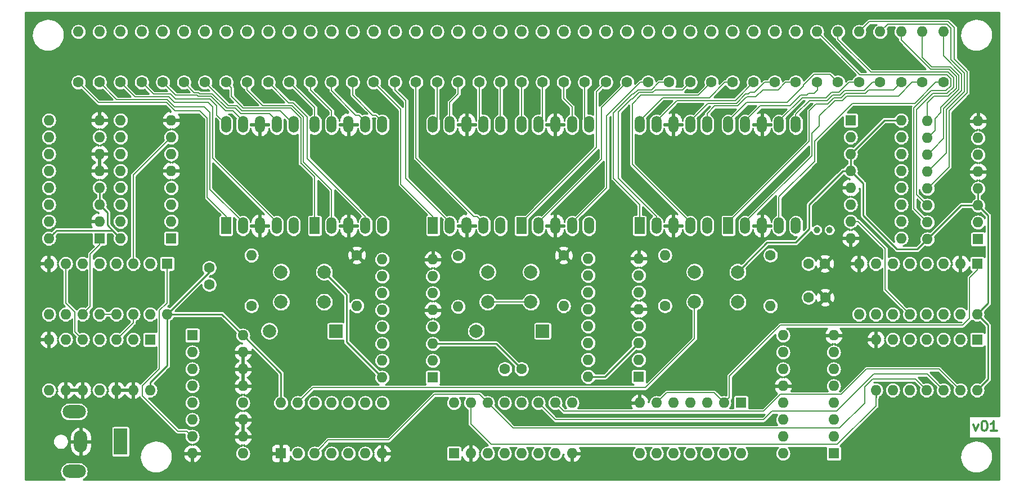
<source format=gtl>
G04 #@! TF.GenerationSoftware,KiCad,Pcbnew,(5.1.2-1)-1*
G04 #@! TF.CreationDate,2019-06-19T18:54:32-07:00*
G04 #@! TF.ProjectId,clock,636c6f63-6b2e-46b6-9963-61645f706362,v01*
G04 #@! TF.SameCoordinates,Original*
G04 #@! TF.FileFunction,Copper,L1,Top*
G04 #@! TF.FilePolarity,Positive*
%FSLAX46Y46*%
G04 Gerber Fmt 4.6, Leading zero omitted, Abs format (unit mm)*
G04 Created by KiCad (PCBNEW (5.1.2-1)-1) date 2019-06-19 18:54:32*
%MOMM*%
%LPD*%
G04 APERTURE LIST*
%ADD10C,0.300000*%
%ADD11C,1.600000*%
%ADD12O,1.600000X1.600000*%
%ADD13R,1.600000X1.600000*%
%ADD14O,1.524000X2.524000*%
%ADD15R,1.524000X2.524000*%
%ADD16C,1.000000*%
%ADD17R,2.000000X2.000000*%
%ADD18C,2.000000*%
%ADD19O,3.500000X2.000000*%
%ADD20O,2.000000X3.300000*%
%ADD21R,2.000000X4.000000*%
%ADD22C,0.152400*%
%ADD23C,0.254000*%
%ADD24C,0.177800*%
G04 APERTURE END LIST*
D10*
X270085285Y-118296571D02*
X270442428Y-119296571D01*
X270799571Y-118296571D01*
X271656714Y-117796571D02*
X271799571Y-117796571D01*
X271942428Y-117868000D01*
X272013857Y-117939428D01*
X272085285Y-118082285D01*
X272156714Y-118368000D01*
X272156714Y-118725142D01*
X272085285Y-119010857D01*
X272013857Y-119153714D01*
X271942428Y-119225142D01*
X271799571Y-119296571D01*
X271656714Y-119296571D01*
X271513857Y-119225142D01*
X271442428Y-119153714D01*
X271371000Y-119010857D01*
X271299571Y-118725142D01*
X271299571Y-118368000D01*
X271371000Y-118082285D01*
X271442428Y-117939428D01*
X271513857Y-117868000D01*
X271656714Y-117796571D01*
X273585285Y-119296571D02*
X272728142Y-119296571D01*
X273156714Y-119296571D02*
X273156714Y-117796571D01*
X273013857Y-118010857D01*
X272871000Y-118153714D01*
X272728142Y-118225142D01*
D11*
X246507000Y-66802000D03*
D12*
X246507000Y-59182000D03*
X141732000Y-90297000D03*
X149352000Y-72517000D03*
X141732000Y-87757000D03*
X149352000Y-75057000D03*
X141732000Y-85217000D03*
X149352000Y-77597000D03*
X141732000Y-82677000D03*
X149352000Y-80137000D03*
X141732000Y-80137000D03*
X149352000Y-82677000D03*
X141732000Y-77597000D03*
X149352000Y-85217000D03*
X141732000Y-75057000D03*
X149352000Y-87757000D03*
X141732000Y-72517000D03*
D13*
X149352000Y-90297000D03*
D12*
X239522000Y-100457000D03*
D11*
X239522000Y-92837000D03*
D12*
X223647000Y-92837000D03*
D11*
X223647000Y-100457000D03*
X252857000Y-66802000D03*
D12*
X252857000Y-59182000D03*
X256032000Y-59182000D03*
D11*
X256032000Y-66802000D03*
D12*
X265557000Y-59182000D03*
D11*
X265557000Y-66802000D03*
D12*
X262382000Y-59182000D03*
D11*
X262382000Y-66802000D03*
D12*
X259207000Y-59182000D03*
D11*
X259207000Y-66802000D03*
D12*
X249682000Y-59182000D03*
D11*
X249682000Y-66802000D03*
X208407000Y-66802000D03*
D12*
X208407000Y-59182000D03*
X211582000Y-59182000D03*
D11*
X211582000Y-66802000D03*
X221107000Y-66802000D03*
D12*
X221107000Y-59182000D03*
X217932000Y-59182000D03*
D11*
X217932000Y-66802000D03*
X214757000Y-66802000D03*
D12*
X214757000Y-59182000D03*
X205232000Y-59182000D03*
D11*
X205232000Y-66802000D03*
X202057000Y-66802000D03*
D12*
X202057000Y-59182000D03*
D11*
X173482000Y-66802000D03*
D12*
X173482000Y-59182000D03*
X176657000Y-59182000D03*
D11*
X176657000Y-66802000D03*
X163957000Y-66802000D03*
D12*
X163957000Y-59182000D03*
X160782000Y-59182000D03*
D11*
X160782000Y-66802000D03*
X157607000Y-66802000D03*
D12*
X157607000Y-59182000D03*
X170307000Y-59182000D03*
D11*
X170307000Y-66802000D03*
X167132000Y-66802000D03*
D12*
X167132000Y-59182000D03*
D11*
X240157000Y-66802000D03*
D12*
X240157000Y-59182000D03*
X243332000Y-59182000D03*
D11*
X243332000Y-66802000D03*
X230632000Y-66802000D03*
D12*
X230632000Y-59182000D03*
X227457000Y-59182000D03*
D11*
X227457000Y-66802000D03*
X224282000Y-66802000D03*
D12*
X224282000Y-59182000D03*
X236982000Y-59182000D03*
D11*
X236982000Y-66802000D03*
X233807000Y-66802000D03*
D12*
X233807000Y-59182000D03*
X195707000Y-59182000D03*
D11*
X195707000Y-66802000D03*
X198882000Y-66802000D03*
D12*
X198882000Y-59182000D03*
X186182000Y-59182000D03*
D11*
X186182000Y-66802000D03*
X183007000Y-66802000D03*
D12*
X183007000Y-59182000D03*
X179832000Y-59182000D03*
D11*
X179832000Y-66802000D03*
X192532000Y-66802000D03*
D12*
X192532000Y-59182000D03*
D11*
X189357000Y-66802000D03*
D12*
X189357000Y-59182000D03*
X151257000Y-59182000D03*
D11*
X151257000Y-66802000D03*
X154432000Y-66802000D03*
D12*
X154432000Y-59182000D03*
D11*
X141732000Y-66802000D03*
D12*
X141732000Y-59182000D03*
X138557000Y-59182000D03*
D11*
X138557000Y-66802000D03*
X135382000Y-66802000D03*
D12*
X135382000Y-59182000D03*
X148082000Y-59182000D03*
D11*
X148082000Y-66802000D03*
D12*
X144907000Y-59182000D03*
D11*
X144907000Y-66802000D03*
D14*
X233172000Y-73152000D03*
X235712000Y-73152000D03*
X238252000Y-73152000D03*
X240792000Y-73152000D03*
X243332000Y-73152000D03*
X243332000Y-88392000D03*
X240792000Y-88392000D03*
X238252000Y-88392000D03*
X235712000Y-88392000D03*
D15*
X233172000Y-88392000D03*
X219837000Y-88392000D03*
D14*
X222377000Y-88392000D03*
X224917000Y-88392000D03*
X227457000Y-88392000D03*
X229997000Y-88392000D03*
X229997000Y-73152000D03*
X227457000Y-73152000D03*
X224917000Y-73152000D03*
X222377000Y-73152000D03*
X219837000Y-73152000D03*
X202057000Y-73152000D03*
X204597000Y-73152000D03*
X207137000Y-73152000D03*
X209677000Y-73152000D03*
X212217000Y-73152000D03*
X212217000Y-88392000D03*
X209677000Y-88392000D03*
X207137000Y-88392000D03*
X204597000Y-88392000D03*
D15*
X202057000Y-88392000D03*
X188722000Y-88392000D03*
D14*
X191262000Y-88392000D03*
X193802000Y-88392000D03*
X196342000Y-88392000D03*
X198882000Y-88392000D03*
X198882000Y-73152000D03*
X196342000Y-73152000D03*
X193802000Y-73152000D03*
X191262000Y-73152000D03*
X188722000Y-73152000D03*
D15*
X170942000Y-88392000D03*
D14*
X173482000Y-88392000D03*
X176022000Y-88392000D03*
X178562000Y-88392000D03*
X181102000Y-88392000D03*
X181102000Y-73152000D03*
X178562000Y-73152000D03*
X176022000Y-73152000D03*
X173482000Y-73152000D03*
X170942000Y-73152000D03*
X157607000Y-73152000D03*
X160147000Y-73152000D03*
X162687000Y-73152000D03*
X165227000Y-73152000D03*
X167767000Y-73152000D03*
X167767000Y-88392000D03*
X165227000Y-88392000D03*
X162687000Y-88392000D03*
X160147000Y-88392000D03*
D15*
X157607000Y-88392000D03*
D16*
X246512000Y-89027000D03*
X248412000Y-89027000D03*
D12*
X241427000Y-122682000D03*
X249047000Y-104902000D03*
X241427000Y-120142000D03*
X249047000Y-107442000D03*
X241427000Y-117602000D03*
X249047000Y-109982000D03*
X241427000Y-115062000D03*
X249047000Y-112522000D03*
X241427000Y-112522000D03*
X249047000Y-115062000D03*
X241427000Y-109982000D03*
X249047000Y-117602000D03*
X241427000Y-107442000D03*
X249047000Y-120142000D03*
X241427000Y-104902000D03*
D13*
X249047000Y-122682000D03*
D12*
X235077000Y-122682000D03*
X219837000Y-115062000D03*
X232537000Y-122682000D03*
X222377000Y-115062000D03*
X229997000Y-122682000D03*
X224917000Y-115062000D03*
X227457000Y-122682000D03*
X227457000Y-115062000D03*
X224917000Y-122682000D03*
X229997000Y-115062000D03*
X222377000Y-122682000D03*
X232537000Y-115062000D03*
X219837000Y-122682000D03*
D13*
X235077000Y-115062000D03*
X270637000Y-94107000D03*
D12*
X252857000Y-101727000D03*
X268097000Y-94107000D03*
X255397000Y-101727000D03*
X265557000Y-94107000D03*
X257937000Y-101727000D03*
X263017000Y-94107000D03*
X260477000Y-101727000D03*
X260477000Y-94107000D03*
X263017000Y-101727000D03*
X257937000Y-94107000D03*
X265557000Y-101727000D03*
X255397000Y-94107000D03*
X268097000Y-101727000D03*
X252857000Y-94107000D03*
X270637000Y-101727000D03*
D13*
X270637000Y-105537000D03*
D12*
X255397000Y-113157000D03*
X268097000Y-105537000D03*
X257937000Y-113157000D03*
X265557000Y-105537000D03*
X260477000Y-113157000D03*
X263017000Y-105537000D03*
X263017000Y-113157000D03*
X260477000Y-105537000D03*
X265557000Y-113157000D03*
X257937000Y-105537000D03*
X268097000Y-113157000D03*
X255397000Y-105537000D03*
X270637000Y-113157000D03*
X191897000Y-115062000D03*
X209677000Y-122682000D03*
X194437000Y-115062000D03*
X207137000Y-122682000D03*
X196977000Y-115062000D03*
X204597000Y-122682000D03*
X199517000Y-115062000D03*
X202057000Y-122682000D03*
X202057000Y-115062000D03*
X199517000Y-122682000D03*
X204597000Y-115062000D03*
X196977000Y-122682000D03*
X207137000Y-115062000D03*
X194437000Y-122682000D03*
X209677000Y-115062000D03*
D13*
X191897000Y-122682000D03*
D12*
X146177000Y-113157000D03*
X130937000Y-105537000D03*
X143637000Y-113157000D03*
X133477000Y-105537000D03*
X141097000Y-113157000D03*
X136017000Y-105537000D03*
X138557000Y-113157000D03*
X138557000Y-105537000D03*
X136017000Y-113157000D03*
X141097000Y-105537000D03*
X133477000Y-113157000D03*
X143637000Y-105537000D03*
X130937000Y-113157000D03*
D13*
X146177000Y-105537000D03*
X148717000Y-94107000D03*
D12*
X130937000Y-101727000D03*
X146177000Y-94107000D03*
X133477000Y-101727000D03*
X143637000Y-94107000D03*
X136017000Y-101727000D03*
X141097000Y-94107000D03*
X138557000Y-101727000D03*
X138557000Y-94107000D03*
X141097000Y-101727000D03*
X136017000Y-94107000D03*
X143637000Y-101727000D03*
X133477000Y-94107000D03*
X146177000Y-101727000D03*
X130937000Y-94107000D03*
X148717000Y-101727000D03*
X263144000Y-90424000D03*
X270764000Y-72644000D03*
X263144000Y-87884000D03*
X270764000Y-75184000D03*
X263144000Y-85344000D03*
X270764000Y-77724000D03*
X263144000Y-82804000D03*
X270764000Y-80264000D03*
X263144000Y-80264000D03*
X270764000Y-82804000D03*
X263144000Y-77724000D03*
X270764000Y-85344000D03*
X263144000Y-75184000D03*
X270764000Y-87884000D03*
X263144000Y-72644000D03*
D13*
X270764000Y-90424000D03*
X219710000Y-111125000D03*
D12*
X212090000Y-93345000D03*
X219710000Y-108585000D03*
X212090000Y-95885000D03*
X219710000Y-106045000D03*
X212090000Y-98425000D03*
X219710000Y-103505000D03*
X212090000Y-100965000D03*
X219710000Y-100965000D03*
X212090000Y-103505000D03*
X219710000Y-98425000D03*
X212090000Y-106045000D03*
X219710000Y-95885000D03*
X212090000Y-108585000D03*
X219710000Y-93345000D03*
X212090000Y-111125000D03*
D13*
X251587000Y-72517000D03*
D12*
X259207000Y-90297000D03*
X251587000Y-75057000D03*
X259207000Y-87757000D03*
X251587000Y-77597000D03*
X259207000Y-85217000D03*
X251587000Y-80137000D03*
X259207000Y-82677000D03*
X251587000Y-82677000D03*
X259207000Y-80137000D03*
X251587000Y-85217000D03*
X259207000Y-77597000D03*
X251587000Y-87757000D03*
X259207000Y-75057000D03*
X251587000Y-90297000D03*
X259207000Y-72517000D03*
X181102000Y-111252000D03*
X188722000Y-93472000D03*
X181102000Y-108712000D03*
X188722000Y-96012000D03*
X181102000Y-106172000D03*
X188722000Y-98552000D03*
X181102000Y-103632000D03*
X188722000Y-101092000D03*
X181102000Y-101092000D03*
X188722000Y-103632000D03*
X181102000Y-98552000D03*
X188722000Y-106172000D03*
X181102000Y-96012000D03*
X188722000Y-108712000D03*
X181102000Y-93472000D03*
D13*
X188722000Y-111252000D03*
X138557000Y-90297000D03*
D12*
X130937000Y-72517000D03*
X138557000Y-87757000D03*
X130937000Y-75057000D03*
X138557000Y-85217000D03*
X130937000Y-77597000D03*
X138557000Y-82677000D03*
X130937000Y-80137000D03*
X138557000Y-80137000D03*
X130937000Y-82677000D03*
X138557000Y-77597000D03*
X130937000Y-85217000D03*
X138557000Y-75057000D03*
X130937000Y-87757000D03*
X138557000Y-72517000D03*
X130937000Y-90297000D03*
D17*
X174117000Y-104267000D03*
D18*
X164117000Y-104267000D03*
X195232000Y-104267000D03*
D17*
X205232000Y-104267000D03*
D12*
X161417000Y-92837000D03*
D11*
X161417000Y-100457000D03*
D12*
X192532000Y-100584000D03*
D11*
X192532000Y-92964000D03*
X177292000Y-92837000D03*
D12*
X177292000Y-100457000D03*
D11*
X208407000Y-92837000D03*
D12*
X208407000Y-100457000D03*
D18*
X172362000Y-95377000D03*
X172362000Y-99877000D03*
X165862000Y-95377000D03*
X165862000Y-99877000D03*
X203477000Y-95377000D03*
X203477000Y-99877000D03*
X196977000Y-95377000D03*
X196977000Y-99877000D03*
X228092000Y-99877000D03*
X228092000Y-95377000D03*
X234592000Y-99877000D03*
X234592000Y-95377000D03*
D12*
X165862000Y-115062000D03*
X181102000Y-122682000D03*
X168402000Y-115062000D03*
X178562000Y-122682000D03*
X170942000Y-115062000D03*
X176022000Y-122682000D03*
X173482000Y-115062000D03*
X173482000Y-122682000D03*
X176022000Y-115062000D03*
X170942000Y-122682000D03*
X178562000Y-115062000D03*
X168402000Y-122682000D03*
X181102000Y-115062000D03*
D13*
X165862000Y-122682000D03*
D12*
X160147000Y-104902000D03*
X152527000Y-122682000D03*
X160147000Y-107442000D03*
X152527000Y-120142000D03*
X160147000Y-109982000D03*
X152527000Y-117602000D03*
X160147000Y-112522000D03*
X152527000Y-115062000D03*
X160147000Y-115062000D03*
X152527000Y-112522000D03*
X160147000Y-117602000D03*
X152527000Y-109982000D03*
X160147000Y-120142000D03*
X152527000Y-107442000D03*
X160147000Y-122682000D03*
D13*
X152527000Y-104902000D03*
D11*
X247777000Y-99187000D03*
X245277000Y-99187000D03*
X247737000Y-94107000D03*
X245237000Y-94107000D03*
X155067000Y-97242000D03*
X155067000Y-94742000D03*
X202057000Y-109982000D03*
X199557000Y-109982000D03*
D19*
X134732000Y-125404000D03*
X134732000Y-116404000D03*
D20*
X135732000Y-120904000D03*
D21*
X141732000Y-120904000D03*
D22*
X266267838Y-57645390D02*
X267208000Y-58585552D01*
X254393610Y-57645390D02*
X266267838Y-57645390D01*
X252857000Y-59182000D02*
X254393610Y-57645390D01*
X269125657Y-65249467D02*
X269125656Y-68386594D01*
X267208000Y-63331808D02*
X269125657Y-65249467D01*
X267208000Y-58585552D02*
X267208000Y-63331808D01*
X263943999Y-82004001D02*
X263144000Y-82804000D01*
X266395230Y-79552770D02*
X263943999Y-82004001D01*
X266395230Y-71117020D02*
X266395230Y-79552770D01*
X269125656Y-68386594D02*
X266395230Y-71117020D01*
X251354698Y-66802000D02*
X249818087Y-68338611D01*
X249818087Y-68338611D02*
X248720139Y-68338611D01*
X252857000Y-66802000D02*
X251354698Y-66802000D01*
X240792000Y-72652000D02*
X240792000Y-73152000D01*
X244292570Y-69151430D02*
X240792000Y-72652000D01*
X247907320Y-69151430D02*
X244292570Y-69151430D01*
X248720139Y-68338611D02*
X247907320Y-69151430D01*
X245402160Y-69557840D02*
X243332000Y-71628000D01*
X248075660Y-69557840D02*
X245402160Y-69557840D01*
X248888479Y-68745021D02*
X248075660Y-69557840D01*
X250659448Y-68072000D02*
X249986427Y-68745021D01*
X253630630Y-68072000D02*
X250659448Y-68072000D01*
X254900630Y-66802000D02*
X253630630Y-68072000D01*
X243332000Y-71628000D02*
X243332000Y-73152000D01*
X249986427Y-68745021D02*
X248888479Y-68745021D01*
X256032000Y-66802000D02*
X254900630Y-66802000D01*
X266099497Y-58051799D02*
X266700000Y-58652302D01*
X257162201Y-58051799D02*
X266099497Y-58051799D01*
X256032000Y-59182000D02*
X257162201Y-58051799D01*
X268719248Y-65417806D02*
X268719247Y-68218253D01*
X266700000Y-63398558D02*
X268719248Y-65417806D01*
X266700000Y-58652302D02*
X266700000Y-63398558D01*
X263943999Y-79464001D02*
X263144000Y-80264000D01*
X265988820Y-77419180D02*
X263943999Y-79464001D01*
X265988820Y-70948680D02*
X265988820Y-77419180D01*
X268719247Y-68218253D02*
X265988820Y-70948680D01*
X240792000Y-84074000D02*
X240792000Y-88392000D01*
X246176820Y-75641180D02*
X246176820Y-78689180D01*
X261263379Y-69964251D02*
X251853749Y-69964251D01*
X264425630Y-66802000D02*
X261263379Y-69964251D01*
X246176820Y-78689180D02*
X240792000Y-84074000D01*
X251853749Y-69964251D02*
X246176820Y-75641180D01*
X265557000Y-66802000D02*
X264425630Y-66802000D01*
X268312839Y-65586145D02*
X268312838Y-68049912D01*
X265557000Y-62830304D02*
X268312839Y-65586145D01*
X265557000Y-59182000D02*
X265557000Y-62830304D01*
X265582410Y-75285590D02*
X263943999Y-76924001D01*
X263943999Y-76924001D02*
X263144000Y-77724000D01*
X265582410Y-70780340D02*
X265582410Y-75285590D01*
X268312838Y-68049912D02*
X265582410Y-70780340D01*
X262382000Y-59182000D02*
X262382000Y-63054590D01*
X267906429Y-65754485D02*
X267906429Y-67881571D01*
X266604520Y-64452573D02*
X267906429Y-65754485D01*
X263779981Y-64452571D02*
X266604520Y-64452573D01*
X262382000Y-63054590D02*
X263779981Y-64452571D01*
X267906429Y-67881571D02*
X265176000Y-70612000D01*
X264274201Y-74053799D02*
X263943999Y-74384001D01*
X264274201Y-72275799D02*
X264274201Y-74053799D01*
X265176000Y-71374000D02*
X264274201Y-72275799D01*
X263943999Y-74384001D02*
X263144000Y-75184000D01*
X265176000Y-70612000D02*
X265176000Y-71374000D01*
X260879698Y-66802000D02*
X258796878Y-68884820D01*
X262382000Y-66802000D02*
X260879698Y-66802000D01*
X250996128Y-68884820D02*
X250323107Y-69557841D01*
X258796878Y-68884820D02*
X250996128Y-68884820D01*
X249225159Y-69557841D02*
X246901000Y-71882000D01*
X250323107Y-69557841D02*
X249225159Y-69557841D01*
X235712000Y-87892000D02*
X235712000Y-88392000D01*
X245770410Y-74523590D02*
X245770410Y-77833590D01*
X246901000Y-73393000D02*
X245770410Y-74523590D01*
X245770410Y-77833590D02*
X235712000Y-87892000D01*
X246901000Y-71882000D02*
X246901000Y-73393000D01*
X233172000Y-87892000D02*
X233172000Y-88392000D01*
X254345179Y-67932201D02*
X253798970Y-68478410D01*
X253798970Y-68478410D02*
X250827788Y-68478410D01*
X245364000Y-75700000D02*
X233172000Y-87892000D01*
X246380000Y-70104000D02*
X245364000Y-71120000D01*
X249056819Y-69151431D02*
X248104250Y-70104000D01*
X245364000Y-71120000D02*
X245364000Y-75700000D01*
X250154767Y-69151431D02*
X249056819Y-69151431D01*
X248104250Y-70104000D02*
X246380000Y-70104000D01*
X250827788Y-68478410D02*
X250154767Y-69151431D01*
X258076799Y-67932201D02*
X254345179Y-67932201D01*
X259207000Y-66802000D02*
X258076799Y-67932201D01*
X263144000Y-69916750D02*
X263144000Y-72644000D01*
X264175930Y-68884820D02*
X263144000Y-69916750D01*
X266296378Y-68884820D02*
X264175930Y-68884820D01*
X267500020Y-65922824D02*
X267500019Y-67681179D01*
X259207000Y-60454340D02*
X263611640Y-64858980D01*
X266436179Y-64858981D02*
X267500020Y-65922824D01*
X267500019Y-67681179D02*
X266296378Y-68884820D01*
X263611640Y-64858980D02*
X266436179Y-64858981D01*
X259207000Y-59182000D02*
X259207000Y-60454340D01*
X266687201Y-67344497D02*
X265959698Y-68072000D01*
X266687201Y-66259503D02*
X266687201Y-67344497D01*
X266099497Y-65671799D02*
X266687201Y-66259503D01*
X252996799Y-65671799D02*
X266099497Y-65671799D01*
X246507000Y-59182000D02*
X252996799Y-65671799D01*
X263730380Y-68072000D02*
X261112000Y-70690380D01*
X265959698Y-68072000D02*
X263730380Y-68072000D01*
X261112000Y-85852000D02*
X263144000Y-87884000D01*
X261112000Y-70690380D02*
X261112000Y-85852000D01*
X246634000Y-67933370D02*
X246126000Y-68441370D01*
X246634000Y-66802000D02*
X246634000Y-67933370D01*
X244995780Y-68694220D02*
X244103187Y-68694221D01*
X245248630Y-68441370D02*
X244995780Y-68694220D01*
X246126000Y-68441370D02*
X245248630Y-68441370D01*
X244103187Y-68694221D02*
X242439408Y-70358000D01*
D23*
X235712000Y-72652000D02*
X235712000Y-73152000D01*
D22*
X238006000Y-70358000D02*
X235712000Y-72652000D01*
X242439408Y-70358000D02*
X238006000Y-70358000D01*
X235974010Y-69849990D02*
X233172000Y-72652000D01*
X244513001Y-67368881D02*
X242031892Y-69849990D01*
X244513001Y-67175117D02*
X244513001Y-67368881D01*
D23*
X233172000Y-72652000D02*
X233172000Y-73152000D01*
D22*
X246067119Y-65620999D02*
X244513001Y-67175117D01*
X242031892Y-69849990D02*
X235974010Y-69849990D01*
X248500999Y-65620999D02*
X246067119Y-65620999D01*
X249682000Y-66802000D02*
X248500999Y-65620999D01*
X267093610Y-67512838D02*
X266128038Y-68478410D01*
X254634019Y-65265389D02*
X266267838Y-65265390D01*
X267093611Y-66091163D02*
X267093610Y-67512838D01*
X249682000Y-59182000D02*
X249682000Y-60313370D01*
X266267838Y-65265390D02*
X267093611Y-66091163D01*
X249682000Y-60313370D02*
X254634019Y-65265389D01*
X266128038Y-68478410D02*
X264007590Y-68478410D01*
X264007590Y-68478410D02*
X261518410Y-70967590D01*
X261518410Y-83718410D02*
X263144000Y-85344000D01*
X261518410Y-70967590D02*
X261518410Y-83718410D01*
X208407000Y-66802000D02*
X208407000Y-69215000D01*
X209677000Y-70485000D02*
X209677000Y-73152000D01*
X208407000Y-69215000D02*
X209677000Y-70485000D01*
X211582000Y-72517000D02*
X212217000Y-73152000D01*
X211582000Y-66802000D02*
X211582000Y-72517000D01*
X219975630Y-66802000D02*
X214895630Y-71882000D01*
X221107000Y-66802000D02*
X219975630Y-66802000D01*
X209677000Y-87892000D02*
X209677000Y-88392000D01*
X214895630Y-82673370D02*
X209677000Y-87892000D01*
X214895630Y-71882000D02*
X214895630Y-82673370D01*
X217932000Y-66802000D02*
X214122000Y-70612000D01*
X204597000Y-87892000D02*
X204597000Y-88392000D01*
X214122000Y-78367000D02*
X204597000Y-87892000D01*
X214122000Y-70612000D02*
X214122000Y-78367000D01*
X213309210Y-76639790D02*
X202057000Y-87892000D01*
X213309210Y-68249790D02*
X213309210Y-76639790D01*
X202057000Y-87892000D02*
X202057000Y-88392000D01*
X214757000Y-66802000D02*
X213309210Y-68249790D01*
X205232000Y-72517000D02*
X204597000Y-73152000D01*
X205232000Y-66802000D02*
X205232000Y-72517000D01*
X202057000Y-66802000D02*
X202057000Y-73152000D01*
X178562000Y-72652000D02*
X178562000Y-73152000D01*
X177147600Y-71737600D02*
X177647600Y-71737600D01*
X173482000Y-68072000D02*
X177147600Y-71737600D01*
X177647600Y-71737600D02*
X178562000Y-72652000D01*
X173482000Y-66802000D02*
X173482000Y-68072000D01*
X179687600Y-71737600D02*
X180187600Y-71737600D01*
X180187600Y-71737600D02*
X181102000Y-72652000D01*
X176657000Y-68707000D02*
X179687600Y-71737600D01*
X181102000Y-72652000D02*
X181102000Y-73152000D01*
X176657000Y-66802000D02*
X176657000Y-68707000D01*
X178562000Y-86977600D02*
X178562000Y-88392000D01*
X169849790Y-78265390D02*
X178562000Y-86977600D01*
X169849790Y-72040672D02*
X169849790Y-78265390D01*
X167709890Y-69900772D02*
X169849790Y-72040672D01*
X167055770Y-69900770D02*
X167709890Y-69900772D01*
X163957000Y-66802000D02*
X167055770Y-69900770D01*
X167541549Y-70307181D02*
X169265620Y-72031252D01*
X163155810Y-70307180D02*
X167541549Y-70307181D01*
X160782000Y-67933370D02*
X163155810Y-70307180D01*
X160782000Y-66802000D02*
X160782000Y-67933370D01*
X173482000Y-86977600D02*
X173482000Y-88392000D01*
X173482000Y-82991250D02*
X173482000Y-86977600D01*
X169265620Y-78774870D02*
X173482000Y-82991250D01*
X169265620Y-72031252D02*
X169265620Y-78774870D01*
X158406999Y-68932249D02*
X159375521Y-69900771D01*
X158406999Y-67601999D02*
X158406999Y-68932249D01*
X157607000Y-66802000D02*
X158406999Y-67601999D01*
X167373208Y-70713590D02*
X168859210Y-72199592D01*
X160188340Y-70713590D02*
X167373208Y-70713590D01*
X159375521Y-69900771D02*
X160188340Y-70713590D01*
X170942000Y-81026000D02*
X170942000Y-88392000D01*
X168859210Y-72199592D02*
X168859210Y-78943210D01*
X168859210Y-78943210D02*
X170942000Y-81026000D01*
X168859210Y-78943210D02*
X168859210Y-79044790D01*
X173482000Y-71737600D02*
X173482000Y-73152000D01*
X173482000Y-71108370D02*
X173482000Y-71737600D01*
X170307000Y-67933370D02*
X173482000Y-71108370D01*
X170307000Y-66802000D02*
X170307000Y-67933370D01*
X170942000Y-70612000D02*
X170942000Y-73152000D01*
X167132000Y-66802000D02*
X170942000Y-70612000D01*
X237130698Y-68326000D02*
X236474000Y-68326000D01*
X238654698Y-66802000D02*
X237130698Y-68326000D01*
X240157000Y-66802000D02*
X238654698Y-66802000D01*
X235778750Y-68580000D02*
X234394499Y-69964251D01*
X236220000Y-68580000D02*
X235778750Y-68580000D01*
X236474000Y-68326000D02*
X236220000Y-68580000D01*
X227457000Y-72652000D02*
X227457000Y-73152000D01*
X230144749Y-69964251D02*
X227457000Y-72652000D01*
X234394499Y-69964251D02*
X230144749Y-69964251D01*
X229997000Y-71501000D02*
X229997000Y-73152000D01*
X234562839Y-70370661D02*
X231127339Y-70370661D01*
X235845500Y-69088000D02*
X234562839Y-70370661D01*
X231127339Y-70370661D02*
X229997000Y-71501000D01*
X235966000Y-69088000D02*
X235845500Y-69088000D01*
X237311992Y-68986410D02*
X236067590Y-68986410D01*
X243332000Y-66802000D02*
X241829698Y-66802000D01*
X238366201Y-67932201D02*
X237311992Y-68986410D01*
X236067590Y-68986410D02*
X235966000Y-69088000D01*
X240699497Y-67932201D02*
X238366201Y-67932201D01*
X241829698Y-66802000D02*
X240699497Y-67932201D01*
X228688979Y-68745021D02*
X220052979Y-68745021D01*
X230632000Y-66802000D02*
X228688979Y-68745021D01*
X218744790Y-79179790D02*
X227457000Y-87892000D01*
X218744790Y-70053210D02*
X218744790Y-79179790D01*
X227457000Y-87892000D02*
X227457000Y-88392000D01*
X220052979Y-68745021D02*
X218744790Y-70053210D01*
X222224247Y-67932201D02*
X221817837Y-68338611D01*
X226326799Y-67932201D02*
X222224247Y-67932201D01*
X227457000Y-66802000D02*
X226326799Y-67932201D01*
X221817837Y-68338611D02*
X219738541Y-68338611D01*
X218735152Y-69342000D02*
X218585130Y-69342000D01*
X219738541Y-68338611D02*
X218735152Y-69342000D01*
X218585130Y-69342000D02*
X216662000Y-71265130D01*
X222377000Y-86977600D02*
X222377000Y-88392000D01*
X216662000Y-81262600D02*
X222377000Y-86977600D01*
X216662000Y-71265130D02*
X216662000Y-81262600D01*
X219837000Y-85217000D02*
X219837000Y-88392000D01*
X215900000Y-81280000D02*
X219837000Y-85217000D01*
X218772380Y-68580000D02*
X215900000Y-71452380D01*
X218922402Y-68580000D02*
X218772380Y-68580000D01*
X219570201Y-67932201D02*
X218922402Y-68580000D01*
X215900000Y-71452380D02*
X215900000Y-81280000D01*
X222779698Y-66802000D02*
X221649497Y-67932201D01*
X221649497Y-67932201D02*
X219570201Y-67932201D01*
X224282000Y-66802000D02*
X222779698Y-66802000D01*
X222377000Y-72652000D02*
X222377000Y-73152000D01*
X225471159Y-69557841D02*
X222377000Y-72652000D01*
X234226159Y-69557841D02*
X225471159Y-69557841D01*
X236982000Y-66802000D02*
X234226159Y-69557841D01*
X230326199Y-69151431D02*
X223337569Y-69151431D01*
X219837000Y-72652000D02*
X219837000Y-73152000D01*
X223337569Y-69151431D02*
X219837000Y-72652000D01*
X232675630Y-66802000D02*
X230326199Y-69151431D01*
X233807000Y-66802000D02*
X232675630Y-66802000D01*
X195707000Y-72517000D02*
X196342000Y-73152000D01*
X195707000Y-66802000D02*
X195707000Y-72517000D01*
X198882000Y-66802000D02*
X198882000Y-73152000D01*
X195427600Y-86977600D02*
X196342000Y-87892000D01*
X196342000Y-87892000D02*
X196342000Y-88392000D01*
X186182000Y-78232000D02*
X194927600Y-86977600D01*
X194927600Y-86977600D02*
X195427600Y-86977600D01*
X186182000Y-66802000D02*
X186182000Y-78232000D01*
X183007000Y-66802000D02*
X183007000Y-67945000D01*
X183007000Y-67945000D02*
X184658000Y-69596000D01*
X191262000Y-87892000D02*
X191262000Y-88392000D01*
X184658000Y-81288000D02*
X191262000Y-87892000D01*
X184658000Y-69596000D02*
X184658000Y-81288000D01*
X188722000Y-86977600D02*
X188722000Y-88392000D01*
X183896000Y-82151600D02*
X188722000Y-86977600D01*
X183896000Y-70866000D02*
X183896000Y-82151600D01*
X179832000Y-66802000D02*
X183896000Y-70866000D01*
X192532000Y-66802000D02*
X192532000Y-68580000D01*
X191262000Y-69850000D02*
X191262000Y-73152000D01*
X192532000Y-68580000D02*
X191262000Y-69850000D01*
X189357000Y-72517000D02*
X188722000Y-73152000D01*
X189357000Y-66802000D02*
X189357000Y-72517000D01*
X164134790Y-71559790D02*
X165227000Y-72652000D01*
X159824790Y-71559790D02*
X164134790Y-71559790D01*
X165227000Y-72652000D02*
X165227000Y-73152000D01*
X158978590Y-70713590D02*
X159824790Y-71559790D01*
X157732490Y-70713590D02*
X158978590Y-70713590D01*
X153619181Y-68529181D02*
X155548082Y-68529182D01*
X153441410Y-68351410D02*
X153619181Y-68529181D01*
X152806410Y-68351410D02*
X153441410Y-68351410D01*
X155548082Y-68529182D02*
X157732490Y-70713590D01*
X151257000Y-66802000D02*
X152806410Y-68351410D01*
X165735000Y-71120000D02*
X167767000Y-73152000D01*
X160020000Y-71120000D02*
X165735000Y-71120000D01*
X157937180Y-70307180D02*
X159207180Y-70307180D01*
X159207180Y-70307180D02*
X160020000Y-71120000D01*
X154432000Y-66802000D02*
X157937180Y-70307180D01*
X143916410Y-68986410D02*
X148996410Y-68986410D01*
X141732000Y-66802000D02*
X143916410Y-68986410D01*
X148996410Y-68986410D02*
X149860000Y-69850000D01*
X149860000Y-69850000D02*
X154940000Y-69850000D01*
X154940000Y-69850000D02*
X155575000Y-70485000D01*
X165227000Y-87892000D02*
X165227000Y-88392000D01*
X155575000Y-78240000D02*
X165227000Y-87892000D01*
X155575000Y-70485000D02*
X155575000Y-78240000D01*
X155168590Y-82913590D02*
X160147000Y-87892000D01*
X155168590Y-71348590D02*
X155168590Y-82913590D01*
X148767820Y-69392820D02*
X149860000Y-70485000D01*
X160147000Y-87892000D02*
X160147000Y-88392000D01*
X141147820Y-69392820D02*
X148767820Y-69392820D01*
X154305000Y-70485000D02*
X155168590Y-71348590D01*
X149860000Y-70485000D02*
X154305000Y-70485000D01*
X138557000Y-66802000D02*
X141147820Y-69392820D01*
X135382000Y-66802000D02*
X138430000Y-69850000D01*
X138430000Y-69850000D02*
X148650250Y-69850000D01*
X148650250Y-69850000D02*
X149920250Y-71120000D01*
X149920250Y-71120000D02*
X153670000Y-71120000D01*
X157607000Y-86977600D02*
X157607000Y-88392000D01*
X154762180Y-84132780D02*
X157607000Y-86977600D01*
X154762180Y-72212180D02*
X154762180Y-84132780D01*
X153670000Y-71120000D02*
X154762180Y-72212180D01*
X160147000Y-72652000D02*
X160147000Y-73152000D01*
X158615000Y-71120000D02*
X160147000Y-72652000D01*
X155379741Y-68935591D02*
X157564150Y-71120000D01*
X153390590Y-68935590D02*
X155379741Y-68935591D01*
X157564150Y-71120000D02*
X158615000Y-71120000D01*
X153212820Y-68757820D02*
X153390590Y-68935590D01*
X150037820Y-68757820D02*
X153212820Y-68757820D01*
X148082000Y-66802000D02*
X150037820Y-68757820D01*
X149987000Y-69342000D02*
X149225000Y-68580000D01*
X146685000Y-68580000D02*
X144907000Y-66802000D01*
X149225000Y-68580000D02*
X146685000Y-68580000D01*
X155211400Y-69342000D02*
X156210000Y-70340600D01*
X149987000Y-69342000D02*
X155211400Y-69342000D01*
X156210000Y-70340600D02*
X156210000Y-71755000D01*
X156210000Y-71755000D02*
X157607000Y-73152000D01*
D23*
X148717000Y-102858370D02*
X148717000Y-101727000D01*
X148717000Y-109485630D02*
X148717000Y-102858370D01*
X146177000Y-112025630D02*
X148717000Y-109485630D01*
X146177000Y-113157000D02*
X146177000Y-112025630D01*
X155067000Y-95377000D02*
X155067000Y-94742000D01*
X148717000Y-101727000D02*
X155067000Y-95377000D01*
X131736999Y-89497001D02*
X130937000Y-90297000D01*
X132118001Y-89115999D02*
X131736999Y-89497001D01*
X140550999Y-89115999D02*
X132118001Y-89115999D01*
X141732000Y-90297000D02*
X140550999Y-89115999D01*
X139738001Y-88303001D02*
X139738001Y-86398001D01*
X139356999Y-86016999D02*
X138557000Y-85217000D01*
X139738001Y-86398001D02*
X139356999Y-86016999D01*
X141732000Y-90297000D02*
X139738001Y-88303001D01*
X138557000Y-83808370D02*
X138557000Y-85217000D01*
X138557000Y-82677000D02*
X138557000Y-83808370D01*
X156972000Y-101727000D02*
X148717000Y-101727000D01*
X160147000Y-104902000D02*
X156972000Y-101727000D01*
X270764000Y-82804000D02*
X270764000Y-85344000D01*
X268224000Y-85344000D02*
X270764000Y-85344000D01*
X263144000Y-90424000D02*
X268224000Y-85344000D01*
X271436999Y-100927001D02*
X270637000Y-101727000D01*
X272288000Y-100076000D02*
X271436999Y-100927001D01*
X272288000Y-86868000D02*
X272288000Y-100076000D01*
X270764000Y-85344000D02*
X272288000Y-86868000D01*
X271436999Y-112357001D02*
X270637000Y-113157000D01*
X272288000Y-111506000D02*
X271436999Y-112357001D01*
X272288000Y-103378000D02*
X272288000Y-111506000D01*
X270637000Y-101727000D02*
X272288000Y-103378000D01*
X256667000Y-72517000D02*
X251587000Y-77597000D01*
X259207000Y-72517000D02*
X256667000Y-72517000D01*
X251587000Y-80137000D02*
X251587000Y-77597000D01*
X235591999Y-94377001D02*
X234592000Y-95377000D01*
X239037000Y-90932000D02*
X235591999Y-94377001D01*
X243332000Y-90932000D02*
X239037000Y-90932000D01*
X245364000Y-88900000D02*
X243332000Y-90932000D01*
X245364000Y-85228630D02*
X245364000Y-88900000D01*
X250455630Y-80137000D02*
X245364000Y-85228630D01*
X251587000Y-80137000D02*
X250455630Y-80137000D01*
X175768000Y-105918000D02*
X180302001Y-110452001D01*
X175768000Y-98783000D02*
X175768000Y-105918000D01*
X180302001Y-110452001D02*
X181102000Y-111252000D01*
X172362000Y-95377000D02*
X175768000Y-98783000D01*
X165862000Y-110617000D02*
X165862000Y-115062000D01*
X160147000Y-104902000D02*
X165862000Y-110617000D01*
X252386999Y-80936999D02*
X251587000Y-80137000D01*
X253492000Y-82042000D02*
X252386999Y-80936999D01*
X253492000Y-86868000D02*
X253492000Y-82042000D01*
X258572000Y-91948000D02*
X253492000Y-86868000D01*
X261620000Y-91948000D02*
X258572000Y-91948000D01*
X263144000Y-90424000D02*
X261620000Y-91948000D01*
X198247000Y-106172000D02*
X188722000Y-106172000D01*
X202057000Y-109982000D02*
X198247000Y-106172000D01*
X214630000Y-111125000D02*
X212090000Y-111125000D01*
X219710000Y-106045000D02*
X214630000Y-111125000D01*
D24*
X223176999Y-114262001D02*
X222377000Y-115062000D01*
X223901000Y-113538000D02*
X223176999Y-114262001D01*
X231013000Y-113538000D02*
X223901000Y-113538000D01*
X232537000Y-115062000D02*
X231013000Y-113538000D01*
X269494099Y-102361901D02*
X269494099Y-96227701D01*
X270637000Y-95084800D02*
X270637000Y-94107000D01*
X268478000Y-103378000D02*
X269494099Y-102361901D01*
X241025753Y-103378000D02*
X268478000Y-103378000D01*
X269494099Y-96227701D02*
X270637000Y-95084800D01*
X233336999Y-111066754D02*
X241025753Y-103378000D01*
X233336999Y-114262001D02*
X233336999Y-111066754D01*
X232537000Y-115062000D02*
X233336999Y-114262001D01*
X259677001Y-100927001D02*
X260477000Y-101727000D01*
X256794099Y-98044099D02*
X259677001Y-100927001D01*
X256794099Y-91832729D02*
X256794099Y-98044099D01*
X252718370Y-87757000D02*
X256794099Y-91832729D01*
X251587000Y-87757000D02*
X252718370Y-87757000D01*
X194437000Y-115062000D02*
X194437000Y-118237000D01*
X255397000Y-115539882D02*
X255397000Y-114288370D01*
X249613881Y-121323001D02*
X255397000Y-115539882D01*
D23*
X255397000Y-114288370D02*
X255397000Y-113157000D01*
D24*
X197523001Y-121323001D02*
X249613881Y-121323001D01*
X194437000Y-118237000D02*
X197523001Y-121323001D01*
X264757001Y-112357001D02*
X265557000Y-113157000D01*
X263144000Y-110744000D02*
X264757001Y-112357001D01*
X255056494Y-110744000D02*
X263144000Y-110744000D01*
X238505802Y-117602000D02*
X239775802Y-116332000D01*
X204597000Y-115062000D02*
X207137000Y-117602000D01*
X239775802Y-116332000D02*
X249468494Y-116332000D01*
X207137000Y-117602000D02*
X238505802Y-117602000D01*
X249468494Y-116332000D02*
X255056494Y-110744000D01*
X254000000Y-109982000D02*
X264922000Y-109982000D01*
X267297001Y-112357001D02*
X268097000Y-113157000D01*
X241046000Y-113792000D02*
X250190000Y-113792000D01*
X250190000Y-113792000D02*
X254000000Y-109982000D01*
X264922000Y-109982000D02*
X267297001Y-112357001D01*
X238506000Y-116332000D02*
X241046000Y-113792000D01*
X208407000Y-116332000D02*
X238506000Y-116332000D01*
X207137000Y-115062000D02*
X208407000Y-116332000D01*
X137159901Y-100584099D02*
X136816999Y-100927001D01*
X137159901Y-92671899D02*
X137159901Y-100584099D01*
X138557000Y-91274800D02*
X137159901Y-92671899D01*
X136816999Y-100927001D02*
X136017000Y-101727000D01*
X138557000Y-90297000D02*
X138557000Y-91274800D01*
X143637000Y-102997000D02*
X141097000Y-105537000D01*
X143637000Y-101727000D02*
X143637000Y-102997000D01*
X143637000Y-80772000D02*
X143637000Y-94107000D01*
X149352000Y-75057000D02*
X143637000Y-80772000D01*
X135217001Y-104737001D02*
X136017000Y-105537000D01*
X134874099Y-104394099D02*
X135217001Y-104737001D01*
X134874099Y-101432605D02*
X134874099Y-104394099D01*
X133477000Y-100035506D02*
X134874099Y-101432605D01*
X133477000Y-94107000D02*
X133477000Y-100035506D01*
X139965630Y-101727000D02*
X138557000Y-101727000D01*
X141097000Y-101727000D02*
X139965630Y-101727000D01*
X196977000Y-99877000D02*
X203477000Y-99877000D01*
X228092000Y-101291213D02*
X228092000Y-99877000D01*
X228092000Y-105410000D02*
X228092000Y-101291213D01*
X220726000Y-112776000D02*
X228092000Y-105410000D01*
X170688000Y-112776000D02*
X220726000Y-112776000D01*
X168402000Y-115062000D02*
X170688000Y-112776000D01*
X196977000Y-115062000D02*
X200787000Y-118872000D01*
X200787000Y-118872000D02*
X249956247Y-118872000D01*
X249956247Y-118872000D02*
X253746000Y-115082247D01*
X262217001Y-112357001D02*
X263017000Y-113157000D01*
X253746001Y-112665165D02*
X254905166Y-111506000D01*
X253746000Y-115082247D02*
X253746001Y-112665165D01*
X254905166Y-111506000D02*
X261366000Y-111506000D01*
X261366000Y-111506000D02*
X262217001Y-112357001D01*
X171741999Y-121882001D02*
X170942000Y-122682000D01*
X172974000Y-120650000D02*
X171741999Y-121882001D01*
X188976000Y-113792000D02*
X182118000Y-120650000D01*
X195707000Y-113792000D02*
X188976000Y-113792000D01*
X182118000Y-120650000D02*
X172974000Y-120650000D01*
X196977000Y-115062000D02*
X195707000Y-113792000D01*
X151727001Y-119342001D02*
X152527000Y-120142000D01*
X145034000Y-114046000D02*
X150330001Y-119342001D01*
X145034000Y-112504078D02*
X145034000Y-114046000D01*
X147574000Y-109964078D02*
X145034000Y-112504078D01*
X148717000Y-100035506D02*
X147574000Y-101178506D01*
X147574000Y-101178506D02*
X147574000Y-109964078D01*
X150330001Y-119342001D02*
X151727001Y-119342001D01*
X148717000Y-94107000D02*
X148717000Y-100035506D01*
D23*
G36*
X273926301Y-117082000D02*
G01*
X269385000Y-117082000D01*
X269385000Y-120394000D01*
X273926301Y-120394000D01*
X273926301Y-126606300D01*
X136162246Y-126606300D01*
X136252955Y-126557815D01*
X136463239Y-126385239D01*
X136635815Y-126174955D01*
X136764051Y-125935043D01*
X136843018Y-125674723D01*
X136869682Y-125404000D01*
X136843018Y-125133277D01*
X136764051Y-124872957D01*
X136635815Y-124633045D01*
X136463239Y-124422761D01*
X136252955Y-124250185D01*
X136013043Y-124121949D01*
X135752723Y-124042982D01*
X135549843Y-124023000D01*
X133914157Y-124023000D01*
X133711277Y-124042982D01*
X133450957Y-124121949D01*
X133211045Y-124250185D01*
X133000761Y-124422761D01*
X132828185Y-124633045D01*
X132699949Y-124872957D01*
X132620982Y-125133277D01*
X132594318Y-125404000D01*
X132620982Y-125674723D01*
X132699949Y-125935043D01*
X132828185Y-126174955D01*
X133000761Y-126385239D01*
X133211045Y-126557815D01*
X133301754Y-126606300D01*
X127393700Y-126606300D01*
X127393700Y-120787682D01*
X131551000Y-120787682D01*
X131551000Y-121020318D01*
X131596386Y-121248485D01*
X131685412Y-121463413D01*
X131814658Y-121656843D01*
X131979157Y-121821342D01*
X132172587Y-121950588D01*
X132387515Y-122039614D01*
X132615682Y-122085000D01*
X132848318Y-122085000D01*
X133076485Y-122039614D01*
X133291413Y-121950588D01*
X133484843Y-121821342D01*
X133649342Y-121656843D01*
X133778588Y-121463413D01*
X133867614Y-121248485D01*
X133910875Y-121031000D01*
X134097000Y-121031000D01*
X134097000Y-121681000D01*
X134153193Y-121997532D01*
X134270058Y-122297020D01*
X134443105Y-122567954D01*
X134665683Y-122799922D01*
X134929239Y-122984010D01*
X135223645Y-123113144D01*
X135351566Y-123144124D01*
X135605000Y-123024777D01*
X135605000Y-121031000D01*
X135859000Y-121031000D01*
X135859000Y-123024777D01*
X136112434Y-123144124D01*
X136240355Y-123113144D01*
X136534761Y-122984010D01*
X136798317Y-122799922D01*
X137020895Y-122567954D01*
X137193942Y-122297020D01*
X137310807Y-121997532D01*
X137367000Y-121681000D01*
X137367000Y-121031000D01*
X135859000Y-121031000D01*
X135605000Y-121031000D01*
X134097000Y-121031000D01*
X133910875Y-121031000D01*
X133913000Y-121020318D01*
X133913000Y-120787682D01*
X133867614Y-120559515D01*
X133778588Y-120344587D01*
X133649342Y-120151157D01*
X133625185Y-120127000D01*
X134097000Y-120127000D01*
X134097000Y-120777000D01*
X135605000Y-120777000D01*
X135605000Y-118783223D01*
X135859000Y-118783223D01*
X135859000Y-120777000D01*
X137367000Y-120777000D01*
X137367000Y-120127000D01*
X137310807Y-119810468D01*
X137193942Y-119510980D01*
X137020895Y-119240046D01*
X136798317Y-119008078D01*
X136649311Y-118904000D01*
X140349157Y-118904000D01*
X140349157Y-122904000D01*
X140356513Y-122978689D01*
X140378299Y-123050508D01*
X140413678Y-123116696D01*
X140461289Y-123174711D01*
X140519304Y-123222322D01*
X140585492Y-123257701D01*
X140657311Y-123279487D01*
X140732000Y-123286843D01*
X142732000Y-123286843D01*
X142806689Y-123279487D01*
X142878508Y-123257701D01*
X142940959Y-123224319D01*
X144608240Y-123224319D01*
X144661713Y-123701047D01*
X144806765Y-124158309D01*
X145037871Y-124578689D01*
X145346228Y-124946174D01*
X145720090Y-125246767D01*
X146145217Y-125469018D01*
X146605417Y-125604462D01*
X147083160Y-125647940D01*
X147560250Y-125597796D01*
X148018513Y-125455940D01*
X148440496Y-125227774D01*
X148810125Y-124921991D01*
X149113320Y-124550236D01*
X149338534Y-124126671D01*
X149477188Y-123667428D01*
X149524000Y-123190000D01*
X149523042Y-123121369D01*
X149511631Y-123031039D01*
X151135096Y-123031039D01*
X151175754Y-123165087D01*
X151295963Y-123419420D01*
X151463481Y-123645414D01*
X151671869Y-123834385D01*
X151913119Y-123979070D01*
X152177960Y-124073909D01*
X152400000Y-123952624D01*
X152400000Y-122809000D01*
X152654000Y-122809000D01*
X152654000Y-123952624D01*
X152876040Y-124073909D01*
X153140881Y-123979070D01*
X153382131Y-123834385D01*
X153590519Y-123645414D01*
X153758037Y-123419420D01*
X153878246Y-123165087D01*
X153918904Y-123031039D01*
X153796915Y-122809000D01*
X152654000Y-122809000D01*
X152400000Y-122809000D01*
X151257085Y-122809000D01*
X151135096Y-123031039D01*
X149511631Y-123031039D01*
X149462917Y-122645434D01*
X149311495Y-122190241D01*
X149074542Y-121773129D01*
X148761085Y-121409986D01*
X148383062Y-121114642D01*
X147954873Y-120898348D01*
X147492827Y-120769343D01*
X147014524Y-120732539D01*
X146538181Y-120789340D01*
X146081942Y-120937580D01*
X145663186Y-121171615D01*
X145297863Y-121482530D01*
X144999887Y-121858481D01*
X144780609Y-122285150D01*
X144648381Y-122746284D01*
X144608240Y-123224319D01*
X142940959Y-123224319D01*
X142944696Y-123222322D01*
X143002711Y-123174711D01*
X143050322Y-123116696D01*
X143085701Y-123050508D01*
X143107487Y-122978689D01*
X143114843Y-122904000D01*
X143114843Y-118904000D01*
X143107487Y-118829311D01*
X143085701Y-118757492D01*
X143050322Y-118691304D01*
X143002711Y-118633289D01*
X142944696Y-118585678D01*
X142878508Y-118550299D01*
X142806689Y-118528513D01*
X142732000Y-118521157D01*
X140732000Y-118521157D01*
X140657311Y-118528513D01*
X140585492Y-118550299D01*
X140519304Y-118585678D01*
X140461289Y-118633289D01*
X140413678Y-118691304D01*
X140378299Y-118757492D01*
X140356513Y-118829311D01*
X140349157Y-118904000D01*
X136649311Y-118904000D01*
X136534761Y-118823990D01*
X136240355Y-118694856D01*
X136112434Y-118663876D01*
X135859000Y-118783223D01*
X135605000Y-118783223D01*
X135351566Y-118663876D01*
X135223645Y-118694856D01*
X134929239Y-118823990D01*
X134665683Y-119008078D01*
X134443105Y-119240046D01*
X134270058Y-119510980D01*
X134153193Y-119810468D01*
X134097000Y-120127000D01*
X133625185Y-120127000D01*
X133484843Y-119986658D01*
X133291413Y-119857412D01*
X133076485Y-119768386D01*
X132848318Y-119723000D01*
X132615682Y-119723000D01*
X132387515Y-119768386D01*
X132172587Y-119857412D01*
X131979157Y-119986658D01*
X131814658Y-120151157D01*
X131685412Y-120344587D01*
X131596386Y-120559515D01*
X131551000Y-120787682D01*
X127393700Y-120787682D01*
X127393700Y-116404000D01*
X132594318Y-116404000D01*
X132620982Y-116674723D01*
X132699949Y-116935043D01*
X132828185Y-117174955D01*
X133000761Y-117385239D01*
X133211045Y-117557815D01*
X133450957Y-117686051D01*
X133711277Y-117765018D01*
X133914157Y-117785000D01*
X135549843Y-117785000D01*
X135752723Y-117765018D01*
X136013043Y-117686051D01*
X136252955Y-117557815D01*
X136463239Y-117385239D01*
X136635815Y-117174955D01*
X136764051Y-116935043D01*
X136843018Y-116674723D01*
X136869682Y-116404000D01*
X136843018Y-116133277D01*
X136764051Y-115872957D01*
X136635815Y-115633045D01*
X136463239Y-115422761D01*
X136252955Y-115250185D01*
X136013043Y-115121949D01*
X135752723Y-115042982D01*
X135549843Y-115023000D01*
X133914157Y-115023000D01*
X133711277Y-115042982D01*
X133450957Y-115121949D01*
X133211045Y-115250185D01*
X133000761Y-115422761D01*
X132828185Y-115633045D01*
X132699949Y-115872957D01*
X132620982Y-116133277D01*
X132594318Y-116404000D01*
X127393700Y-116404000D01*
X127393700Y-113157000D01*
X129750286Y-113157000D01*
X129773088Y-113388516D01*
X129840619Y-113611136D01*
X129950283Y-113816303D01*
X130097866Y-113996134D01*
X130277697Y-114143717D01*
X130482864Y-114253381D01*
X130705484Y-114320912D01*
X130878984Y-114338000D01*
X130995016Y-114338000D01*
X131168516Y-114320912D01*
X131391136Y-114253381D01*
X131596303Y-114143717D01*
X131776134Y-113996134D01*
X131923717Y-113816303D01*
X132033381Y-113611136D01*
X132100912Y-113388516D01*
X132111206Y-113284002D01*
X132206375Y-113284002D01*
X132085091Y-113506040D01*
X132179930Y-113770881D01*
X132324615Y-114012131D01*
X132513586Y-114220519D01*
X132739580Y-114388037D01*
X132993913Y-114508246D01*
X133127961Y-114548904D01*
X133350000Y-114426915D01*
X133350000Y-113284000D01*
X133604000Y-113284000D01*
X133604000Y-114426915D01*
X133826039Y-114548904D01*
X133960087Y-114508246D01*
X134214420Y-114388037D01*
X134440414Y-114220519D01*
X134629385Y-114012131D01*
X134747000Y-113816018D01*
X134864615Y-114012131D01*
X135053586Y-114220519D01*
X135279580Y-114388037D01*
X135533913Y-114508246D01*
X135667961Y-114548904D01*
X135890000Y-114426915D01*
X135890000Y-113284000D01*
X133604000Y-113284000D01*
X133350000Y-113284000D01*
X133330000Y-113284000D01*
X133330000Y-113030000D01*
X133350000Y-113030000D01*
X133350000Y-111887085D01*
X133604000Y-111887085D01*
X133604000Y-113030000D01*
X135890000Y-113030000D01*
X135890000Y-111887085D01*
X136144000Y-111887085D01*
X136144000Y-113030000D01*
X136164000Y-113030000D01*
X136164000Y-113284000D01*
X136144000Y-113284000D01*
X136144000Y-114426915D01*
X136366039Y-114548904D01*
X136500087Y-114508246D01*
X136754420Y-114388037D01*
X136980414Y-114220519D01*
X137169385Y-114012131D01*
X137314070Y-113770881D01*
X137408909Y-113506040D01*
X137287625Y-113284002D01*
X137382794Y-113284002D01*
X137393088Y-113388516D01*
X137460619Y-113611136D01*
X137570283Y-113816303D01*
X137717866Y-113996134D01*
X137897697Y-114143717D01*
X138102864Y-114253381D01*
X138325484Y-114320912D01*
X138498984Y-114338000D01*
X138615016Y-114338000D01*
X138788516Y-114320912D01*
X139011136Y-114253381D01*
X139216303Y-114143717D01*
X139396134Y-113996134D01*
X139543717Y-113816303D01*
X139653381Y-113611136D01*
X139720912Y-113388516D01*
X139731206Y-113284002D01*
X139826375Y-113284002D01*
X139705091Y-113506040D01*
X139799930Y-113770881D01*
X139944615Y-114012131D01*
X140133586Y-114220519D01*
X140359580Y-114388037D01*
X140613913Y-114508246D01*
X140747961Y-114548904D01*
X140970000Y-114426915D01*
X140970000Y-113284000D01*
X141224000Y-113284000D01*
X141224000Y-114426915D01*
X141446039Y-114548904D01*
X141580087Y-114508246D01*
X141834420Y-114388037D01*
X142060414Y-114220519D01*
X142249385Y-114012131D01*
X142367000Y-113816018D01*
X142484615Y-114012131D01*
X142673586Y-114220519D01*
X142899580Y-114388037D01*
X143153913Y-114508246D01*
X143287961Y-114548904D01*
X143510000Y-114426915D01*
X143510000Y-113284000D01*
X141224000Y-113284000D01*
X140970000Y-113284000D01*
X140950000Y-113284000D01*
X140950000Y-113030000D01*
X140970000Y-113030000D01*
X140970000Y-111887085D01*
X141224000Y-111887085D01*
X141224000Y-113030000D01*
X143510000Y-113030000D01*
X143510000Y-111887085D01*
X143764000Y-111887085D01*
X143764000Y-113030000D01*
X143784000Y-113030000D01*
X143784000Y-113284000D01*
X143764000Y-113284000D01*
X143764000Y-114426915D01*
X143986039Y-114548904D01*
X144120087Y-114508246D01*
X144374420Y-114388037D01*
X144596726Y-114223253D01*
X144597769Y-114226692D01*
X144597770Y-114226693D01*
X144641403Y-114308325D01*
X144700124Y-114379877D01*
X144718052Y-114394590D01*
X149981411Y-119657950D01*
X149996124Y-119675878D01*
X150067676Y-119734599D01*
X150149308Y-119778232D01*
X150197864Y-119792961D01*
X150237883Y-119805101D01*
X150330000Y-119814174D01*
X150353077Y-119811901D01*
X151392993Y-119811901D01*
X151363088Y-119910484D01*
X151340286Y-120142000D01*
X151363088Y-120373516D01*
X151430619Y-120596136D01*
X151540283Y-120801303D01*
X151687866Y-120981134D01*
X151867697Y-121128717D01*
X152072864Y-121238381D01*
X152295484Y-121305912D01*
X152399998Y-121316206D01*
X152399998Y-121411375D01*
X152177960Y-121290091D01*
X151913119Y-121384930D01*
X151671869Y-121529615D01*
X151463481Y-121718586D01*
X151295963Y-121944580D01*
X151175754Y-122198913D01*
X151135096Y-122332961D01*
X151257085Y-122555000D01*
X152400000Y-122555000D01*
X152400000Y-122535000D01*
X152654000Y-122535000D01*
X152654000Y-122555000D01*
X153796915Y-122555000D01*
X153918904Y-122332961D01*
X153878246Y-122198913D01*
X153758037Y-121944580D01*
X153590519Y-121718586D01*
X153382131Y-121529615D01*
X153140881Y-121384930D01*
X152876040Y-121290091D01*
X152654002Y-121411375D01*
X152654002Y-121316206D01*
X152758516Y-121305912D01*
X152981136Y-121238381D01*
X153186303Y-121128717D01*
X153366134Y-120981134D01*
X153513717Y-120801303D01*
X153623381Y-120596136D01*
X153655261Y-120491039D01*
X158755096Y-120491039D01*
X158795754Y-120625087D01*
X158915963Y-120879420D01*
X159083481Y-121105414D01*
X159291869Y-121294385D01*
X159533119Y-121439070D01*
X159797960Y-121533909D01*
X160019998Y-121412625D01*
X160019998Y-121507794D01*
X159915484Y-121518088D01*
X159692864Y-121585619D01*
X159487697Y-121695283D01*
X159307866Y-121842866D01*
X159160283Y-122022697D01*
X159050619Y-122227864D01*
X158983088Y-122450484D01*
X158960286Y-122682000D01*
X158983088Y-122913516D01*
X159050619Y-123136136D01*
X159160283Y-123341303D01*
X159307866Y-123521134D01*
X159487697Y-123668717D01*
X159692864Y-123778381D01*
X159915484Y-123845912D01*
X160088984Y-123863000D01*
X160205016Y-123863000D01*
X160378516Y-123845912D01*
X160601136Y-123778381D01*
X160806303Y-123668717D01*
X160986134Y-123521134D01*
X161018250Y-123482000D01*
X164423928Y-123482000D01*
X164436188Y-123606482D01*
X164472498Y-123726180D01*
X164531463Y-123836494D01*
X164610815Y-123933185D01*
X164707506Y-124012537D01*
X164817820Y-124071502D01*
X164937518Y-124107812D01*
X165062000Y-124120072D01*
X165576250Y-124117000D01*
X165735000Y-123958250D01*
X165735000Y-122809000D01*
X164585750Y-122809000D01*
X164427000Y-122967750D01*
X164423928Y-123482000D01*
X161018250Y-123482000D01*
X161133717Y-123341303D01*
X161243381Y-123136136D01*
X161310912Y-122913516D01*
X161333714Y-122682000D01*
X161310912Y-122450484D01*
X161243381Y-122227864D01*
X161133717Y-122022697D01*
X161018251Y-121882000D01*
X164423928Y-121882000D01*
X164427000Y-122396250D01*
X164585750Y-122555000D01*
X165735000Y-122555000D01*
X165735000Y-121405750D01*
X165989000Y-121405750D01*
X165989000Y-122555000D01*
X166009000Y-122555000D01*
X166009000Y-122809000D01*
X165989000Y-122809000D01*
X165989000Y-123958250D01*
X166147750Y-124117000D01*
X166662000Y-124120072D01*
X166786482Y-124107812D01*
X166906180Y-124071502D01*
X167016494Y-124012537D01*
X167113185Y-123933185D01*
X167192537Y-123836494D01*
X167251502Y-123726180D01*
X167287812Y-123606482D01*
X167300072Y-123482000D01*
X167297853Y-123110535D01*
X167305619Y-123136136D01*
X167415283Y-123341303D01*
X167562866Y-123521134D01*
X167742697Y-123668717D01*
X167947864Y-123778381D01*
X168170484Y-123845912D01*
X168343984Y-123863000D01*
X168460016Y-123863000D01*
X168633516Y-123845912D01*
X168856136Y-123778381D01*
X169061303Y-123668717D01*
X169241134Y-123521134D01*
X169388717Y-123341303D01*
X169498381Y-123136136D01*
X169565912Y-122913516D01*
X169588714Y-122682000D01*
X169755286Y-122682000D01*
X169778088Y-122913516D01*
X169845619Y-123136136D01*
X169955283Y-123341303D01*
X170102866Y-123521134D01*
X170282697Y-123668717D01*
X170487864Y-123778381D01*
X170710484Y-123845912D01*
X170883984Y-123863000D01*
X171000016Y-123863000D01*
X171173516Y-123845912D01*
X171396136Y-123778381D01*
X171601303Y-123668717D01*
X171781134Y-123521134D01*
X171928717Y-123341303D01*
X172038381Y-123136136D01*
X172105912Y-122913516D01*
X172128714Y-122682000D01*
X172295286Y-122682000D01*
X172318088Y-122913516D01*
X172385619Y-123136136D01*
X172495283Y-123341303D01*
X172642866Y-123521134D01*
X172822697Y-123668717D01*
X173027864Y-123778381D01*
X173250484Y-123845912D01*
X173423984Y-123863000D01*
X173540016Y-123863000D01*
X173713516Y-123845912D01*
X173936136Y-123778381D01*
X174141303Y-123668717D01*
X174321134Y-123521134D01*
X174468717Y-123341303D01*
X174578381Y-123136136D01*
X174645912Y-122913516D01*
X174668714Y-122682000D01*
X174835286Y-122682000D01*
X174858088Y-122913516D01*
X174925619Y-123136136D01*
X175035283Y-123341303D01*
X175182866Y-123521134D01*
X175362697Y-123668717D01*
X175567864Y-123778381D01*
X175790484Y-123845912D01*
X175963984Y-123863000D01*
X176080016Y-123863000D01*
X176253516Y-123845912D01*
X176476136Y-123778381D01*
X176681303Y-123668717D01*
X176861134Y-123521134D01*
X177008717Y-123341303D01*
X177118381Y-123136136D01*
X177185912Y-122913516D01*
X177208714Y-122682000D01*
X177375286Y-122682000D01*
X177398088Y-122913516D01*
X177465619Y-123136136D01*
X177575283Y-123341303D01*
X177722866Y-123521134D01*
X177902697Y-123668717D01*
X178107864Y-123778381D01*
X178330484Y-123845912D01*
X178503984Y-123863000D01*
X178620016Y-123863000D01*
X178793516Y-123845912D01*
X179016136Y-123778381D01*
X179221303Y-123668717D01*
X179401134Y-123521134D01*
X179548717Y-123341303D01*
X179658381Y-123136136D01*
X179725912Y-122913516D01*
X179736206Y-122809002D01*
X179831375Y-122809002D01*
X179710091Y-123031040D01*
X179804930Y-123295881D01*
X179949615Y-123537131D01*
X180138586Y-123745519D01*
X180364580Y-123913037D01*
X180618913Y-124033246D01*
X180752961Y-124073904D01*
X180975000Y-123951915D01*
X180975000Y-122809000D01*
X181229000Y-122809000D01*
X181229000Y-123951915D01*
X181451039Y-124073904D01*
X181585087Y-124033246D01*
X181839420Y-123913037D01*
X182065414Y-123745519D01*
X182254385Y-123537131D01*
X182399070Y-123295881D01*
X182493909Y-123031040D01*
X182372624Y-122809000D01*
X181229000Y-122809000D01*
X180975000Y-122809000D01*
X180955000Y-122809000D01*
X180955000Y-122555000D01*
X180975000Y-122555000D01*
X180975000Y-121412085D01*
X181229000Y-121412085D01*
X181229000Y-122555000D01*
X182372624Y-122555000D01*
X182493909Y-122332960D01*
X182399070Y-122068119D01*
X182287449Y-121882000D01*
X190714157Y-121882000D01*
X190714157Y-123482000D01*
X190721513Y-123556689D01*
X190743299Y-123628508D01*
X190778678Y-123694696D01*
X190826289Y-123752711D01*
X190884304Y-123800322D01*
X190950492Y-123835701D01*
X191022311Y-123857487D01*
X191097000Y-123864843D01*
X192697000Y-123864843D01*
X192771689Y-123857487D01*
X192843508Y-123835701D01*
X192909696Y-123800322D01*
X192967711Y-123752711D01*
X193015322Y-123694696D01*
X193050701Y-123628508D01*
X193072487Y-123556689D01*
X193079843Y-123482000D01*
X193079843Y-123128086D01*
X193139930Y-123295881D01*
X193284615Y-123537131D01*
X193473586Y-123745519D01*
X193699580Y-123913037D01*
X193953913Y-124033246D01*
X194087961Y-124073904D01*
X194310000Y-123951915D01*
X194310000Y-122809000D01*
X194290000Y-122809000D01*
X194290000Y-122555000D01*
X194310000Y-122555000D01*
X194310000Y-121412085D01*
X194087961Y-121290096D01*
X193953913Y-121330754D01*
X193699580Y-121450963D01*
X193473586Y-121618481D01*
X193284615Y-121826869D01*
X193139930Y-122068119D01*
X193079843Y-122235914D01*
X193079843Y-121882000D01*
X193072487Y-121807311D01*
X193050701Y-121735492D01*
X193015322Y-121669304D01*
X192967711Y-121611289D01*
X192909696Y-121563678D01*
X192843508Y-121528299D01*
X192771689Y-121506513D01*
X192697000Y-121499157D01*
X191097000Y-121499157D01*
X191022311Y-121506513D01*
X190950492Y-121528299D01*
X190884304Y-121563678D01*
X190826289Y-121611289D01*
X190778678Y-121669304D01*
X190743299Y-121735492D01*
X190721513Y-121807311D01*
X190714157Y-121882000D01*
X182287449Y-121882000D01*
X182254385Y-121826869D01*
X182065414Y-121618481D01*
X181839420Y-121450963D01*
X181585087Y-121330754D01*
X181451039Y-121290096D01*
X181229000Y-121412085D01*
X180975000Y-121412085D01*
X180752961Y-121290096D01*
X180618913Y-121330754D01*
X180364580Y-121450963D01*
X180138586Y-121618481D01*
X179949615Y-121826869D01*
X179804930Y-122068119D01*
X179710091Y-122332960D01*
X179831375Y-122554998D01*
X179736206Y-122554998D01*
X179725912Y-122450484D01*
X179658381Y-122227864D01*
X179548717Y-122022697D01*
X179401134Y-121842866D01*
X179221303Y-121695283D01*
X179016136Y-121585619D01*
X178793516Y-121518088D01*
X178620016Y-121501000D01*
X178503984Y-121501000D01*
X178330484Y-121518088D01*
X178107864Y-121585619D01*
X177902697Y-121695283D01*
X177722866Y-121842866D01*
X177575283Y-122022697D01*
X177465619Y-122227864D01*
X177398088Y-122450484D01*
X177375286Y-122682000D01*
X177208714Y-122682000D01*
X177185912Y-122450484D01*
X177118381Y-122227864D01*
X177008717Y-122022697D01*
X176861134Y-121842866D01*
X176681303Y-121695283D01*
X176476136Y-121585619D01*
X176253516Y-121518088D01*
X176080016Y-121501000D01*
X175963984Y-121501000D01*
X175790484Y-121518088D01*
X175567864Y-121585619D01*
X175362697Y-121695283D01*
X175182866Y-121842866D01*
X175035283Y-122022697D01*
X174925619Y-122227864D01*
X174858088Y-122450484D01*
X174835286Y-122682000D01*
X174668714Y-122682000D01*
X174645912Y-122450484D01*
X174578381Y-122227864D01*
X174468717Y-122022697D01*
X174321134Y-121842866D01*
X174141303Y-121695283D01*
X173936136Y-121585619D01*
X173713516Y-121518088D01*
X173540016Y-121501000D01*
X173423984Y-121501000D01*
X173250484Y-121518088D01*
X173027864Y-121585619D01*
X172822697Y-121695283D01*
X172642866Y-121842866D01*
X172495283Y-122022697D01*
X172385619Y-122227864D01*
X172318088Y-122450484D01*
X172295286Y-122682000D01*
X172128714Y-122682000D01*
X172105912Y-122450484D01*
X172043570Y-122244969D01*
X172090586Y-122197953D01*
X172090590Y-122197948D01*
X173168639Y-121119900D01*
X182094923Y-121119900D01*
X182118000Y-121122173D01*
X182141077Y-121119900D01*
X182210116Y-121113100D01*
X182298693Y-121086231D01*
X182380325Y-121042598D01*
X182451877Y-120983877D01*
X182466595Y-120965943D01*
X189170639Y-114261900D01*
X191025832Y-114261900D01*
X190910283Y-114402697D01*
X190800619Y-114607864D01*
X190733088Y-114830484D01*
X190710286Y-115062000D01*
X190733088Y-115293516D01*
X190800619Y-115516136D01*
X190910283Y-115721303D01*
X191057866Y-115901134D01*
X191237697Y-116048717D01*
X191442864Y-116158381D01*
X191665484Y-116225912D01*
X191838984Y-116243000D01*
X191955016Y-116243000D01*
X192128516Y-116225912D01*
X192351136Y-116158381D01*
X192556303Y-116048717D01*
X192736134Y-115901134D01*
X192883717Y-115721303D01*
X192993381Y-115516136D01*
X193060912Y-115293516D01*
X193083714Y-115062000D01*
X193060912Y-114830484D01*
X192993381Y-114607864D01*
X192883717Y-114402697D01*
X192768168Y-114261900D01*
X193565832Y-114261900D01*
X193450283Y-114402697D01*
X193340619Y-114607864D01*
X193273088Y-114830484D01*
X193250286Y-115062000D01*
X193273088Y-115293516D01*
X193340619Y-115516136D01*
X193450283Y-115721303D01*
X193597866Y-115901134D01*
X193777697Y-116048717D01*
X193967100Y-116149955D01*
X193967101Y-118213913D01*
X193964827Y-118237000D01*
X193973900Y-118329116D01*
X194000769Y-118417692D01*
X194000770Y-118417693D01*
X194044403Y-118499325D01*
X194103124Y-118570877D01*
X194121052Y-118585590D01*
X197036619Y-121501158D01*
X197035016Y-121501000D01*
X196918984Y-121501000D01*
X196745484Y-121518088D01*
X196522864Y-121585619D01*
X196317697Y-121695283D01*
X196137866Y-121842866D01*
X195990283Y-122022697D01*
X195880619Y-122227864D01*
X195813088Y-122450484D01*
X195802794Y-122554998D01*
X195707625Y-122554998D01*
X195828909Y-122332960D01*
X195734070Y-122068119D01*
X195589385Y-121826869D01*
X195400414Y-121618481D01*
X195174420Y-121450963D01*
X194920087Y-121330754D01*
X194786039Y-121290096D01*
X194564000Y-121412085D01*
X194564000Y-122555000D01*
X194584000Y-122555000D01*
X194584000Y-122809000D01*
X194564000Y-122809000D01*
X194564000Y-123951915D01*
X194786039Y-124073904D01*
X194920087Y-124033246D01*
X195174420Y-123913037D01*
X195400414Y-123745519D01*
X195589385Y-123537131D01*
X195734070Y-123295881D01*
X195828909Y-123031040D01*
X195707625Y-122809002D01*
X195802794Y-122809002D01*
X195813088Y-122913516D01*
X195880619Y-123136136D01*
X195990283Y-123341303D01*
X196137866Y-123521134D01*
X196317697Y-123668717D01*
X196522864Y-123778381D01*
X196745484Y-123845912D01*
X196918984Y-123863000D01*
X197035016Y-123863000D01*
X197208516Y-123845912D01*
X197431136Y-123778381D01*
X197636303Y-123668717D01*
X197816134Y-123521134D01*
X197963717Y-123341303D01*
X198073381Y-123136136D01*
X198140912Y-122913516D01*
X198163714Y-122682000D01*
X198140912Y-122450484D01*
X198073381Y-122227864D01*
X197963717Y-122022697D01*
X197816134Y-121842866D01*
X197755251Y-121792901D01*
X198738749Y-121792901D01*
X198677866Y-121842866D01*
X198530283Y-122022697D01*
X198420619Y-122227864D01*
X198353088Y-122450484D01*
X198330286Y-122682000D01*
X198353088Y-122913516D01*
X198420619Y-123136136D01*
X198530283Y-123341303D01*
X198677866Y-123521134D01*
X198857697Y-123668717D01*
X199062864Y-123778381D01*
X199285484Y-123845912D01*
X199458984Y-123863000D01*
X199575016Y-123863000D01*
X199748516Y-123845912D01*
X199971136Y-123778381D01*
X200176303Y-123668717D01*
X200356134Y-123521134D01*
X200503717Y-123341303D01*
X200613381Y-123136136D01*
X200680912Y-122913516D01*
X200703714Y-122682000D01*
X200680912Y-122450484D01*
X200613381Y-122227864D01*
X200503717Y-122022697D01*
X200356134Y-121842866D01*
X200295251Y-121792901D01*
X201278749Y-121792901D01*
X201217866Y-121842866D01*
X201070283Y-122022697D01*
X200960619Y-122227864D01*
X200893088Y-122450484D01*
X200870286Y-122682000D01*
X200893088Y-122913516D01*
X200960619Y-123136136D01*
X201070283Y-123341303D01*
X201217866Y-123521134D01*
X201397697Y-123668717D01*
X201602864Y-123778381D01*
X201825484Y-123845912D01*
X201998984Y-123863000D01*
X202115016Y-123863000D01*
X202288516Y-123845912D01*
X202511136Y-123778381D01*
X202716303Y-123668717D01*
X202896134Y-123521134D01*
X203043717Y-123341303D01*
X203153381Y-123136136D01*
X203220912Y-122913516D01*
X203243714Y-122682000D01*
X203220912Y-122450484D01*
X203153381Y-122227864D01*
X203043717Y-122022697D01*
X202896134Y-121842866D01*
X202835251Y-121792901D01*
X203818749Y-121792901D01*
X203757866Y-121842866D01*
X203610283Y-122022697D01*
X203500619Y-122227864D01*
X203433088Y-122450484D01*
X203410286Y-122682000D01*
X203433088Y-122913516D01*
X203500619Y-123136136D01*
X203610283Y-123341303D01*
X203757866Y-123521134D01*
X203937697Y-123668717D01*
X204142864Y-123778381D01*
X204365484Y-123845912D01*
X204538984Y-123863000D01*
X204655016Y-123863000D01*
X204828516Y-123845912D01*
X205051136Y-123778381D01*
X205256303Y-123668717D01*
X205436134Y-123521134D01*
X205583717Y-123341303D01*
X205693381Y-123136136D01*
X205760912Y-122913516D01*
X205783714Y-122682000D01*
X205760912Y-122450484D01*
X205693381Y-122227864D01*
X205583717Y-122022697D01*
X205436134Y-121842866D01*
X205375251Y-121792901D01*
X206358749Y-121792901D01*
X206297866Y-121842866D01*
X206150283Y-122022697D01*
X206040619Y-122227864D01*
X205973088Y-122450484D01*
X205950286Y-122682000D01*
X205973088Y-122913516D01*
X206040619Y-123136136D01*
X206150283Y-123341303D01*
X206297866Y-123521134D01*
X206477697Y-123668717D01*
X206682864Y-123778381D01*
X206905484Y-123845912D01*
X207078984Y-123863000D01*
X207195016Y-123863000D01*
X207368516Y-123845912D01*
X207591136Y-123778381D01*
X207796303Y-123668717D01*
X207976134Y-123521134D01*
X208123717Y-123341303D01*
X208233381Y-123136136D01*
X208300912Y-122913516D01*
X208311206Y-122809002D01*
X208406375Y-122809002D01*
X208285091Y-123031040D01*
X208379930Y-123295881D01*
X208524615Y-123537131D01*
X208713586Y-123745519D01*
X208939580Y-123913037D01*
X209193913Y-124033246D01*
X209327961Y-124073904D01*
X209550000Y-123951915D01*
X209550000Y-122809000D01*
X209804000Y-122809000D01*
X209804000Y-123951915D01*
X210026039Y-124073904D01*
X210160087Y-124033246D01*
X210414420Y-123913037D01*
X210640414Y-123745519D01*
X210829385Y-123537131D01*
X210974070Y-123295881D01*
X211068909Y-123031040D01*
X210947624Y-122809000D01*
X209804000Y-122809000D01*
X209550000Y-122809000D01*
X209530000Y-122809000D01*
X209530000Y-122555000D01*
X209550000Y-122555000D01*
X209550000Y-122535000D01*
X209804000Y-122535000D01*
X209804000Y-122555000D01*
X210947624Y-122555000D01*
X211068909Y-122332960D01*
X210974070Y-122068119D01*
X210829385Y-121826869D01*
X210798582Y-121792901D01*
X219058749Y-121792901D01*
X218997866Y-121842866D01*
X218850283Y-122022697D01*
X218740619Y-122227864D01*
X218673088Y-122450484D01*
X218650286Y-122682000D01*
X218673088Y-122913516D01*
X218740619Y-123136136D01*
X218850283Y-123341303D01*
X218997866Y-123521134D01*
X219177697Y-123668717D01*
X219382864Y-123778381D01*
X219605484Y-123845912D01*
X219778984Y-123863000D01*
X219895016Y-123863000D01*
X220068516Y-123845912D01*
X220291136Y-123778381D01*
X220496303Y-123668717D01*
X220676134Y-123521134D01*
X220823717Y-123341303D01*
X220933381Y-123136136D01*
X221000912Y-122913516D01*
X221023714Y-122682000D01*
X221000912Y-122450484D01*
X220933381Y-122227864D01*
X220823717Y-122022697D01*
X220676134Y-121842866D01*
X220615251Y-121792901D01*
X221598749Y-121792901D01*
X221537866Y-121842866D01*
X221390283Y-122022697D01*
X221280619Y-122227864D01*
X221213088Y-122450484D01*
X221190286Y-122682000D01*
X221213088Y-122913516D01*
X221280619Y-123136136D01*
X221390283Y-123341303D01*
X221537866Y-123521134D01*
X221717697Y-123668717D01*
X221922864Y-123778381D01*
X222145484Y-123845912D01*
X222318984Y-123863000D01*
X222435016Y-123863000D01*
X222608516Y-123845912D01*
X222831136Y-123778381D01*
X223036303Y-123668717D01*
X223216134Y-123521134D01*
X223363717Y-123341303D01*
X223473381Y-123136136D01*
X223540912Y-122913516D01*
X223563714Y-122682000D01*
X223540912Y-122450484D01*
X223473381Y-122227864D01*
X223363717Y-122022697D01*
X223216134Y-121842866D01*
X223155251Y-121792901D01*
X224138749Y-121792901D01*
X224077866Y-121842866D01*
X223930283Y-122022697D01*
X223820619Y-122227864D01*
X223753088Y-122450484D01*
X223730286Y-122682000D01*
X223753088Y-122913516D01*
X223820619Y-123136136D01*
X223930283Y-123341303D01*
X224077866Y-123521134D01*
X224257697Y-123668717D01*
X224462864Y-123778381D01*
X224685484Y-123845912D01*
X224858984Y-123863000D01*
X224975016Y-123863000D01*
X225148516Y-123845912D01*
X225371136Y-123778381D01*
X225576303Y-123668717D01*
X225756134Y-123521134D01*
X225903717Y-123341303D01*
X226013381Y-123136136D01*
X226080912Y-122913516D01*
X226103714Y-122682000D01*
X226080912Y-122450484D01*
X226013381Y-122227864D01*
X225903717Y-122022697D01*
X225756134Y-121842866D01*
X225695251Y-121792901D01*
X226678749Y-121792901D01*
X226617866Y-121842866D01*
X226470283Y-122022697D01*
X226360619Y-122227864D01*
X226293088Y-122450484D01*
X226270286Y-122682000D01*
X226293088Y-122913516D01*
X226360619Y-123136136D01*
X226470283Y-123341303D01*
X226617866Y-123521134D01*
X226797697Y-123668717D01*
X227002864Y-123778381D01*
X227225484Y-123845912D01*
X227398984Y-123863000D01*
X227515016Y-123863000D01*
X227688516Y-123845912D01*
X227911136Y-123778381D01*
X228116303Y-123668717D01*
X228296134Y-123521134D01*
X228443717Y-123341303D01*
X228553381Y-123136136D01*
X228620912Y-122913516D01*
X228643714Y-122682000D01*
X228620912Y-122450484D01*
X228553381Y-122227864D01*
X228443717Y-122022697D01*
X228296134Y-121842866D01*
X228235251Y-121792901D01*
X229218749Y-121792901D01*
X229157866Y-121842866D01*
X229010283Y-122022697D01*
X228900619Y-122227864D01*
X228833088Y-122450484D01*
X228810286Y-122682000D01*
X228833088Y-122913516D01*
X228900619Y-123136136D01*
X229010283Y-123341303D01*
X229157866Y-123521134D01*
X229337697Y-123668717D01*
X229542864Y-123778381D01*
X229765484Y-123845912D01*
X229938984Y-123863000D01*
X230055016Y-123863000D01*
X230228516Y-123845912D01*
X230451136Y-123778381D01*
X230656303Y-123668717D01*
X230836134Y-123521134D01*
X230983717Y-123341303D01*
X231093381Y-123136136D01*
X231160912Y-122913516D01*
X231183714Y-122682000D01*
X231160912Y-122450484D01*
X231093381Y-122227864D01*
X230983717Y-122022697D01*
X230836134Y-121842866D01*
X230775251Y-121792901D01*
X231758749Y-121792901D01*
X231697866Y-121842866D01*
X231550283Y-122022697D01*
X231440619Y-122227864D01*
X231373088Y-122450484D01*
X231350286Y-122682000D01*
X231373088Y-122913516D01*
X231440619Y-123136136D01*
X231550283Y-123341303D01*
X231697866Y-123521134D01*
X231877697Y-123668717D01*
X232082864Y-123778381D01*
X232305484Y-123845912D01*
X232478984Y-123863000D01*
X232595016Y-123863000D01*
X232768516Y-123845912D01*
X232991136Y-123778381D01*
X233196303Y-123668717D01*
X233376134Y-123521134D01*
X233523717Y-123341303D01*
X233633381Y-123136136D01*
X233700912Y-122913516D01*
X233723714Y-122682000D01*
X233700912Y-122450484D01*
X233633381Y-122227864D01*
X233523717Y-122022697D01*
X233376134Y-121842866D01*
X233315251Y-121792901D01*
X234298749Y-121792901D01*
X234237866Y-121842866D01*
X234090283Y-122022697D01*
X233980619Y-122227864D01*
X233913088Y-122450484D01*
X233890286Y-122682000D01*
X233913088Y-122913516D01*
X233980619Y-123136136D01*
X234090283Y-123341303D01*
X234237866Y-123521134D01*
X234417697Y-123668717D01*
X234622864Y-123778381D01*
X234845484Y-123845912D01*
X235018984Y-123863000D01*
X235135016Y-123863000D01*
X235308516Y-123845912D01*
X235531136Y-123778381D01*
X235736303Y-123668717D01*
X235916134Y-123521134D01*
X236063717Y-123341303D01*
X236173381Y-123136136D01*
X236240912Y-122913516D01*
X236263714Y-122682000D01*
X236240912Y-122450484D01*
X236173381Y-122227864D01*
X236063717Y-122022697D01*
X235916134Y-121842866D01*
X235855251Y-121792901D01*
X240648749Y-121792901D01*
X240587866Y-121842866D01*
X240440283Y-122022697D01*
X240330619Y-122227864D01*
X240263088Y-122450484D01*
X240240286Y-122682000D01*
X240263088Y-122913516D01*
X240330619Y-123136136D01*
X240440283Y-123341303D01*
X240587866Y-123521134D01*
X240767697Y-123668717D01*
X240972864Y-123778381D01*
X241195484Y-123845912D01*
X241368984Y-123863000D01*
X241485016Y-123863000D01*
X241658516Y-123845912D01*
X241881136Y-123778381D01*
X242086303Y-123668717D01*
X242266134Y-123521134D01*
X242413717Y-123341303D01*
X242523381Y-123136136D01*
X242590912Y-122913516D01*
X242613714Y-122682000D01*
X242590912Y-122450484D01*
X242523381Y-122227864D01*
X242413717Y-122022697D01*
X242266134Y-121842866D01*
X242205251Y-121792901D01*
X247875884Y-121792901D01*
X247871513Y-121807311D01*
X247864157Y-121882000D01*
X247864157Y-123482000D01*
X247871513Y-123556689D01*
X247893299Y-123628508D01*
X247928678Y-123694696D01*
X247976289Y-123752711D01*
X248034304Y-123800322D01*
X248100492Y-123835701D01*
X248172311Y-123857487D01*
X248247000Y-123864843D01*
X249847000Y-123864843D01*
X249921689Y-123857487D01*
X249993508Y-123835701D01*
X250059696Y-123800322D01*
X250117711Y-123752711D01*
X250165322Y-123694696D01*
X250200701Y-123628508D01*
X250222487Y-123556689D01*
X250229843Y-123482000D01*
X250229843Y-123224319D01*
X268052240Y-123224319D01*
X268105713Y-123701047D01*
X268250765Y-124158309D01*
X268481871Y-124578689D01*
X268790228Y-124946174D01*
X269164090Y-125246767D01*
X269589217Y-125469018D01*
X270049417Y-125604462D01*
X270527160Y-125647940D01*
X271004250Y-125597796D01*
X271462513Y-125455940D01*
X271884496Y-125227774D01*
X272254125Y-124921991D01*
X272557320Y-124550236D01*
X272782534Y-124126671D01*
X272921188Y-123667428D01*
X272968000Y-123190000D01*
X272967042Y-123121369D01*
X272906917Y-122645434D01*
X272755495Y-122190241D01*
X272518542Y-121773129D01*
X272205085Y-121409986D01*
X271827062Y-121114642D01*
X271398873Y-120898348D01*
X270936827Y-120769343D01*
X270458524Y-120732539D01*
X269982181Y-120789340D01*
X269525942Y-120937580D01*
X269107186Y-121171615D01*
X268741863Y-121482530D01*
X268443887Y-121858481D01*
X268224609Y-122285150D01*
X268092381Y-122746284D01*
X268052240Y-123224319D01*
X250229843Y-123224319D01*
X250229843Y-121882000D01*
X250222487Y-121807311D01*
X250200701Y-121735492D01*
X250165322Y-121669304D01*
X250117711Y-121611289D01*
X250059696Y-121563678D01*
X250045389Y-121556031D01*
X255712949Y-115888472D01*
X255730877Y-115873759D01*
X255789598Y-115802207D01*
X255833231Y-115720575D01*
X255849954Y-115665446D01*
X255860100Y-115632000D01*
X255869173Y-115539883D01*
X255866900Y-115516806D01*
X255866900Y-114486895D01*
X255868601Y-114483713D01*
X255897649Y-114387955D01*
X255905000Y-114313317D01*
X255905000Y-114224590D01*
X256056303Y-114143717D01*
X256236134Y-113996134D01*
X256383717Y-113816303D01*
X256493381Y-113611136D01*
X256560912Y-113388516D01*
X256583714Y-113157000D01*
X256750286Y-113157000D01*
X256773088Y-113388516D01*
X256840619Y-113611136D01*
X256950283Y-113816303D01*
X257097866Y-113996134D01*
X257277697Y-114143717D01*
X257482864Y-114253381D01*
X257705484Y-114320912D01*
X257878984Y-114338000D01*
X257995016Y-114338000D01*
X258168516Y-114320912D01*
X258391136Y-114253381D01*
X258596303Y-114143717D01*
X258776134Y-113996134D01*
X258923717Y-113816303D01*
X259033381Y-113611136D01*
X259100912Y-113388516D01*
X259123714Y-113157000D01*
X259290286Y-113157000D01*
X259313088Y-113388516D01*
X259380619Y-113611136D01*
X259490283Y-113816303D01*
X259637866Y-113996134D01*
X259817697Y-114143717D01*
X260022864Y-114253381D01*
X260245484Y-114320912D01*
X260418984Y-114338000D01*
X260535016Y-114338000D01*
X260708516Y-114320912D01*
X260931136Y-114253381D01*
X261136303Y-114143717D01*
X261316134Y-113996134D01*
X261463717Y-113816303D01*
X261573381Y-113611136D01*
X261640912Y-113388516D01*
X261663714Y-113157000D01*
X261640912Y-112925484D01*
X261573381Y-112702864D01*
X261463717Y-112497697D01*
X261316134Y-112317866D01*
X261136303Y-112170283D01*
X260931136Y-112060619D01*
X260708516Y-111993088D01*
X260535016Y-111976000D01*
X260418984Y-111976000D01*
X260245484Y-111993088D01*
X260022864Y-112060619D01*
X259817697Y-112170283D01*
X259637866Y-112317866D01*
X259490283Y-112497697D01*
X259380619Y-112702864D01*
X259313088Y-112925484D01*
X259290286Y-113157000D01*
X259123714Y-113157000D01*
X259100912Y-112925484D01*
X259033381Y-112702864D01*
X258923717Y-112497697D01*
X258776134Y-112317866D01*
X258596303Y-112170283D01*
X258391136Y-112060619D01*
X258168516Y-111993088D01*
X257995016Y-111976000D01*
X257878984Y-111976000D01*
X257705484Y-111993088D01*
X257482864Y-112060619D01*
X257277697Y-112170283D01*
X257097866Y-112317866D01*
X256950283Y-112497697D01*
X256840619Y-112702864D01*
X256773088Y-112925484D01*
X256750286Y-113157000D01*
X256583714Y-113157000D01*
X256560912Y-112925484D01*
X256493381Y-112702864D01*
X256383717Y-112497697D01*
X256236134Y-112317866D01*
X256056303Y-112170283D01*
X255851136Y-112060619D01*
X255628516Y-111993088D01*
X255455016Y-111976000D01*
X255338984Y-111976000D01*
X255165484Y-111993088D01*
X255046534Y-112029171D01*
X255099805Y-111975900D01*
X261171362Y-111975900D01*
X261901049Y-112705588D01*
X261901054Y-112705592D01*
X261915430Y-112719968D01*
X261853088Y-112925484D01*
X261830286Y-113157000D01*
X261853088Y-113388516D01*
X261920619Y-113611136D01*
X262030283Y-113816303D01*
X262177866Y-113996134D01*
X262357697Y-114143717D01*
X262562864Y-114253381D01*
X262785484Y-114320912D01*
X262958984Y-114338000D01*
X263075016Y-114338000D01*
X263248516Y-114320912D01*
X263471136Y-114253381D01*
X263676303Y-114143717D01*
X263856134Y-113996134D01*
X264003717Y-113816303D01*
X264113381Y-113611136D01*
X264180912Y-113388516D01*
X264203714Y-113157000D01*
X264180912Y-112925484D01*
X264113381Y-112702864D01*
X264003717Y-112497697D01*
X263856134Y-112317866D01*
X263676303Y-112170283D01*
X263471136Y-112060619D01*
X263248516Y-111993088D01*
X263075016Y-111976000D01*
X262958984Y-111976000D01*
X262785484Y-111993088D01*
X262579968Y-112055430D01*
X262565592Y-112041054D01*
X262565588Y-112041049D01*
X261738438Y-111213900D01*
X262949362Y-111213900D01*
X264441049Y-112705588D01*
X264441054Y-112705592D01*
X264455430Y-112719968D01*
X264393088Y-112925484D01*
X264370286Y-113157000D01*
X264393088Y-113388516D01*
X264460619Y-113611136D01*
X264570283Y-113816303D01*
X264717866Y-113996134D01*
X264897697Y-114143717D01*
X265102864Y-114253381D01*
X265325484Y-114320912D01*
X265498984Y-114338000D01*
X265615016Y-114338000D01*
X265788516Y-114320912D01*
X266011136Y-114253381D01*
X266216303Y-114143717D01*
X266396134Y-113996134D01*
X266543717Y-113816303D01*
X266653381Y-113611136D01*
X266720912Y-113388516D01*
X266743714Y-113157000D01*
X266720912Y-112925484D01*
X266653381Y-112702864D01*
X266543717Y-112497697D01*
X266396134Y-112317866D01*
X266216303Y-112170283D01*
X266011136Y-112060619D01*
X265788516Y-111993088D01*
X265615016Y-111976000D01*
X265498984Y-111976000D01*
X265325484Y-111993088D01*
X265119968Y-112055430D01*
X265105592Y-112041054D01*
X265105588Y-112041049D01*
X263516438Y-110451900D01*
X264727362Y-110451900D01*
X266981049Y-112705588D01*
X266981054Y-112705592D01*
X266995430Y-112719968D01*
X266933088Y-112925484D01*
X266910286Y-113157000D01*
X266933088Y-113388516D01*
X267000619Y-113611136D01*
X267110283Y-113816303D01*
X267257866Y-113996134D01*
X267437697Y-114143717D01*
X267642864Y-114253381D01*
X267865484Y-114320912D01*
X268038984Y-114338000D01*
X268155016Y-114338000D01*
X268328516Y-114320912D01*
X268551136Y-114253381D01*
X268756303Y-114143717D01*
X268936134Y-113996134D01*
X269083717Y-113816303D01*
X269193381Y-113611136D01*
X269260912Y-113388516D01*
X269283714Y-113157000D01*
X269260912Y-112925484D01*
X269193381Y-112702864D01*
X269083717Y-112497697D01*
X268936134Y-112317866D01*
X268756303Y-112170283D01*
X268551136Y-112060619D01*
X268328516Y-111993088D01*
X268155016Y-111976000D01*
X268038984Y-111976000D01*
X267865484Y-111993088D01*
X267659968Y-112055430D01*
X267645592Y-112041054D01*
X267645588Y-112041049D01*
X265270595Y-109666057D01*
X265255877Y-109648123D01*
X265184325Y-109589402D01*
X265102693Y-109545769D01*
X265014116Y-109518900D01*
X264945077Y-109512100D01*
X264922000Y-109509827D01*
X264898923Y-109512100D01*
X254023077Y-109512100D01*
X254000000Y-109509827D01*
X253907883Y-109518900D01*
X253819307Y-109545769D01*
X253737675Y-109589402D01*
X253666123Y-109648123D01*
X253651410Y-109666051D01*
X249995362Y-113322100D01*
X249918168Y-113322100D01*
X250033717Y-113181303D01*
X250143381Y-112976136D01*
X250210912Y-112753516D01*
X250233714Y-112522000D01*
X250210912Y-112290484D01*
X250143381Y-112067864D01*
X250033717Y-111862697D01*
X249886134Y-111682866D01*
X249706303Y-111535283D01*
X249501136Y-111425619D01*
X249278516Y-111358088D01*
X249105016Y-111341000D01*
X248988984Y-111341000D01*
X248815484Y-111358088D01*
X248592864Y-111425619D01*
X248387697Y-111535283D01*
X248207866Y-111682866D01*
X248060283Y-111862697D01*
X247950619Y-112067864D01*
X247883088Y-112290484D01*
X247860286Y-112522000D01*
X247883088Y-112753516D01*
X247950619Y-112976136D01*
X248060283Y-113181303D01*
X248175832Y-113322100D01*
X242611575Y-113322100D01*
X242658037Y-113259420D01*
X242778246Y-113005087D01*
X242818904Y-112871039D01*
X242696915Y-112649000D01*
X241554000Y-112649000D01*
X241554000Y-112669000D01*
X241300000Y-112669000D01*
X241300000Y-112649000D01*
X240157085Y-112649000D01*
X240035096Y-112871039D01*
X240075754Y-113005087D01*
X240195963Y-113259420D01*
X240363481Y-113485414D01*
X240533694Y-113639767D01*
X238311362Y-115862100D01*
X236259833Y-115862100D01*
X236259843Y-115862000D01*
X236259843Y-114262000D01*
X236252487Y-114187311D01*
X236230701Y-114115492D01*
X236195322Y-114049304D01*
X236147711Y-113991289D01*
X236089696Y-113943678D01*
X236023508Y-113908299D01*
X235951689Y-113886513D01*
X235877000Y-113879157D01*
X234277000Y-113879157D01*
X234202311Y-113886513D01*
X234130492Y-113908299D01*
X234064304Y-113943678D01*
X234006289Y-113991289D01*
X233958678Y-114049304D01*
X233923299Y-114115492D01*
X233901513Y-114187311D01*
X233894157Y-114262000D01*
X233894157Y-115862000D01*
X233894167Y-115862100D01*
X233408168Y-115862100D01*
X233523717Y-115721303D01*
X233633381Y-115516136D01*
X233700912Y-115293516D01*
X233723714Y-115062000D01*
X233700912Y-114830484D01*
X233638570Y-114624969D01*
X233652947Y-114610592D01*
X233670876Y-114595878D01*
X233729597Y-114524326D01*
X233773230Y-114442694D01*
X233797723Y-114361951D01*
X233800099Y-114354119D01*
X233809172Y-114262002D01*
X233806899Y-114238925D01*
X233806899Y-112172961D01*
X240035096Y-112172961D01*
X240157085Y-112395000D01*
X241300000Y-112395000D01*
X241300000Y-112375000D01*
X241554000Y-112375000D01*
X241554000Y-112395000D01*
X242696915Y-112395000D01*
X242818904Y-112172961D01*
X242778246Y-112038913D01*
X242658037Y-111784580D01*
X242490519Y-111558586D01*
X242282131Y-111369615D01*
X242040881Y-111224930D01*
X241776040Y-111130091D01*
X241554002Y-111251375D01*
X241554002Y-111156206D01*
X241658516Y-111145912D01*
X241881136Y-111078381D01*
X242086303Y-110968717D01*
X242266134Y-110821134D01*
X242413717Y-110641303D01*
X242523381Y-110436136D01*
X242590912Y-110213516D01*
X242613714Y-109982000D01*
X247860286Y-109982000D01*
X247883088Y-110213516D01*
X247950619Y-110436136D01*
X248060283Y-110641303D01*
X248207866Y-110821134D01*
X248387697Y-110968717D01*
X248592864Y-111078381D01*
X248815484Y-111145912D01*
X248988984Y-111163000D01*
X249105016Y-111163000D01*
X249278516Y-111145912D01*
X249501136Y-111078381D01*
X249706303Y-110968717D01*
X249886134Y-110821134D01*
X250033717Y-110641303D01*
X250143381Y-110436136D01*
X250210912Y-110213516D01*
X250233714Y-109982000D01*
X250210912Y-109750484D01*
X250143381Y-109527864D01*
X250033717Y-109322697D01*
X249886134Y-109142866D01*
X249706303Y-108995283D01*
X249501136Y-108885619D01*
X249278516Y-108818088D01*
X249105016Y-108801000D01*
X248988984Y-108801000D01*
X248815484Y-108818088D01*
X248592864Y-108885619D01*
X248387697Y-108995283D01*
X248207866Y-109142866D01*
X248060283Y-109322697D01*
X247950619Y-109527864D01*
X247883088Y-109750484D01*
X247860286Y-109982000D01*
X242613714Y-109982000D01*
X242590912Y-109750484D01*
X242523381Y-109527864D01*
X242413717Y-109322697D01*
X242266134Y-109142866D01*
X242086303Y-108995283D01*
X241881136Y-108885619D01*
X241658516Y-108818088D01*
X241485016Y-108801000D01*
X241368984Y-108801000D01*
X241195484Y-108818088D01*
X240972864Y-108885619D01*
X240767697Y-108995283D01*
X240587866Y-109142866D01*
X240440283Y-109322697D01*
X240330619Y-109527864D01*
X240263088Y-109750484D01*
X240240286Y-109982000D01*
X240263088Y-110213516D01*
X240330619Y-110436136D01*
X240440283Y-110641303D01*
X240587866Y-110821134D01*
X240767697Y-110968717D01*
X240972864Y-111078381D01*
X241195484Y-111145912D01*
X241299998Y-111156206D01*
X241299998Y-111251375D01*
X241077960Y-111130091D01*
X240813119Y-111224930D01*
X240571869Y-111369615D01*
X240363481Y-111558586D01*
X240195963Y-111784580D01*
X240075754Y-112038913D01*
X240035096Y-112172961D01*
X233806899Y-112172961D01*
X233806899Y-111261392D01*
X237626291Y-107442000D01*
X240240286Y-107442000D01*
X240263088Y-107673516D01*
X240330619Y-107896136D01*
X240440283Y-108101303D01*
X240587866Y-108281134D01*
X240767697Y-108428717D01*
X240972864Y-108538381D01*
X241195484Y-108605912D01*
X241368984Y-108623000D01*
X241485016Y-108623000D01*
X241658516Y-108605912D01*
X241881136Y-108538381D01*
X242086303Y-108428717D01*
X242266134Y-108281134D01*
X242413717Y-108101303D01*
X242523381Y-107896136D01*
X242590912Y-107673516D01*
X242613714Y-107442000D01*
X242590912Y-107210484D01*
X242523381Y-106987864D01*
X242413717Y-106782697D01*
X242266134Y-106602866D01*
X242086303Y-106455283D01*
X241881136Y-106345619D01*
X241658516Y-106278088D01*
X241485016Y-106261000D01*
X241368984Y-106261000D01*
X241195484Y-106278088D01*
X240972864Y-106345619D01*
X240767697Y-106455283D01*
X240587866Y-106602866D01*
X240440283Y-106782697D01*
X240330619Y-106987864D01*
X240263088Y-107210484D01*
X240240286Y-107442000D01*
X237626291Y-107442000D01*
X240248370Y-104819922D01*
X240240286Y-104902000D01*
X240263088Y-105133516D01*
X240330619Y-105356136D01*
X240440283Y-105561303D01*
X240587866Y-105741134D01*
X240767697Y-105888717D01*
X240972864Y-105998381D01*
X241195484Y-106065912D01*
X241368984Y-106083000D01*
X241485016Y-106083000D01*
X241658516Y-106065912D01*
X241881136Y-105998381D01*
X242086303Y-105888717D01*
X242266134Y-105741134D01*
X242413717Y-105561303D01*
X242523381Y-105356136D01*
X242555261Y-105251039D01*
X247655096Y-105251039D01*
X247695754Y-105385087D01*
X247815963Y-105639420D01*
X247983481Y-105865414D01*
X248191869Y-106054385D01*
X248433119Y-106199070D01*
X248697960Y-106293909D01*
X248919998Y-106172625D01*
X248919998Y-106267794D01*
X248815484Y-106278088D01*
X248592864Y-106345619D01*
X248387697Y-106455283D01*
X248207866Y-106602866D01*
X248060283Y-106782697D01*
X247950619Y-106987864D01*
X247883088Y-107210484D01*
X247860286Y-107442000D01*
X247883088Y-107673516D01*
X247950619Y-107896136D01*
X248060283Y-108101303D01*
X248207866Y-108281134D01*
X248387697Y-108428717D01*
X248592864Y-108538381D01*
X248815484Y-108605912D01*
X248988984Y-108623000D01*
X249105016Y-108623000D01*
X249278516Y-108605912D01*
X249501136Y-108538381D01*
X249706303Y-108428717D01*
X249886134Y-108281134D01*
X250033717Y-108101303D01*
X250143381Y-107896136D01*
X250210912Y-107673516D01*
X250233714Y-107442000D01*
X250210912Y-107210484D01*
X250143381Y-106987864D01*
X250033717Y-106782697D01*
X249886134Y-106602866D01*
X249706303Y-106455283D01*
X249501136Y-106345619D01*
X249278516Y-106278088D01*
X249174002Y-106267794D01*
X249174002Y-106172625D01*
X249396040Y-106293909D01*
X249660881Y-106199070D01*
X249902131Y-106054385D01*
X250087773Y-105886040D01*
X254005091Y-105886040D01*
X254099930Y-106150881D01*
X254244615Y-106392131D01*
X254433586Y-106600519D01*
X254659580Y-106768037D01*
X254913913Y-106888246D01*
X255047961Y-106928904D01*
X255270000Y-106806915D01*
X255270000Y-105664000D01*
X254126376Y-105664000D01*
X254005091Y-105886040D01*
X250087773Y-105886040D01*
X250110519Y-105865414D01*
X250278037Y-105639420D01*
X250398246Y-105385087D01*
X250438904Y-105251039D01*
X250404249Y-105187960D01*
X254005091Y-105187960D01*
X254126376Y-105410000D01*
X255270000Y-105410000D01*
X255270000Y-104267085D01*
X255524000Y-104267085D01*
X255524000Y-105410000D01*
X255544000Y-105410000D01*
X255544000Y-105664000D01*
X255524000Y-105664000D01*
X255524000Y-106806915D01*
X255746039Y-106928904D01*
X255880087Y-106888246D01*
X256134420Y-106768037D01*
X256360414Y-106600519D01*
X256549385Y-106392131D01*
X256694070Y-106150881D01*
X256788909Y-105886040D01*
X256667625Y-105664002D01*
X256762794Y-105664002D01*
X256773088Y-105768516D01*
X256840619Y-105991136D01*
X256950283Y-106196303D01*
X257097866Y-106376134D01*
X257277697Y-106523717D01*
X257482864Y-106633381D01*
X257705484Y-106700912D01*
X257878984Y-106718000D01*
X257995016Y-106718000D01*
X258168516Y-106700912D01*
X258391136Y-106633381D01*
X258596303Y-106523717D01*
X258776134Y-106376134D01*
X258923717Y-106196303D01*
X259033381Y-105991136D01*
X259100912Y-105768516D01*
X259123714Y-105537000D01*
X259290286Y-105537000D01*
X259313088Y-105768516D01*
X259380619Y-105991136D01*
X259490283Y-106196303D01*
X259637866Y-106376134D01*
X259817697Y-106523717D01*
X260022864Y-106633381D01*
X260245484Y-106700912D01*
X260418984Y-106718000D01*
X260535016Y-106718000D01*
X260708516Y-106700912D01*
X260931136Y-106633381D01*
X261136303Y-106523717D01*
X261316134Y-106376134D01*
X261463717Y-106196303D01*
X261573381Y-105991136D01*
X261640912Y-105768516D01*
X261663714Y-105537000D01*
X261830286Y-105537000D01*
X261853088Y-105768516D01*
X261920619Y-105991136D01*
X262030283Y-106196303D01*
X262177866Y-106376134D01*
X262357697Y-106523717D01*
X262562864Y-106633381D01*
X262785484Y-106700912D01*
X262958984Y-106718000D01*
X263075016Y-106718000D01*
X263248516Y-106700912D01*
X263471136Y-106633381D01*
X263676303Y-106523717D01*
X263856134Y-106376134D01*
X264003717Y-106196303D01*
X264113381Y-105991136D01*
X264180912Y-105768516D01*
X264203714Y-105537000D01*
X264370286Y-105537000D01*
X264393088Y-105768516D01*
X264460619Y-105991136D01*
X264570283Y-106196303D01*
X264717866Y-106376134D01*
X264897697Y-106523717D01*
X265102864Y-106633381D01*
X265325484Y-106700912D01*
X265498984Y-106718000D01*
X265615016Y-106718000D01*
X265788516Y-106700912D01*
X266011136Y-106633381D01*
X266216303Y-106523717D01*
X266396134Y-106376134D01*
X266543717Y-106196303D01*
X266653381Y-105991136D01*
X266720912Y-105768516D01*
X266743714Y-105537000D01*
X266910286Y-105537000D01*
X266933088Y-105768516D01*
X267000619Y-105991136D01*
X267110283Y-106196303D01*
X267257866Y-106376134D01*
X267437697Y-106523717D01*
X267642864Y-106633381D01*
X267865484Y-106700912D01*
X268038984Y-106718000D01*
X268155016Y-106718000D01*
X268328516Y-106700912D01*
X268551136Y-106633381D01*
X268756303Y-106523717D01*
X268936134Y-106376134D01*
X269083717Y-106196303D01*
X269193381Y-105991136D01*
X269260912Y-105768516D01*
X269283714Y-105537000D01*
X269260912Y-105305484D01*
X269193381Y-105082864D01*
X269083717Y-104877697D01*
X268936134Y-104697866D01*
X268756303Y-104550283D01*
X268551136Y-104440619D01*
X268328516Y-104373088D01*
X268155016Y-104356000D01*
X268038984Y-104356000D01*
X267865484Y-104373088D01*
X267642864Y-104440619D01*
X267437697Y-104550283D01*
X267257866Y-104697866D01*
X267110283Y-104877697D01*
X267000619Y-105082864D01*
X266933088Y-105305484D01*
X266910286Y-105537000D01*
X266743714Y-105537000D01*
X266720912Y-105305484D01*
X266653381Y-105082864D01*
X266543717Y-104877697D01*
X266396134Y-104697866D01*
X266216303Y-104550283D01*
X266011136Y-104440619D01*
X265788516Y-104373088D01*
X265615016Y-104356000D01*
X265498984Y-104356000D01*
X265325484Y-104373088D01*
X265102864Y-104440619D01*
X264897697Y-104550283D01*
X264717866Y-104697866D01*
X264570283Y-104877697D01*
X264460619Y-105082864D01*
X264393088Y-105305484D01*
X264370286Y-105537000D01*
X264203714Y-105537000D01*
X264180912Y-105305484D01*
X264113381Y-105082864D01*
X264003717Y-104877697D01*
X263856134Y-104697866D01*
X263676303Y-104550283D01*
X263471136Y-104440619D01*
X263248516Y-104373088D01*
X263075016Y-104356000D01*
X262958984Y-104356000D01*
X262785484Y-104373088D01*
X262562864Y-104440619D01*
X262357697Y-104550283D01*
X262177866Y-104697866D01*
X262030283Y-104877697D01*
X261920619Y-105082864D01*
X261853088Y-105305484D01*
X261830286Y-105537000D01*
X261663714Y-105537000D01*
X261640912Y-105305484D01*
X261573381Y-105082864D01*
X261463717Y-104877697D01*
X261316134Y-104697866D01*
X261136303Y-104550283D01*
X260931136Y-104440619D01*
X260708516Y-104373088D01*
X260535016Y-104356000D01*
X260418984Y-104356000D01*
X260245484Y-104373088D01*
X260022864Y-104440619D01*
X259817697Y-104550283D01*
X259637866Y-104697866D01*
X259490283Y-104877697D01*
X259380619Y-105082864D01*
X259313088Y-105305484D01*
X259290286Y-105537000D01*
X259123714Y-105537000D01*
X259100912Y-105305484D01*
X259033381Y-105082864D01*
X258923717Y-104877697D01*
X258776134Y-104697866D01*
X258596303Y-104550283D01*
X258391136Y-104440619D01*
X258168516Y-104373088D01*
X257995016Y-104356000D01*
X257878984Y-104356000D01*
X257705484Y-104373088D01*
X257482864Y-104440619D01*
X257277697Y-104550283D01*
X257097866Y-104697866D01*
X256950283Y-104877697D01*
X256840619Y-105082864D01*
X256773088Y-105305484D01*
X256762794Y-105409998D01*
X256667625Y-105409998D01*
X256788909Y-105187960D01*
X256694070Y-104923119D01*
X256549385Y-104681869D01*
X256360414Y-104473481D01*
X256134420Y-104305963D01*
X255880087Y-104185754D01*
X255746039Y-104145096D01*
X255524000Y-104267085D01*
X255270000Y-104267085D01*
X255047961Y-104145096D01*
X254913913Y-104185754D01*
X254659580Y-104305963D01*
X254433586Y-104473481D01*
X254244615Y-104681869D01*
X254099930Y-104923119D01*
X254005091Y-105187960D01*
X250404249Y-105187960D01*
X250316915Y-105029000D01*
X249174000Y-105029000D01*
X249174000Y-105049000D01*
X248920000Y-105049000D01*
X248920000Y-105029000D01*
X247777085Y-105029000D01*
X247655096Y-105251039D01*
X242555261Y-105251039D01*
X242590912Y-105133516D01*
X242613714Y-104902000D01*
X242590912Y-104670484D01*
X242523381Y-104447864D01*
X242413717Y-104242697D01*
X242266134Y-104062866D01*
X242086303Y-103915283D01*
X241960238Y-103847900D01*
X248083485Y-103847900D01*
X247983481Y-103938586D01*
X247815963Y-104164580D01*
X247695754Y-104418913D01*
X247655096Y-104552961D01*
X247777085Y-104775000D01*
X248920000Y-104775000D01*
X248920000Y-104755000D01*
X249174000Y-104755000D01*
X249174000Y-104775000D01*
X250316915Y-104775000D01*
X250438904Y-104552961D01*
X250398246Y-104418913D01*
X250278037Y-104164580D01*
X250110519Y-103938586D01*
X250010515Y-103847900D01*
X268454923Y-103847900D01*
X268478000Y-103850173D01*
X268501077Y-103847900D01*
X268570116Y-103841100D01*
X268658693Y-103814231D01*
X268740325Y-103770598D01*
X268811877Y-103711877D01*
X268826595Y-103693943D01*
X269810047Y-102710492D01*
X269827976Y-102695778D01*
X269879435Y-102633075D01*
X269977697Y-102713717D01*
X270182864Y-102823381D01*
X270405484Y-102890912D01*
X270578984Y-102908000D01*
X270695016Y-102908000D01*
X270868516Y-102890912D01*
X271032690Y-102841110D01*
X271780000Y-103588420D01*
X271780000Y-104570473D01*
X271755322Y-104524304D01*
X271707711Y-104466289D01*
X271649696Y-104418678D01*
X271583508Y-104383299D01*
X271511689Y-104361513D01*
X271437000Y-104354157D01*
X269837000Y-104354157D01*
X269762311Y-104361513D01*
X269690492Y-104383299D01*
X269624304Y-104418678D01*
X269566289Y-104466289D01*
X269518678Y-104524304D01*
X269483299Y-104590492D01*
X269461513Y-104662311D01*
X269454157Y-104737000D01*
X269454157Y-106337000D01*
X269461513Y-106411689D01*
X269483299Y-106483508D01*
X269518678Y-106549696D01*
X269566289Y-106607711D01*
X269624304Y-106655322D01*
X269690492Y-106690701D01*
X269762311Y-106712487D01*
X269837000Y-106719843D01*
X271437000Y-106719843D01*
X271511689Y-106712487D01*
X271583508Y-106690701D01*
X271649696Y-106655322D01*
X271707711Y-106607711D01*
X271755322Y-106549696D01*
X271780000Y-106503527D01*
X271780001Y-111295578D01*
X271095433Y-111980147D01*
X271095428Y-111980151D01*
X271032690Y-112042889D01*
X270868516Y-111993088D01*
X270695016Y-111976000D01*
X270578984Y-111976000D01*
X270405484Y-111993088D01*
X270182864Y-112060619D01*
X269977697Y-112170283D01*
X269797866Y-112317866D01*
X269650283Y-112497697D01*
X269540619Y-112702864D01*
X269473088Y-112925484D01*
X269450286Y-113157000D01*
X269473088Y-113388516D01*
X269540619Y-113611136D01*
X269650283Y-113816303D01*
X269797866Y-113996134D01*
X269977697Y-114143717D01*
X270182864Y-114253381D01*
X270405484Y-114320912D01*
X270578984Y-114338000D01*
X270695016Y-114338000D01*
X270868516Y-114320912D01*
X271091136Y-114253381D01*
X271296303Y-114143717D01*
X271476134Y-113996134D01*
X271623717Y-113816303D01*
X271733381Y-113611136D01*
X271800912Y-113388516D01*
X271823714Y-113157000D01*
X271800912Y-112925484D01*
X271751111Y-112761310D01*
X271813849Y-112698572D01*
X271813853Y-112698567D01*
X272629570Y-111882850D01*
X272648948Y-111866948D01*
X272671164Y-111839877D01*
X272712429Y-111789596D01*
X272759600Y-111701345D01*
X272764045Y-111686692D01*
X272788649Y-111605585D01*
X272796000Y-111530947D01*
X272796000Y-111530945D01*
X272798457Y-111506001D01*
X272796000Y-111481057D01*
X272796000Y-103402944D01*
X272798457Y-103378000D01*
X272796000Y-103353053D01*
X272788649Y-103278415D01*
X272759601Y-103182657D01*
X272712429Y-103094405D01*
X272648948Y-103017052D01*
X272629565Y-103001145D01*
X271751110Y-102122690D01*
X271800912Y-101958516D01*
X271823714Y-101727000D01*
X271800912Y-101495484D01*
X271751111Y-101331310D01*
X271813849Y-101268572D01*
X271813853Y-101268567D01*
X272629570Y-100452850D01*
X272648948Y-100436948D01*
X272676474Y-100403407D01*
X272712429Y-100359596D01*
X272759600Y-100271345D01*
X272760130Y-100269598D01*
X272788649Y-100175585D01*
X272796000Y-100100947D01*
X272796000Y-100100945D01*
X272798457Y-100076001D01*
X272796000Y-100051057D01*
X272796000Y-86892943D01*
X272798457Y-86867999D01*
X272796000Y-86843053D01*
X272788649Y-86768415D01*
X272759601Y-86672657D01*
X272759600Y-86672655D01*
X272712429Y-86584404D01*
X272664850Y-86526429D01*
X272648948Y-86507052D01*
X272629571Y-86491150D01*
X271878110Y-85739690D01*
X271927912Y-85575516D01*
X271950714Y-85344000D01*
X271927912Y-85112484D01*
X271860381Y-84889864D01*
X271750717Y-84684697D01*
X271603134Y-84504866D01*
X271423303Y-84357283D01*
X271272000Y-84276410D01*
X271272000Y-83871590D01*
X271423303Y-83790717D01*
X271603134Y-83643134D01*
X271750717Y-83463303D01*
X271860381Y-83258136D01*
X271927912Y-83035516D01*
X271950714Y-82804000D01*
X271927912Y-82572484D01*
X271860381Y-82349864D01*
X271750717Y-82144697D01*
X271603134Y-81964866D01*
X271423303Y-81817283D01*
X271218136Y-81707619D01*
X270995516Y-81640088D01*
X270891002Y-81629794D01*
X270891002Y-81534625D01*
X271113040Y-81655909D01*
X271377881Y-81561070D01*
X271619131Y-81416385D01*
X271827519Y-81227414D01*
X271995037Y-81001420D01*
X272115246Y-80747087D01*
X272155904Y-80613039D01*
X272033915Y-80391000D01*
X270891000Y-80391000D01*
X270891000Y-80411000D01*
X270637000Y-80411000D01*
X270637000Y-80391000D01*
X269494085Y-80391000D01*
X269372096Y-80613039D01*
X269412754Y-80747087D01*
X269532963Y-81001420D01*
X269700481Y-81227414D01*
X269908869Y-81416385D01*
X270150119Y-81561070D01*
X270414960Y-81655909D01*
X270636998Y-81534625D01*
X270636998Y-81629794D01*
X270532484Y-81640088D01*
X270309864Y-81707619D01*
X270104697Y-81817283D01*
X269924866Y-81964866D01*
X269777283Y-82144697D01*
X269667619Y-82349864D01*
X269600088Y-82572484D01*
X269577286Y-82804000D01*
X269600088Y-83035516D01*
X269667619Y-83258136D01*
X269777283Y-83463303D01*
X269924866Y-83643134D01*
X270104697Y-83790717D01*
X270256000Y-83871590D01*
X270256001Y-84276410D01*
X270104697Y-84357283D01*
X269924866Y-84504866D01*
X269777283Y-84684697D01*
X269696410Y-84836000D01*
X268248944Y-84836000D01*
X268224000Y-84833543D01*
X268199056Y-84836000D01*
X268199053Y-84836000D01*
X268124415Y-84843351D01*
X268028657Y-84872399D01*
X267995983Y-84889864D01*
X267940404Y-84919571D01*
X267923548Y-84933405D01*
X267863052Y-84983052D01*
X267847145Y-85002435D01*
X263539690Y-89309890D01*
X263375516Y-89260088D01*
X263202016Y-89243000D01*
X263085984Y-89243000D01*
X262912484Y-89260088D01*
X262689864Y-89327619D01*
X262484697Y-89437283D01*
X262304866Y-89584866D01*
X262157283Y-89764697D01*
X262047619Y-89969864D01*
X261980088Y-90192484D01*
X261957286Y-90424000D01*
X261980088Y-90655516D01*
X262029890Y-90819690D01*
X261409580Y-91440000D01*
X259507454Y-91440000D01*
X259661136Y-91393381D01*
X259866303Y-91283717D01*
X260046134Y-91136134D01*
X260193717Y-90956303D01*
X260303381Y-90751136D01*
X260370912Y-90528516D01*
X260393714Y-90297000D01*
X260370912Y-90065484D01*
X260303381Y-89842864D01*
X260193717Y-89637697D01*
X260046134Y-89457866D01*
X259866303Y-89310283D01*
X259661136Y-89200619D01*
X259438516Y-89133088D01*
X259265016Y-89116000D01*
X259148984Y-89116000D01*
X258975484Y-89133088D01*
X258752864Y-89200619D01*
X258547697Y-89310283D01*
X258367866Y-89457866D01*
X258220283Y-89637697D01*
X258110619Y-89842864D01*
X258043088Y-90065484D01*
X258020286Y-90297000D01*
X258043088Y-90528516D01*
X258110619Y-90751136D01*
X258130212Y-90787792D01*
X255099420Y-87757000D01*
X258020286Y-87757000D01*
X258043088Y-87988516D01*
X258110619Y-88211136D01*
X258220283Y-88416303D01*
X258367866Y-88596134D01*
X258547697Y-88743717D01*
X258752864Y-88853381D01*
X258975484Y-88920912D01*
X259148984Y-88938000D01*
X259265016Y-88938000D01*
X259438516Y-88920912D01*
X259661136Y-88853381D01*
X259866303Y-88743717D01*
X260046134Y-88596134D01*
X260193717Y-88416303D01*
X260303381Y-88211136D01*
X260370912Y-87988516D01*
X260393714Y-87757000D01*
X260370912Y-87525484D01*
X260303381Y-87302864D01*
X260193717Y-87097697D01*
X260046134Y-86917866D01*
X259866303Y-86770283D01*
X259661136Y-86660619D01*
X259438516Y-86593088D01*
X259265016Y-86576000D01*
X259148984Y-86576000D01*
X258975484Y-86593088D01*
X258752864Y-86660619D01*
X258547697Y-86770283D01*
X258367866Y-86917866D01*
X258220283Y-87097697D01*
X258110619Y-87302864D01*
X258043088Y-87525484D01*
X258020286Y-87757000D01*
X255099420Y-87757000D01*
X254000000Y-86657580D01*
X254000000Y-85217000D01*
X258020286Y-85217000D01*
X258043088Y-85448516D01*
X258110619Y-85671136D01*
X258220283Y-85876303D01*
X258367866Y-86056134D01*
X258547697Y-86203717D01*
X258752864Y-86313381D01*
X258975484Y-86380912D01*
X259148984Y-86398000D01*
X259265016Y-86398000D01*
X259438516Y-86380912D01*
X259661136Y-86313381D01*
X259866303Y-86203717D01*
X260046134Y-86056134D01*
X260193717Y-85876303D01*
X260303381Y-85671136D01*
X260370912Y-85448516D01*
X260393714Y-85217000D01*
X260370912Y-84985484D01*
X260303381Y-84762864D01*
X260193717Y-84557697D01*
X260046134Y-84377866D01*
X259866303Y-84230283D01*
X259661136Y-84120619D01*
X259438516Y-84053088D01*
X259265016Y-84036000D01*
X259148984Y-84036000D01*
X258975484Y-84053088D01*
X258752864Y-84120619D01*
X258547697Y-84230283D01*
X258367866Y-84377866D01*
X258220283Y-84557697D01*
X258110619Y-84762864D01*
X258043088Y-84985484D01*
X258020286Y-85217000D01*
X254000000Y-85217000D01*
X254000000Y-82677000D01*
X258020286Y-82677000D01*
X258043088Y-82908516D01*
X258110619Y-83131136D01*
X258220283Y-83336303D01*
X258367866Y-83516134D01*
X258547697Y-83663717D01*
X258752864Y-83773381D01*
X258975484Y-83840912D01*
X259148984Y-83858000D01*
X259265016Y-83858000D01*
X259438516Y-83840912D01*
X259661136Y-83773381D01*
X259866303Y-83663717D01*
X260046134Y-83516134D01*
X260193717Y-83336303D01*
X260303381Y-83131136D01*
X260370912Y-82908516D01*
X260393714Y-82677000D01*
X260370912Y-82445484D01*
X260303381Y-82222864D01*
X260193717Y-82017697D01*
X260046134Y-81837866D01*
X259866303Y-81690283D01*
X259661136Y-81580619D01*
X259438516Y-81513088D01*
X259265016Y-81496000D01*
X259148984Y-81496000D01*
X258975484Y-81513088D01*
X258752864Y-81580619D01*
X258547697Y-81690283D01*
X258367866Y-81837866D01*
X258220283Y-82017697D01*
X258110619Y-82222864D01*
X258043088Y-82445484D01*
X258020286Y-82677000D01*
X254000000Y-82677000D01*
X254000000Y-82066943D01*
X254002457Y-82041999D01*
X254000000Y-82017053D01*
X253992649Y-81942415D01*
X253963601Y-81846657D01*
X253922420Y-81769613D01*
X253916429Y-81758404D01*
X253868850Y-81700429D01*
X253852948Y-81681052D01*
X253833571Y-81665150D01*
X252763853Y-80595433D01*
X252763849Y-80595428D01*
X252701111Y-80532690D01*
X252750912Y-80368516D01*
X252773714Y-80137000D01*
X258020286Y-80137000D01*
X258043088Y-80368516D01*
X258110619Y-80591136D01*
X258220283Y-80796303D01*
X258367866Y-80976134D01*
X258547697Y-81123717D01*
X258752864Y-81233381D01*
X258975484Y-81300912D01*
X259148984Y-81318000D01*
X259265016Y-81318000D01*
X259438516Y-81300912D01*
X259661136Y-81233381D01*
X259866303Y-81123717D01*
X260046134Y-80976134D01*
X260193717Y-80796303D01*
X260303381Y-80591136D01*
X260370912Y-80368516D01*
X260393714Y-80137000D01*
X260370912Y-79905484D01*
X260303381Y-79682864D01*
X260193717Y-79477697D01*
X260046134Y-79297866D01*
X259866303Y-79150283D01*
X259661136Y-79040619D01*
X259438516Y-78973088D01*
X259265016Y-78956000D01*
X259148984Y-78956000D01*
X258975484Y-78973088D01*
X258752864Y-79040619D01*
X258547697Y-79150283D01*
X258367866Y-79297866D01*
X258220283Y-79477697D01*
X258110619Y-79682864D01*
X258043088Y-79905484D01*
X258020286Y-80137000D01*
X252773714Y-80137000D01*
X252750912Y-79905484D01*
X252683381Y-79682864D01*
X252573717Y-79477697D01*
X252426134Y-79297866D01*
X252246303Y-79150283D01*
X252095000Y-79069410D01*
X252095000Y-78664590D01*
X252246303Y-78583717D01*
X252426134Y-78436134D01*
X252573717Y-78256303D01*
X252683381Y-78051136D01*
X252750912Y-77828516D01*
X252773714Y-77597000D01*
X258020286Y-77597000D01*
X258043088Y-77828516D01*
X258110619Y-78051136D01*
X258220283Y-78256303D01*
X258367866Y-78436134D01*
X258547697Y-78583717D01*
X258752864Y-78693381D01*
X258975484Y-78760912D01*
X259148984Y-78778000D01*
X259265016Y-78778000D01*
X259438516Y-78760912D01*
X259661136Y-78693381D01*
X259866303Y-78583717D01*
X260046134Y-78436134D01*
X260193717Y-78256303D01*
X260303381Y-78051136D01*
X260370912Y-77828516D01*
X260393714Y-77597000D01*
X260370912Y-77365484D01*
X260303381Y-77142864D01*
X260193717Y-76937697D01*
X260046134Y-76757866D01*
X259866303Y-76610283D01*
X259661136Y-76500619D01*
X259438516Y-76433088D01*
X259265016Y-76416000D01*
X259148984Y-76416000D01*
X258975484Y-76433088D01*
X258752864Y-76500619D01*
X258547697Y-76610283D01*
X258367866Y-76757866D01*
X258220283Y-76937697D01*
X258110619Y-77142864D01*
X258043088Y-77365484D01*
X258020286Y-77597000D01*
X252773714Y-77597000D01*
X252750912Y-77365484D01*
X252701110Y-77201310D01*
X254845420Y-75057000D01*
X258020286Y-75057000D01*
X258043088Y-75288516D01*
X258110619Y-75511136D01*
X258220283Y-75716303D01*
X258367866Y-75896134D01*
X258547697Y-76043717D01*
X258752864Y-76153381D01*
X258975484Y-76220912D01*
X259148984Y-76238000D01*
X259265016Y-76238000D01*
X259438516Y-76220912D01*
X259661136Y-76153381D01*
X259866303Y-76043717D01*
X260046134Y-75896134D01*
X260193717Y-75716303D01*
X260303381Y-75511136D01*
X260370912Y-75288516D01*
X260393714Y-75057000D01*
X260370912Y-74825484D01*
X260303381Y-74602864D01*
X260193717Y-74397697D01*
X260046134Y-74217866D01*
X259866303Y-74070283D01*
X259661136Y-73960619D01*
X259438516Y-73893088D01*
X259265016Y-73876000D01*
X259148984Y-73876000D01*
X258975484Y-73893088D01*
X258752864Y-73960619D01*
X258547697Y-74070283D01*
X258367866Y-74217866D01*
X258220283Y-74397697D01*
X258110619Y-74602864D01*
X258043088Y-74825484D01*
X258020286Y-75057000D01*
X254845420Y-75057000D01*
X256877420Y-73025000D01*
X258139410Y-73025000D01*
X258220283Y-73176303D01*
X258367866Y-73356134D01*
X258547697Y-73503717D01*
X258752864Y-73613381D01*
X258975484Y-73680912D01*
X259148984Y-73698000D01*
X259265016Y-73698000D01*
X259438516Y-73680912D01*
X259661136Y-73613381D01*
X259866303Y-73503717D01*
X260046134Y-73356134D01*
X260193717Y-73176303D01*
X260303381Y-72971136D01*
X260370912Y-72748516D01*
X260393714Y-72517000D01*
X260370912Y-72285484D01*
X260303381Y-72062864D01*
X260193717Y-71857697D01*
X260046134Y-71677866D01*
X259866303Y-71530283D01*
X259661136Y-71420619D01*
X259438516Y-71353088D01*
X259265016Y-71336000D01*
X259148984Y-71336000D01*
X258975484Y-71353088D01*
X258752864Y-71420619D01*
X258547697Y-71530283D01*
X258367866Y-71677866D01*
X258220283Y-71857697D01*
X258139410Y-72009000D01*
X256691944Y-72009000D01*
X256667000Y-72006543D01*
X256642056Y-72009000D01*
X256642053Y-72009000D01*
X256567415Y-72016351D01*
X256471657Y-72045399D01*
X256438983Y-72062864D01*
X256383404Y-72092571D01*
X256362210Y-72109965D01*
X256306052Y-72156052D01*
X256290145Y-72175435D01*
X251982690Y-76482890D01*
X251818516Y-76433088D01*
X251645016Y-76416000D01*
X251528984Y-76416000D01*
X251355484Y-76433088D01*
X251132864Y-76500619D01*
X250927697Y-76610283D01*
X250747866Y-76757866D01*
X250600283Y-76937697D01*
X250490619Y-77142864D01*
X250423088Y-77365484D01*
X250400286Y-77597000D01*
X250423088Y-77828516D01*
X250490619Y-78051136D01*
X250600283Y-78256303D01*
X250747866Y-78436134D01*
X250927697Y-78583717D01*
X251079001Y-78664590D01*
X251079000Y-79069410D01*
X250927697Y-79150283D01*
X250747866Y-79297866D01*
X250600283Y-79477697D01*
X250519410Y-79629000D01*
X250480573Y-79629000D01*
X250455629Y-79626543D01*
X250430685Y-79629000D01*
X250430683Y-79629000D01*
X250356045Y-79636351D01*
X250260287Y-79665399D01*
X250260285Y-79665400D01*
X250172034Y-79712571D01*
X250117440Y-79757376D01*
X250094682Y-79776052D01*
X250078780Y-79795429D01*
X245022435Y-84851775D01*
X245003052Y-84867682D01*
X244939571Y-84945035D01*
X244892399Y-85033288D01*
X244863351Y-85129046D01*
X244856000Y-85203683D01*
X244853543Y-85228630D01*
X244856000Y-85253574D01*
X244856001Y-88689578D01*
X244461624Y-89083956D01*
X244475000Y-88948146D01*
X244475000Y-87835854D01*
X244458461Y-87667933D01*
X244393103Y-87452477D01*
X244286968Y-87253911D01*
X244144133Y-87079867D01*
X243970088Y-86937032D01*
X243771522Y-86830897D01*
X243556066Y-86765539D01*
X243332000Y-86743470D01*
X243107933Y-86765539D01*
X242892477Y-86830897D01*
X242693911Y-86937032D01*
X242519867Y-87079867D01*
X242377032Y-87253912D01*
X242270897Y-87452478D01*
X242205539Y-87667934D01*
X242189000Y-87835855D01*
X242189000Y-88948146D01*
X242205539Y-89116067D01*
X242270897Y-89331523D01*
X242377033Y-89530089D01*
X242519868Y-89704133D01*
X242693912Y-89846968D01*
X242892478Y-89953103D01*
X243107934Y-90018461D01*
X243332000Y-90040530D01*
X243523956Y-90021624D01*
X243121580Y-90424000D01*
X239061943Y-90424000D01*
X239036999Y-90421543D01*
X239012055Y-90424000D01*
X239012053Y-90424000D01*
X238937415Y-90431351D01*
X238841657Y-90460399D01*
X238841655Y-90460400D01*
X238753404Y-90507571D01*
X238733890Y-90523586D01*
X238676052Y-90571052D01*
X238660150Y-90590429D01*
X235250434Y-94000146D01*
X235250428Y-94000151D01*
X235140971Y-94109608D01*
X234994823Y-94049071D01*
X234728017Y-93996000D01*
X234455983Y-93996000D01*
X234189177Y-94049071D01*
X233937851Y-94153174D01*
X233711664Y-94304307D01*
X233519307Y-94496664D01*
X233368174Y-94722851D01*
X233264071Y-94974177D01*
X233211000Y-95240983D01*
X233211000Y-95513017D01*
X233264071Y-95779823D01*
X233368174Y-96031149D01*
X233519307Y-96257336D01*
X233711664Y-96449693D01*
X233937851Y-96600826D01*
X234189177Y-96704929D01*
X234455983Y-96758000D01*
X234728017Y-96758000D01*
X234994823Y-96704929D01*
X235246149Y-96600826D01*
X235472336Y-96449693D01*
X235664693Y-96257336D01*
X235815826Y-96031149D01*
X235919929Y-95779823D01*
X235973000Y-95513017D01*
X235973000Y-95240983D01*
X235919929Y-94974177D01*
X235859392Y-94828029D01*
X235968849Y-94718572D01*
X235968854Y-94718566D01*
X237966738Y-92720682D01*
X238341000Y-92720682D01*
X238341000Y-92953318D01*
X238386386Y-93181485D01*
X238475412Y-93396413D01*
X238604658Y-93589843D01*
X238769157Y-93754342D01*
X238962587Y-93883588D01*
X239177515Y-93972614D01*
X239405682Y-94018000D01*
X239638318Y-94018000D01*
X239775652Y-93990682D01*
X244056000Y-93990682D01*
X244056000Y-94223318D01*
X244101386Y-94451485D01*
X244190412Y-94666413D01*
X244319658Y-94859843D01*
X244484157Y-95024342D01*
X244677587Y-95153588D01*
X244892515Y-95242614D01*
X245120682Y-95288000D01*
X245353318Y-95288000D01*
X245581485Y-95242614D01*
X245796413Y-95153588D01*
X245877058Y-95099702D01*
X246923903Y-95099702D01*
X246995486Y-95343671D01*
X247250996Y-95464571D01*
X247525184Y-95533300D01*
X247807512Y-95547217D01*
X248087130Y-95505787D01*
X248353292Y-95410603D01*
X248478514Y-95343671D01*
X248550097Y-95099702D01*
X247737000Y-94286605D01*
X246923903Y-95099702D01*
X245877058Y-95099702D01*
X245989843Y-95024342D01*
X246154342Y-94859843D01*
X246283588Y-94666413D01*
X246353069Y-94498671D01*
X246433397Y-94723292D01*
X246500329Y-94848514D01*
X246744298Y-94920097D01*
X247557395Y-94107000D01*
X247916605Y-94107000D01*
X248729702Y-94920097D01*
X248973671Y-94848514D01*
X249094571Y-94593004D01*
X249128902Y-94456040D01*
X251465091Y-94456040D01*
X251559930Y-94720881D01*
X251704615Y-94962131D01*
X251893586Y-95170519D01*
X252119580Y-95338037D01*
X252373913Y-95458246D01*
X252507961Y-95498904D01*
X252730000Y-95376915D01*
X252730000Y-94234000D01*
X251586376Y-94234000D01*
X251465091Y-94456040D01*
X249128902Y-94456040D01*
X249163300Y-94318816D01*
X249177217Y-94036488D01*
X249135949Y-93757960D01*
X251465091Y-93757960D01*
X251586376Y-93980000D01*
X252730000Y-93980000D01*
X252730000Y-92837085D01*
X252507961Y-92715096D01*
X252373913Y-92755754D01*
X252119580Y-92875963D01*
X251893586Y-93043481D01*
X251704615Y-93251869D01*
X251559930Y-93493119D01*
X251465091Y-93757960D01*
X249135949Y-93757960D01*
X249135787Y-93756870D01*
X249040603Y-93490708D01*
X248973671Y-93365486D01*
X248729702Y-93293903D01*
X247916605Y-94107000D01*
X247557395Y-94107000D01*
X246744298Y-93293903D01*
X246500329Y-93365486D01*
X246379429Y-93620996D01*
X246354760Y-93719411D01*
X246283588Y-93547587D01*
X246154342Y-93354157D01*
X245989843Y-93189658D01*
X245877059Y-93114298D01*
X246923903Y-93114298D01*
X247737000Y-93927395D01*
X248550097Y-93114298D01*
X248478514Y-92870329D01*
X248223004Y-92749429D01*
X247948816Y-92680700D01*
X247666488Y-92666783D01*
X247386870Y-92708213D01*
X247120708Y-92803397D01*
X246995486Y-92870329D01*
X246923903Y-93114298D01*
X245877059Y-93114298D01*
X245796413Y-93060412D01*
X245581485Y-92971386D01*
X245353318Y-92926000D01*
X245120682Y-92926000D01*
X244892515Y-92971386D01*
X244677587Y-93060412D01*
X244484157Y-93189658D01*
X244319658Y-93354157D01*
X244190412Y-93547587D01*
X244101386Y-93762515D01*
X244056000Y-93990682D01*
X239775652Y-93990682D01*
X239866485Y-93972614D01*
X240081413Y-93883588D01*
X240274843Y-93754342D01*
X240439342Y-93589843D01*
X240568588Y-93396413D01*
X240657614Y-93181485D01*
X240703000Y-92953318D01*
X240703000Y-92720682D01*
X240657614Y-92492515D01*
X240568588Y-92277587D01*
X240439342Y-92084157D01*
X240274843Y-91919658D01*
X240081413Y-91790412D01*
X239866485Y-91701386D01*
X239638318Y-91656000D01*
X239405682Y-91656000D01*
X239177515Y-91701386D01*
X238962587Y-91790412D01*
X238769157Y-91919658D01*
X238604658Y-92084157D01*
X238475412Y-92277587D01*
X238386386Y-92492515D01*
X238341000Y-92720682D01*
X237966738Y-92720682D01*
X239247421Y-91440000D01*
X243307056Y-91440000D01*
X243332000Y-91442457D01*
X243356944Y-91440000D01*
X243356947Y-91440000D01*
X243431585Y-91432649D01*
X243527343Y-91403601D01*
X243615595Y-91356429D01*
X243692948Y-91292948D01*
X243708855Y-91273565D01*
X244336381Y-90646039D01*
X250195096Y-90646039D01*
X250235754Y-90780087D01*
X250355963Y-91034420D01*
X250523481Y-91260414D01*
X250731869Y-91449385D01*
X250973119Y-91594070D01*
X251237960Y-91688909D01*
X251460000Y-91567624D01*
X251460000Y-90424000D01*
X251714000Y-90424000D01*
X251714000Y-91567624D01*
X251936040Y-91688909D01*
X252200881Y-91594070D01*
X252442131Y-91449385D01*
X252650519Y-91260414D01*
X252818037Y-91034420D01*
X252938246Y-90780087D01*
X252978904Y-90646039D01*
X252856915Y-90424000D01*
X251714000Y-90424000D01*
X251460000Y-90424000D01*
X250317085Y-90424000D01*
X250195096Y-90646039D01*
X244336381Y-90646039D01*
X245034459Y-89947961D01*
X250195096Y-89947961D01*
X250317085Y-90170000D01*
X251460000Y-90170000D01*
X251460000Y-90150000D01*
X251714000Y-90150000D01*
X251714000Y-90170000D01*
X252856915Y-90170000D01*
X252978904Y-89947961D01*
X252938246Y-89813913D01*
X252818037Y-89559580D01*
X252650519Y-89333586D01*
X252442131Y-89144615D01*
X252200881Y-88999930D01*
X251936040Y-88905091D01*
X251714002Y-89026375D01*
X251714002Y-88931206D01*
X251818516Y-88920912D01*
X252041136Y-88853381D01*
X252246303Y-88743717D01*
X252426134Y-88596134D01*
X252573717Y-88416303D01*
X252622280Y-88325448D01*
X256324199Y-92027368D01*
X256324199Y-93375174D01*
X256236134Y-93267866D01*
X256056303Y-93120283D01*
X255851136Y-93010619D01*
X255628516Y-92943088D01*
X255455016Y-92926000D01*
X255338984Y-92926000D01*
X255165484Y-92943088D01*
X254942864Y-93010619D01*
X254737697Y-93120283D01*
X254557866Y-93267866D01*
X254410283Y-93447697D01*
X254300619Y-93652864D01*
X254233088Y-93875484D01*
X254222794Y-93979998D01*
X254127625Y-93979998D01*
X254248909Y-93757960D01*
X254154070Y-93493119D01*
X254009385Y-93251869D01*
X253820414Y-93043481D01*
X253594420Y-92875963D01*
X253340087Y-92755754D01*
X253206039Y-92715096D01*
X252984000Y-92837085D01*
X252984000Y-93980000D01*
X253004000Y-93980000D01*
X253004000Y-94234000D01*
X252984000Y-94234000D01*
X252984000Y-95376915D01*
X253206039Y-95498904D01*
X253340087Y-95458246D01*
X253594420Y-95338037D01*
X253820414Y-95170519D01*
X254009385Y-94962131D01*
X254154070Y-94720881D01*
X254248909Y-94456040D01*
X254127625Y-94234002D01*
X254222794Y-94234002D01*
X254233088Y-94338516D01*
X254300619Y-94561136D01*
X254410283Y-94766303D01*
X254557866Y-94946134D01*
X254737697Y-95093717D01*
X254942864Y-95203381D01*
X255165484Y-95270912D01*
X255338984Y-95288000D01*
X255455016Y-95288000D01*
X255628516Y-95270912D01*
X255851136Y-95203381D01*
X256056303Y-95093717D01*
X256236134Y-94946134D01*
X256324199Y-94838826D01*
X256324200Y-98021012D01*
X256321926Y-98044099D01*
X256330999Y-98136215D01*
X256357868Y-98224791D01*
X256357869Y-98224792D01*
X256401502Y-98306424D01*
X256460223Y-98377976D01*
X256478151Y-98392689D01*
X259361049Y-101275588D01*
X259361054Y-101275592D01*
X259375430Y-101289968D01*
X259313088Y-101495484D01*
X259290286Y-101727000D01*
X259313088Y-101958516D01*
X259380619Y-102181136D01*
X259490283Y-102386303D01*
X259637866Y-102566134D01*
X259817697Y-102713717D01*
X260022864Y-102823381D01*
X260245484Y-102890912D01*
X260418984Y-102908000D01*
X260535016Y-102908000D01*
X260708516Y-102890912D01*
X260931136Y-102823381D01*
X261136303Y-102713717D01*
X261316134Y-102566134D01*
X261463717Y-102386303D01*
X261573381Y-102181136D01*
X261640912Y-101958516D01*
X261663714Y-101727000D01*
X261830286Y-101727000D01*
X261853088Y-101958516D01*
X261920619Y-102181136D01*
X262030283Y-102386303D01*
X262177866Y-102566134D01*
X262357697Y-102713717D01*
X262562864Y-102823381D01*
X262785484Y-102890912D01*
X262958984Y-102908000D01*
X263075016Y-102908000D01*
X263248516Y-102890912D01*
X263471136Y-102823381D01*
X263676303Y-102713717D01*
X263856134Y-102566134D01*
X264003717Y-102386303D01*
X264113381Y-102181136D01*
X264180912Y-101958516D01*
X264203714Y-101727000D01*
X264370286Y-101727000D01*
X264393088Y-101958516D01*
X264460619Y-102181136D01*
X264570283Y-102386303D01*
X264717866Y-102566134D01*
X264897697Y-102713717D01*
X265102864Y-102823381D01*
X265325484Y-102890912D01*
X265498984Y-102908000D01*
X265615016Y-102908000D01*
X265788516Y-102890912D01*
X266011136Y-102823381D01*
X266216303Y-102713717D01*
X266396134Y-102566134D01*
X266543717Y-102386303D01*
X266653381Y-102181136D01*
X266720912Y-101958516D01*
X266743714Y-101727000D01*
X266720912Y-101495484D01*
X266653381Y-101272864D01*
X266543717Y-101067697D01*
X266396134Y-100887866D01*
X266216303Y-100740283D01*
X266011136Y-100630619D01*
X265788516Y-100563088D01*
X265615016Y-100546000D01*
X265498984Y-100546000D01*
X265325484Y-100563088D01*
X265102864Y-100630619D01*
X264897697Y-100740283D01*
X264717866Y-100887866D01*
X264570283Y-101067697D01*
X264460619Y-101272864D01*
X264393088Y-101495484D01*
X264370286Y-101727000D01*
X264203714Y-101727000D01*
X264180912Y-101495484D01*
X264113381Y-101272864D01*
X264003717Y-101067697D01*
X263856134Y-100887866D01*
X263676303Y-100740283D01*
X263471136Y-100630619D01*
X263248516Y-100563088D01*
X263075016Y-100546000D01*
X262958984Y-100546000D01*
X262785484Y-100563088D01*
X262562864Y-100630619D01*
X262357697Y-100740283D01*
X262177866Y-100887866D01*
X262030283Y-101067697D01*
X261920619Y-101272864D01*
X261853088Y-101495484D01*
X261830286Y-101727000D01*
X261663714Y-101727000D01*
X261640912Y-101495484D01*
X261573381Y-101272864D01*
X261463717Y-101067697D01*
X261316134Y-100887866D01*
X261136303Y-100740283D01*
X260931136Y-100630619D01*
X260708516Y-100563088D01*
X260535016Y-100546000D01*
X260418984Y-100546000D01*
X260245484Y-100563088D01*
X260039968Y-100625430D01*
X260025592Y-100611054D01*
X260025588Y-100611049D01*
X257263999Y-97849461D01*
X257263999Y-95082475D01*
X257277697Y-95093717D01*
X257482864Y-95203381D01*
X257705484Y-95270912D01*
X257878984Y-95288000D01*
X257995016Y-95288000D01*
X258168516Y-95270912D01*
X258391136Y-95203381D01*
X258596303Y-95093717D01*
X258776134Y-94946134D01*
X258923717Y-94766303D01*
X259033381Y-94561136D01*
X259100912Y-94338516D01*
X259123714Y-94107000D01*
X259290286Y-94107000D01*
X259313088Y-94338516D01*
X259380619Y-94561136D01*
X259490283Y-94766303D01*
X259637866Y-94946134D01*
X259817697Y-95093717D01*
X260022864Y-95203381D01*
X260245484Y-95270912D01*
X260418984Y-95288000D01*
X260535016Y-95288000D01*
X260708516Y-95270912D01*
X260931136Y-95203381D01*
X261136303Y-95093717D01*
X261316134Y-94946134D01*
X261463717Y-94766303D01*
X261573381Y-94561136D01*
X261640912Y-94338516D01*
X261663714Y-94107000D01*
X261830286Y-94107000D01*
X261853088Y-94338516D01*
X261920619Y-94561136D01*
X262030283Y-94766303D01*
X262177866Y-94946134D01*
X262357697Y-95093717D01*
X262562864Y-95203381D01*
X262785484Y-95270912D01*
X262958984Y-95288000D01*
X263075016Y-95288000D01*
X263248516Y-95270912D01*
X263471136Y-95203381D01*
X263676303Y-95093717D01*
X263856134Y-94946134D01*
X264003717Y-94766303D01*
X264113381Y-94561136D01*
X264180912Y-94338516D01*
X264203714Y-94107000D01*
X264370286Y-94107000D01*
X264393088Y-94338516D01*
X264460619Y-94561136D01*
X264570283Y-94766303D01*
X264717866Y-94946134D01*
X264897697Y-95093717D01*
X265102864Y-95203381D01*
X265325484Y-95270912D01*
X265498984Y-95288000D01*
X265615016Y-95288000D01*
X265788516Y-95270912D01*
X266011136Y-95203381D01*
X266216303Y-95093717D01*
X266396134Y-94946134D01*
X266543717Y-94766303D01*
X266653381Y-94561136D01*
X266720912Y-94338516D01*
X266731206Y-94234002D01*
X266826375Y-94234002D01*
X266705091Y-94456040D01*
X266799930Y-94720881D01*
X266944615Y-94962131D01*
X267133586Y-95170519D01*
X267359580Y-95338037D01*
X267613913Y-95458246D01*
X267747961Y-95498904D01*
X267970000Y-95376915D01*
X267970000Y-94234000D01*
X267950000Y-94234000D01*
X267950000Y-93980000D01*
X267970000Y-93980000D01*
X267970000Y-92837085D01*
X267747961Y-92715096D01*
X267613913Y-92755754D01*
X267359580Y-92875963D01*
X267133586Y-93043481D01*
X266944615Y-93251869D01*
X266799930Y-93493119D01*
X266705091Y-93757960D01*
X266826375Y-93979998D01*
X266731206Y-93979998D01*
X266720912Y-93875484D01*
X266653381Y-93652864D01*
X266543717Y-93447697D01*
X266396134Y-93267866D01*
X266216303Y-93120283D01*
X266011136Y-93010619D01*
X265788516Y-92943088D01*
X265615016Y-92926000D01*
X265498984Y-92926000D01*
X265325484Y-92943088D01*
X265102864Y-93010619D01*
X264897697Y-93120283D01*
X264717866Y-93267866D01*
X264570283Y-93447697D01*
X264460619Y-93652864D01*
X264393088Y-93875484D01*
X264370286Y-94107000D01*
X264203714Y-94107000D01*
X264180912Y-93875484D01*
X264113381Y-93652864D01*
X264003717Y-93447697D01*
X263856134Y-93267866D01*
X263676303Y-93120283D01*
X263471136Y-93010619D01*
X263248516Y-92943088D01*
X263075016Y-92926000D01*
X262958984Y-92926000D01*
X262785484Y-92943088D01*
X262562864Y-93010619D01*
X262357697Y-93120283D01*
X262177866Y-93267866D01*
X262030283Y-93447697D01*
X261920619Y-93652864D01*
X261853088Y-93875484D01*
X261830286Y-94107000D01*
X261663714Y-94107000D01*
X261640912Y-93875484D01*
X261573381Y-93652864D01*
X261463717Y-93447697D01*
X261316134Y-93267866D01*
X261136303Y-93120283D01*
X260931136Y-93010619D01*
X260708516Y-92943088D01*
X260535016Y-92926000D01*
X260418984Y-92926000D01*
X260245484Y-92943088D01*
X260022864Y-93010619D01*
X259817697Y-93120283D01*
X259637866Y-93267866D01*
X259490283Y-93447697D01*
X259380619Y-93652864D01*
X259313088Y-93875484D01*
X259290286Y-94107000D01*
X259123714Y-94107000D01*
X259100912Y-93875484D01*
X259033381Y-93652864D01*
X258923717Y-93447697D01*
X258776134Y-93267866D01*
X258596303Y-93120283D01*
X258391136Y-93010619D01*
X258168516Y-92943088D01*
X257995016Y-92926000D01*
X257878984Y-92926000D01*
X257705484Y-92943088D01*
X257482864Y-93010619D01*
X257277697Y-93120283D01*
X257263999Y-93131525D01*
X257263999Y-91855805D01*
X257266272Y-91832728D01*
X257257199Y-91740611D01*
X257241515Y-91688909D01*
X257230330Y-91652036D01*
X257186697Y-91570404D01*
X257127976Y-91498852D01*
X257110048Y-91484139D01*
X253066965Y-87441057D01*
X253052247Y-87423123D01*
X252980695Y-87364402D01*
X252899063Y-87320769D01*
X252810486Y-87293900D01*
X252741447Y-87287100D01*
X252718370Y-87284827D01*
X252695293Y-87287100D01*
X252674955Y-87287100D01*
X252573717Y-87097697D01*
X252426134Y-86917866D01*
X252246303Y-86770283D01*
X252041136Y-86660619D01*
X251818516Y-86593088D01*
X251645016Y-86576000D01*
X251528984Y-86576000D01*
X251355484Y-86593088D01*
X251132864Y-86660619D01*
X250927697Y-86770283D01*
X250747866Y-86917866D01*
X250600283Y-87097697D01*
X250490619Y-87302864D01*
X250423088Y-87525484D01*
X250400286Y-87757000D01*
X250423088Y-87988516D01*
X250490619Y-88211136D01*
X250600283Y-88416303D01*
X250747866Y-88596134D01*
X250927697Y-88743717D01*
X251132864Y-88853381D01*
X251355484Y-88920912D01*
X251459998Y-88931206D01*
X251459998Y-89026375D01*
X251237960Y-88905091D01*
X250973119Y-88999930D01*
X250731869Y-89144615D01*
X250523481Y-89333586D01*
X250355963Y-89559580D01*
X250235754Y-89813913D01*
X250195096Y-89947961D01*
X245034459Y-89947961D01*
X245674693Y-89307728D01*
X245731268Y-89444310D01*
X245827682Y-89588605D01*
X245950395Y-89711318D01*
X246094690Y-89807732D01*
X246255022Y-89874144D01*
X246425229Y-89908000D01*
X246598771Y-89908000D01*
X246768978Y-89874144D01*
X246929310Y-89807732D01*
X247073605Y-89711318D01*
X247196318Y-89588605D01*
X247292732Y-89444310D01*
X247359144Y-89283978D01*
X247393000Y-89113771D01*
X247393000Y-88940229D01*
X247531000Y-88940229D01*
X247531000Y-89113771D01*
X247564856Y-89283978D01*
X247631268Y-89444310D01*
X247727682Y-89588605D01*
X247850395Y-89711318D01*
X247994690Y-89807732D01*
X248155022Y-89874144D01*
X248325229Y-89908000D01*
X248498771Y-89908000D01*
X248668978Y-89874144D01*
X248829310Y-89807732D01*
X248973605Y-89711318D01*
X249096318Y-89588605D01*
X249192732Y-89444310D01*
X249259144Y-89283978D01*
X249293000Y-89113771D01*
X249293000Y-88940229D01*
X249259144Y-88770022D01*
X249192732Y-88609690D01*
X249096318Y-88465395D01*
X248973605Y-88342682D01*
X248829310Y-88246268D01*
X248668978Y-88179856D01*
X248498771Y-88146000D01*
X248325229Y-88146000D01*
X248155022Y-88179856D01*
X247994690Y-88246268D01*
X247850395Y-88342682D01*
X247727682Y-88465395D01*
X247631268Y-88609690D01*
X247564856Y-88770022D01*
X247531000Y-88940229D01*
X247393000Y-88940229D01*
X247359144Y-88770022D01*
X247292732Y-88609690D01*
X247196318Y-88465395D01*
X247073605Y-88342682D01*
X246929310Y-88246268D01*
X246768978Y-88179856D01*
X246598771Y-88146000D01*
X246425229Y-88146000D01*
X246255022Y-88179856D01*
X246094690Y-88246268D01*
X245950395Y-88342682D01*
X245872000Y-88421077D01*
X245872000Y-85439050D01*
X250570489Y-80740562D01*
X250600283Y-80796303D01*
X250747866Y-80976134D01*
X250927697Y-81123717D01*
X251132864Y-81233381D01*
X251355484Y-81300912D01*
X251459998Y-81311206D01*
X251459998Y-81406375D01*
X251237960Y-81285091D01*
X250973119Y-81379930D01*
X250731869Y-81524615D01*
X250523481Y-81713586D01*
X250355963Y-81939580D01*
X250235754Y-82193913D01*
X250195096Y-82327961D01*
X250317085Y-82550000D01*
X251460000Y-82550000D01*
X251460000Y-82530000D01*
X251714000Y-82530000D01*
X251714000Y-82550000D01*
X251734000Y-82550000D01*
X251734000Y-82804000D01*
X251714000Y-82804000D01*
X251714000Y-82824000D01*
X251460000Y-82824000D01*
X251460000Y-82804000D01*
X250317085Y-82804000D01*
X250195096Y-83026039D01*
X250235754Y-83160087D01*
X250355963Y-83414420D01*
X250523481Y-83640414D01*
X250731869Y-83829385D01*
X250973119Y-83974070D01*
X251237960Y-84068909D01*
X251459998Y-83947625D01*
X251459998Y-84042794D01*
X251355484Y-84053088D01*
X251132864Y-84120619D01*
X250927697Y-84230283D01*
X250747866Y-84377866D01*
X250600283Y-84557697D01*
X250490619Y-84762864D01*
X250423088Y-84985484D01*
X250400286Y-85217000D01*
X250423088Y-85448516D01*
X250490619Y-85671136D01*
X250600283Y-85876303D01*
X250747866Y-86056134D01*
X250927697Y-86203717D01*
X251132864Y-86313381D01*
X251355484Y-86380912D01*
X251528984Y-86398000D01*
X251645016Y-86398000D01*
X251818516Y-86380912D01*
X252041136Y-86313381D01*
X252246303Y-86203717D01*
X252426134Y-86056134D01*
X252573717Y-85876303D01*
X252683381Y-85671136D01*
X252750912Y-85448516D01*
X252773714Y-85217000D01*
X252750912Y-84985484D01*
X252683381Y-84762864D01*
X252573717Y-84557697D01*
X252426134Y-84377866D01*
X252246303Y-84230283D01*
X252041136Y-84120619D01*
X251818516Y-84053088D01*
X251714002Y-84042794D01*
X251714002Y-83947625D01*
X251936040Y-84068909D01*
X252200881Y-83974070D01*
X252442131Y-83829385D01*
X252650519Y-83640414D01*
X252818037Y-83414420D01*
X252938246Y-83160087D01*
X252978904Y-83026039D01*
X252856916Y-82804002D01*
X252984001Y-82804002D01*
X252984000Y-86843053D01*
X252981543Y-86868000D01*
X252984000Y-86892944D01*
X252984000Y-86892946D01*
X252991351Y-86967584D01*
X253020399Y-87063342D01*
X253067571Y-87151595D01*
X253131052Y-87228948D01*
X253150435Y-87244855D01*
X258195145Y-92289565D01*
X258211052Y-92308948D01*
X258260288Y-92349354D01*
X258288404Y-92372429D01*
X258305536Y-92381586D01*
X258376657Y-92419601D01*
X258472415Y-92448649D01*
X258547053Y-92456000D01*
X258547056Y-92456000D01*
X258572000Y-92458457D01*
X258596944Y-92456000D01*
X261595056Y-92456000D01*
X261620000Y-92458457D01*
X261644944Y-92456000D01*
X261644947Y-92456000D01*
X261719585Y-92448649D01*
X261815343Y-92419601D01*
X261903595Y-92372429D01*
X261980948Y-92308948D01*
X261996855Y-92289565D01*
X262748310Y-91538110D01*
X262912484Y-91587912D01*
X263085984Y-91605000D01*
X263202016Y-91605000D01*
X263375516Y-91587912D01*
X263598136Y-91520381D01*
X263803303Y-91410717D01*
X263983134Y-91263134D01*
X264130717Y-91083303D01*
X264240381Y-90878136D01*
X264307912Y-90655516D01*
X264330714Y-90424000D01*
X264307912Y-90192484D01*
X264258110Y-90028310D01*
X268434420Y-85852000D01*
X269696410Y-85852000D01*
X269777283Y-86003303D01*
X269924866Y-86183134D01*
X270104697Y-86330717D01*
X270309864Y-86440381D01*
X270532484Y-86507912D01*
X270705984Y-86525000D01*
X270822016Y-86525000D01*
X270995516Y-86507912D01*
X271159690Y-86458110D01*
X271780000Y-87078421D01*
X271780000Y-87279482D01*
X271750717Y-87224697D01*
X271603134Y-87044866D01*
X271423303Y-86897283D01*
X271218136Y-86787619D01*
X270995516Y-86720088D01*
X270822016Y-86703000D01*
X270705984Y-86703000D01*
X270532484Y-86720088D01*
X270309864Y-86787619D01*
X270104697Y-86897283D01*
X269924866Y-87044866D01*
X269777283Y-87224697D01*
X269667619Y-87429864D01*
X269600088Y-87652484D01*
X269577286Y-87884000D01*
X269600088Y-88115516D01*
X269667619Y-88338136D01*
X269777283Y-88543303D01*
X269924866Y-88723134D01*
X270104697Y-88870717D01*
X270309864Y-88980381D01*
X270532484Y-89047912D01*
X270705984Y-89065000D01*
X270822016Y-89065000D01*
X270995516Y-89047912D01*
X271218136Y-88980381D01*
X271423303Y-88870717D01*
X271603134Y-88723134D01*
X271750717Y-88543303D01*
X271780000Y-88488518D01*
X271780000Y-89308390D01*
X271776696Y-89305678D01*
X271710508Y-89270299D01*
X271638689Y-89248513D01*
X271564000Y-89241157D01*
X269964000Y-89241157D01*
X269889311Y-89248513D01*
X269817492Y-89270299D01*
X269751304Y-89305678D01*
X269693289Y-89353289D01*
X269645678Y-89411304D01*
X269610299Y-89477492D01*
X269588513Y-89549311D01*
X269581157Y-89624000D01*
X269581157Y-91224000D01*
X269588513Y-91298689D01*
X269610299Y-91370508D01*
X269645678Y-91436696D01*
X269693289Y-91494711D01*
X269751304Y-91542322D01*
X269817492Y-91577701D01*
X269889311Y-91599487D01*
X269964000Y-91606843D01*
X271564000Y-91606843D01*
X271638689Y-91599487D01*
X271710508Y-91577701D01*
X271776696Y-91542322D01*
X271780000Y-91539610D01*
X271780000Y-93140473D01*
X271755322Y-93094304D01*
X271707711Y-93036289D01*
X271649696Y-92988678D01*
X271583508Y-92953299D01*
X271511689Y-92931513D01*
X271437000Y-92924157D01*
X269837000Y-92924157D01*
X269762311Y-92931513D01*
X269690492Y-92953299D01*
X269624304Y-92988678D01*
X269566289Y-93036289D01*
X269518678Y-93094304D01*
X269483299Y-93160492D01*
X269461513Y-93232311D01*
X269454157Y-93307000D01*
X269454157Y-93660914D01*
X269394070Y-93493119D01*
X269249385Y-93251869D01*
X269060414Y-93043481D01*
X268834420Y-92875963D01*
X268580087Y-92755754D01*
X268446039Y-92715096D01*
X268224000Y-92837085D01*
X268224000Y-93980000D01*
X268244000Y-93980000D01*
X268244000Y-94234000D01*
X268224000Y-94234000D01*
X268224000Y-95376915D01*
X268446039Y-95498904D01*
X268580087Y-95458246D01*
X268834420Y-95338037D01*
X269060414Y-95170519D01*
X269249385Y-94962131D01*
X269394070Y-94720881D01*
X269454157Y-94553086D01*
X269454157Y-94907000D01*
X269461513Y-94981689D01*
X269483299Y-95053508D01*
X269518678Y-95119696D01*
X269566289Y-95177711D01*
X269624304Y-95225322D01*
X269690492Y-95260701D01*
X269762311Y-95282487D01*
X269773657Y-95283604D01*
X269178151Y-95879111D01*
X269160223Y-95893824D01*
X269101502Y-95965376D01*
X269076581Y-96012000D01*
X269057868Y-96047009D01*
X269030999Y-96135585D01*
X269021926Y-96227701D01*
X269024200Y-96250788D01*
X269024199Y-100995174D01*
X268936134Y-100887866D01*
X268756303Y-100740283D01*
X268551136Y-100630619D01*
X268328516Y-100563088D01*
X268155016Y-100546000D01*
X268038984Y-100546000D01*
X267865484Y-100563088D01*
X267642864Y-100630619D01*
X267437697Y-100740283D01*
X267257866Y-100887866D01*
X267110283Y-101067697D01*
X267000619Y-101272864D01*
X266933088Y-101495484D01*
X266910286Y-101727000D01*
X266933088Y-101958516D01*
X267000619Y-102181136D01*
X267110283Y-102386303D01*
X267257866Y-102566134D01*
X267437697Y-102713717D01*
X267642864Y-102823381D01*
X267865484Y-102890912D01*
X268038984Y-102908000D01*
X268155016Y-102908000D01*
X268297495Y-102893967D01*
X268283362Y-102908100D01*
X241048829Y-102908100D01*
X241025752Y-102905827D01*
X240933635Y-102914900D01*
X240853954Y-102939071D01*
X240845060Y-102941769D01*
X240763428Y-102985402D01*
X240691876Y-103044123D01*
X240677165Y-103062049D01*
X233021051Y-110718164D01*
X233003123Y-110732877D01*
X232944402Y-110804429D01*
X232927465Y-110836116D01*
X232900768Y-110886062D01*
X232873899Y-110974638D01*
X232864826Y-111066754D01*
X232867100Y-111089841D01*
X232867099Y-113927993D01*
X232768516Y-113898088D01*
X232595016Y-113881000D01*
X232478984Y-113881000D01*
X232305484Y-113898088D01*
X232099969Y-113960430D01*
X231361595Y-113222057D01*
X231346877Y-113204123D01*
X231275325Y-113145402D01*
X231193693Y-113101769D01*
X231105116Y-113074900D01*
X231036077Y-113068100D01*
X231013000Y-113065827D01*
X230989923Y-113068100D01*
X223924076Y-113068100D01*
X223900999Y-113065827D01*
X223808883Y-113074900D01*
X223752670Y-113091952D01*
X223720307Y-113101769D01*
X223638675Y-113145402D01*
X223567123Y-113204123D01*
X223552409Y-113222052D01*
X222861052Y-113913410D01*
X222861047Y-113913414D01*
X222814031Y-113960430D01*
X222608516Y-113898088D01*
X222435016Y-113881000D01*
X222318984Y-113881000D01*
X222145484Y-113898088D01*
X221922864Y-113965619D01*
X221717697Y-114075283D01*
X221537866Y-114222866D01*
X221390283Y-114402697D01*
X221280619Y-114607864D01*
X221213088Y-114830484D01*
X221202794Y-114934998D01*
X221107625Y-114934998D01*
X221228909Y-114712960D01*
X221134070Y-114448119D01*
X220989385Y-114206869D01*
X220800414Y-113998481D01*
X220574420Y-113830963D01*
X220320087Y-113710754D01*
X220186039Y-113670096D01*
X219964000Y-113792085D01*
X219964000Y-114935000D01*
X219984000Y-114935000D01*
X219984000Y-115189000D01*
X219964000Y-115189000D01*
X219964000Y-115209000D01*
X219710000Y-115209000D01*
X219710000Y-115189000D01*
X218566376Y-115189000D01*
X218445091Y-115411040D01*
X218539930Y-115675881D01*
X218651611Y-115862100D01*
X210548168Y-115862100D01*
X210663717Y-115721303D01*
X210773381Y-115516136D01*
X210840912Y-115293516D01*
X210863714Y-115062000D01*
X210840912Y-114830484D01*
X210805262Y-114712960D01*
X218445091Y-114712960D01*
X218566376Y-114935000D01*
X219710000Y-114935000D01*
X219710000Y-113792085D01*
X219487961Y-113670096D01*
X219353913Y-113710754D01*
X219099580Y-113830963D01*
X218873586Y-113998481D01*
X218684615Y-114206869D01*
X218539930Y-114448119D01*
X218445091Y-114712960D01*
X210805262Y-114712960D01*
X210773381Y-114607864D01*
X210663717Y-114402697D01*
X210516134Y-114222866D01*
X210336303Y-114075283D01*
X210131136Y-113965619D01*
X209908516Y-113898088D01*
X209735016Y-113881000D01*
X209618984Y-113881000D01*
X209445484Y-113898088D01*
X209222864Y-113965619D01*
X209017697Y-114075283D01*
X208837866Y-114222866D01*
X208690283Y-114402697D01*
X208580619Y-114607864D01*
X208513088Y-114830484D01*
X208490286Y-115062000D01*
X208513088Y-115293516D01*
X208580619Y-115516136D01*
X208690283Y-115721303D01*
X208805832Y-115862100D01*
X208601639Y-115862100D01*
X208238570Y-115499031D01*
X208300912Y-115293516D01*
X208323714Y-115062000D01*
X208300912Y-114830484D01*
X208233381Y-114607864D01*
X208123717Y-114402697D01*
X207976134Y-114222866D01*
X207796303Y-114075283D01*
X207591136Y-113965619D01*
X207368516Y-113898088D01*
X207195016Y-113881000D01*
X207078984Y-113881000D01*
X206905484Y-113898088D01*
X206682864Y-113965619D01*
X206477697Y-114075283D01*
X206297866Y-114222866D01*
X206150283Y-114402697D01*
X206040619Y-114607864D01*
X205973088Y-114830484D01*
X205950286Y-115062000D01*
X205973088Y-115293516D01*
X206040619Y-115516136D01*
X206150283Y-115721303D01*
X206297866Y-115901134D01*
X206477697Y-116048717D01*
X206682864Y-116158381D01*
X206905484Y-116225912D01*
X207078984Y-116243000D01*
X207195016Y-116243000D01*
X207368516Y-116225912D01*
X207574031Y-116163570D01*
X208058409Y-116647948D01*
X208073123Y-116665877D01*
X208144675Y-116724598D01*
X208226307Y-116768231D01*
X208281436Y-116784954D01*
X208314882Y-116795100D01*
X208406999Y-116804173D01*
X208430076Y-116801900D01*
X238482923Y-116801900D01*
X238506000Y-116804173D01*
X238529077Y-116801900D01*
X238598116Y-116795100D01*
X238669955Y-116773308D01*
X238311164Y-117132100D01*
X207331639Y-117132100D01*
X205698570Y-115499031D01*
X205760912Y-115293516D01*
X205783714Y-115062000D01*
X205760912Y-114830484D01*
X205693381Y-114607864D01*
X205583717Y-114402697D01*
X205436134Y-114222866D01*
X205256303Y-114075283D01*
X205051136Y-113965619D01*
X204828516Y-113898088D01*
X204655016Y-113881000D01*
X204538984Y-113881000D01*
X204365484Y-113898088D01*
X204142864Y-113965619D01*
X203937697Y-114075283D01*
X203757866Y-114222866D01*
X203610283Y-114402697D01*
X203500619Y-114607864D01*
X203433088Y-114830484D01*
X203410286Y-115062000D01*
X203433088Y-115293516D01*
X203500619Y-115516136D01*
X203610283Y-115721303D01*
X203757866Y-115901134D01*
X203937697Y-116048717D01*
X204142864Y-116158381D01*
X204365484Y-116225912D01*
X204538984Y-116243000D01*
X204655016Y-116243000D01*
X204828516Y-116225912D01*
X205034031Y-116163570D01*
X206788410Y-117917948D01*
X206803123Y-117935877D01*
X206874675Y-117994598D01*
X206956307Y-118038231D01*
X207011436Y-118054954D01*
X207044882Y-118065100D01*
X207136999Y-118074173D01*
X207160076Y-118071900D01*
X238482725Y-118071900D01*
X238505802Y-118074173D01*
X238528879Y-118071900D01*
X238597918Y-118065100D01*
X238686495Y-118038231D01*
X238768127Y-117994598D01*
X238839679Y-117935877D01*
X238854397Y-117917943D01*
X239970441Y-116801900D01*
X240555832Y-116801900D01*
X240440283Y-116942697D01*
X240330619Y-117147864D01*
X240263088Y-117370484D01*
X240240286Y-117602000D01*
X240263088Y-117833516D01*
X240330619Y-118056136D01*
X240440283Y-118261303D01*
X240555832Y-118402100D01*
X200981639Y-118402100D01*
X198078570Y-115499031D01*
X198140912Y-115293516D01*
X198163714Y-115062000D01*
X198330286Y-115062000D01*
X198353088Y-115293516D01*
X198420619Y-115516136D01*
X198530283Y-115721303D01*
X198677866Y-115901134D01*
X198857697Y-116048717D01*
X199062864Y-116158381D01*
X199285484Y-116225912D01*
X199458984Y-116243000D01*
X199575016Y-116243000D01*
X199748516Y-116225912D01*
X199971136Y-116158381D01*
X200176303Y-116048717D01*
X200356134Y-115901134D01*
X200503717Y-115721303D01*
X200613381Y-115516136D01*
X200680912Y-115293516D01*
X200703714Y-115062000D01*
X200870286Y-115062000D01*
X200893088Y-115293516D01*
X200960619Y-115516136D01*
X201070283Y-115721303D01*
X201217866Y-115901134D01*
X201397697Y-116048717D01*
X201602864Y-116158381D01*
X201825484Y-116225912D01*
X201998984Y-116243000D01*
X202115016Y-116243000D01*
X202288516Y-116225912D01*
X202511136Y-116158381D01*
X202716303Y-116048717D01*
X202896134Y-115901134D01*
X203043717Y-115721303D01*
X203153381Y-115516136D01*
X203220912Y-115293516D01*
X203243714Y-115062000D01*
X203220912Y-114830484D01*
X203153381Y-114607864D01*
X203043717Y-114402697D01*
X202896134Y-114222866D01*
X202716303Y-114075283D01*
X202511136Y-113965619D01*
X202288516Y-113898088D01*
X202115016Y-113881000D01*
X201998984Y-113881000D01*
X201825484Y-113898088D01*
X201602864Y-113965619D01*
X201397697Y-114075283D01*
X201217866Y-114222866D01*
X201070283Y-114402697D01*
X200960619Y-114607864D01*
X200893088Y-114830484D01*
X200870286Y-115062000D01*
X200703714Y-115062000D01*
X200680912Y-114830484D01*
X200613381Y-114607864D01*
X200503717Y-114402697D01*
X200356134Y-114222866D01*
X200176303Y-114075283D01*
X199971136Y-113965619D01*
X199748516Y-113898088D01*
X199575016Y-113881000D01*
X199458984Y-113881000D01*
X199285484Y-113898088D01*
X199062864Y-113965619D01*
X198857697Y-114075283D01*
X198677866Y-114222866D01*
X198530283Y-114402697D01*
X198420619Y-114607864D01*
X198353088Y-114830484D01*
X198330286Y-115062000D01*
X198163714Y-115062000D01*
X198140912Y-114830484D01*
X198073381Y-114607864D01*
X197963717Y-114402697D01*
X197816134Y-114222866D01*
X197636303Y-114075283D01*
X197431136Y-113965619D01*
X197208516Y-113898088D01*
X197035016Y-113881000D01*
X196918984Y-113881000D01*
X196745484Y-113898088D01*
X196539969Y-113960430D01*
X196055595Y-113476057D01*
X196040877Y-113458123D01*
X195969325Y-113399402D01*
X195887693Y-113355769D01*
X195799116Y-113328900D01*
X195730077Y-113322100D01*
X195707000Y-113319827D01*
X195683923Y-113322100D01*
X188999077Y-113322100D01*
X188976000Y-113319827D01*
X188883883Y-113328900D01*
X188806601Y-113352343D01*
X188795307Y-113355769D01*
X188713675Y-113399402D01*
X188642123Y-113458123D01*
X188627412Y-113476049D01*
X181923362Y-120180100D01*
X172997077Y-120180100D01*
X172974000Y-120177827D01*
X172881883Y-120186900D01*
X172793307Y-120213769D01*
X172711675Y-120257402D01*
X172640123Y-120316123D01*
X172625412Y-120334049D01*
X171426052Y-121533410D01*
X171426047Y-121533414D01*
X171379031Y-121580430D01*
X171173516Y-121518088D01*
X171000016Y-121501000D01*
X170883984Y-121501000D01*
X170710484Y-121518088D01*
X170487864Y-121585619D01*
X170282697Y-121695283D01*
X170102866Y-121842866D01*
X169955283Y-122022697D01*
X169845619Y-122227864D01*
X169778088Y-122450484D01*
X169755286Y-122682000D01*
X169588714Y-122682000D01*
X169565912Y-122450484D01*
X169498381Y-122227864D01*
X169388717Y-122022697D01*
X169241134Y-121842866D01*
X169061303Y-121695283D01*
X168856136Y-121585619D01*
X168633516Y-121518088D01*
X168460016Y-121501000D01*
X168343984Y-121501000D01*
X168170484Y-121518088D01*
X167947864Y-121585619D01*
X167742697Y-121695283D01*
X167562866Y-121842866D01*
X167415283Y-122022697D01*
X167305619Y-122227864D01*
X167297853Y-122253465D01*
X167300072Y-121882000D01*
X167287812Y-121757518D01*
X167251502Y-121637820D01*
X167192537Y-121527506D01*
X167113185Y-121430815D01*
X167016494Y-121351463D01*
X166906180Y-121292498D01*
X166786482Y-121256188D01*
X166662000Y-121243928D01*
X166147750Y-121247000D01*
X165989000Y-121405750D01*
X165735000Y-121405750D01*
X165576250Y-121247000D01*
X165062000Y-121243928D01*
X164937518Y-121256188D01*
X164817820Y-121292498D01*
X164707506Y-121351463D01*
X164610815Y-121430815D01*
X164531463Y-121527506D01*
X164472498Y-121637820D01*
X164436188Y-121757518D01*
X164423928Y-121882000D01*
X161018251Y-121882000D01*
X160986134Y-121842866D01*
X160806303Y-121695283D01*
X160601136Y-121585619D01*
X160378516Y-121518088D01*
X160274002Y-121507794D01*
X160274002Y-121412625D01*
X160496040Y-121533909D01*
X160760881Y-121439070D01*
X161002131Y-121294385D01*
X161210519Y-121105414D01*
X161378037Y-120879420D01*
X161498246Y-120625087D01*
X161538904Y-120491039D01*
X161416915Y-120269000D01*
X160274000Y-120269000D01*
X160274000Y-120289000D01*
X160020000Y-120289000D01*
X160020000Y-120269000D01*
X158877085Y-120269000D01*
X158755096Y-120491039D01*
X153655261Y-120491039D01*
X153690912Y-120373516D01*
X153713714Y-120142000D01*
X153690912Y-119910484D01*
X153623381Y-119687864D01*
X153513717Y-119482697D01*
X153366134Y-119302866D01*
X153186303Y-119155283D01*
X152981136Y-119045619D01*
X152758516Y-118978088D01*
X152585016Y-118961000D01*
X152468984Y-118961000D01*
X152295484Y-118978088D01*
X152089968Y-119040430D01*
X152075596Y-119026058D01*
X152060878Y-119008124D01*
X151989326Y-118949403D01*
X151907694Y-118905770D01*
X151819117Y-118878901D01*
X151750078Y-118872101D01*
X151727001Y-118869828D01*
X151703924Y-118872101D01*
X150524640Y-118872101D01*
X149254539Y-117602000D01*
X151340286Y-117602000D01*
X151363088Y-117833516D01*
X151430619Y-118056136D01*
X151540283Y-118261303D01*
X151687866Y-118441134D01*
X151867697Y-118588717D01*
X152072864Y-118698381D01*
X152295484Y-118765912D01*
X152468984Y-118783000D01*
X152585016Y-118783000D01*
X152758516Y-118765912D01*
X152981136Y-118698381D01*
X153186303Y-118588717D01*
X153366134Y-118441134D01*
X153513717Y-118261303D01*
X153623381Y-118056136D01*
X153655261Y-117951039D01*
X158755096Y-117951039D01*
X158795754Y-118085087D01*
X158915963Y-118339420D01*
X159083481Y-118565414D01*
X159291869Y-118754385D01*
X159487982Y-118872000D01*
X159291869Y-118989615D01*
X159083481Y-119178586D01*
X158915963Y-119404580D01*
X158795754Y-119658913D01*
X158755096Y-119792961D01*
X158877085Y-120015000D01*
X160020000Y-120015000D01*
X160020000Y-117729000D01*
X160274000Y-117729000D01*
X160274000Y-120015000D01*
X161416915Y-120015000D01*
X161538904Y-119792961D01*
X161498246Y-119658913D01*
X161378037Y-119404580D01*
X161210519Y-119178586D01*
X161002131Y-118989615D01*
X160806018Y-118872000D01*
X161002131Y-118754385D01*
X161210519Y-118565414D01*
X161378037Y-118339420D01*
X161498246Y-118085087D01*
X161538904Y-117951039D01*
X161416915Y-117729000D01*
X160274000Y-117729000D01*
X160020000Y-117729000D01*
X158877085Y-117729000D01*
X158755096Y-117951039D01*
X153655261Y-117951039D01*
X153690912Y-117833516D01*
X153713714Y-117602000D01*
X153690912Y-117370484D01*
X153623381Y-117147864D01*
X153513717Y-116942697D01*
X153366134Y-116762866D01*
X153186303Y-116615283D01*
X152981136Y-116505619D01*
X152758516Y-116438088D01*
X152585016Y-116421000D01*
X152468984Y-116421000D01*
X152295484Y-116438088D01*
X152072864Y-116505619D01*
X151867697Y-116615283D01*
X151687866Y-116762866D01*
X151540283Y-116942697D01*
X151430619Y-117147864D01*
X151363088Y-117370484D01*
X151340286Y-117602000D01*
X149254539Y-117602000D01*
X146714539Y-115062000D01*
X151340286Y-115062000D01*
X151363088Y-115293516D01*
X151430619Y-115516136D01*
X151540283Y-115721303D01*
X151687866Y-115901134D01*
X151867697Y-116048717D01*
X152072864Y-116158381D01*
X152295484Y-116225912D01*
X152468984Y-116243000D01*
X152585016Y-116243000D01*
X152758516Y-116225912D01*
X152981136Y-116158381D01*
X153186303Y-116048717D01*
X153366134Y-115901134D01*
X153513717Y-115721303D01*
X153623381Y-115516136D01*
X153690912Y-115293516D01*
X153713714Y-115062000D01*
X153690912Y-114830484D01*
X153623381Y-114607864D01*
X153513717Y-114402697D01*
X153366134Y-114222866D01*
X153186303Y-114075283D01*
X152981136Y-113965619D01*
X152758516Y-113898088D01*
X152585016Y-113881000D01*
X152468984Y-113881000D01*
X152295484Y-113898088D01*
X152072864Y-113965619D01*
X151867697Y-114075283D01*
X151687866Y-114222866D01*
X151540283Y-114402697D01*
X151430619Y-114607864D01*
X151363088Y-114830484D01*
X151340286Y-115062000D01*
X146714539Y-115062000D01*
X145976505Y-114323967D01*
X146118984Y-114338000D01*
X146235016Y-114338000D01*
X146408516Y-114320912D01*
X146631136Y-114253381D01*
X146836303Y-114143717D01*
X147016134Y-113996134D01*
X147163717Y-113816303D01*
X147273381Y-113611136D01*
X147340912Y-113388516D01*
X147363714Y-113157000D01*
X147340912Y-112925484D01*
X147273381Y-112702864D01*
X147176708Y-112522000D01*
X151340286Y-112522000D01*
X151363088Y-112753516D01*
X151430619Y-112976136D01*
X151540283Y-113181303D01*
X151687866Y-113361134D01*
X151867697Y-113508717D01*
X152072864Y-113618381D01*
X152295484Y-113685912D01*
X152468984Y-113703000D01*
X152585016Y-113703000D01*
X152758516Y-113685912D01*
X152981136Y-113618381D01*
X153186303Y-113508717D01*
X153366134Y-113361134D01*
X153513717Y-113181303D01*
X153623381Y-112976136D01*
X153655261Y-112871039D01*
X158755096Y-112871039D01*
X158795754Y-113005087D01*
X158915963Y-113259420D01*
X159083481Y-113485414D01*
X159291869Y-113674385D01*
X159533119Y-113819070D01*
X159797960Y-113913909D01*
X160019998Y-113792625D01*
X160019998Y-113887794D01*
X159915484Y-113898088D01*
X159692864Y-113965619D01*
X159487697Y-114075283D01*
X159307866Y-114222866D01*
X159160283Y-114402697D01*
X159050619Y-114607864D01*
X158983088Y-114830484D01*
X158960286Y-115062000D01*
X158983088Y-115293516D01*
X159050619Y-115516136D01*
X159160283Y-115721303D01*
X159307866Y-115901134D01*
X159487697Y-116048717D01*
X159692864Y-116158381D01*
X159915484Y-116225912D01*
X160019998Y-116236206D01*
X160019998Y-116331375D01*
X159797960Y-116210091D01*
X159533119Y-116304930D01*
X159291869Y-116449615D01*
X159083481Y-116638586D01*
X158915963Y-116864580D01*
X158795754Y-117118913D01*
X158755096Y-117252961D01*
X158877085Y-117475000D01*
X160020000Y-117475000D01*
X160020000Y-117455000D01*
X160274000Y-117455000D01*
X160274000Y-117475000D01*
X161416915Y-117475000D01*
X161538904Y-117252961D01*
X161498246Y-117118913D01*
X161378037Y-116864580D01*
X161210519Y-116638586D01*
X161002131Y-116449615D01*
X160760881Y-116304930D01*
X160496040Y-116210091D01*
X160274002Y-116331375D01*
X160274002Y-116236206D01*
X160378516Y-116225912D01*
X160601136Y-116158381D01*
X160806303Y-116048717D01*
X160986134Y-115901134D01*
X161133717Y-115721303D01*
X161243381Y-115516136D01*
X161310912Y-115293516D01*
X161333714Y-115062000D01*
X161310912Y-114830484D01*
X161243381Y-114607864D01*
X161133717Y-114402697D01*
X160986134Y-114222866D01*
X160806303Y-114075283D01*
X160601136Y-113965619D01*
X160378516Y-113898088D01*
X160274002Y-113887794D01*
X160274002Y-113792625D01*
X160496040Y-113913909D01*
X160760881Y-113819070D01*
X161002131Y-113674385D01*
X161210519Y-113485414D01*
X161378037Y-113259420D01*
X161498246Y-113005087D01*
X161538904Y-112871039D01*
X161416915Y-112649000D01*
X160274000Y-112649000D01*
X160274000Y-112669000D01*
X160020000Y-112669000D01*
X160020000Y-112649000D01*
X158877085Y-112649000D01*
X158755096Y-112871039D01*
X153655261Y-112871039D01*
X153690912Y-112753516D01*
X153713714Y-112522000D01*
X153690912Y-112290484D01*
X153623381Y-112067864D01*
X153513717Y-111862697D01*
X153366134Y-111682866D01*
X153186303Y-111535283D01*
X152981136Y-111425619D01*
X152758516Y-111358088D01*
X152585016Y-111341000D01*
X152468984Y-111341000D01*
X152295484Y-111358088D01*
X152072864Y-111425619D01*
X151867697Y-111535283D01*
X151687866Y-111682866D01*
X151540283Y-111862697D01*
X151430619Y-112067864D01*
X151363088Y-112290484D01*
X151340286Y-112522000D01*
X147176708Y-112522000D01*
X147163717Y-112497697D01*
X147016134Y-112317866D01*
X146836303Y-112170283D01*
X146780562Y-112140489D01*
X148939051Y-109982000D01*
X151340286Y-109982000D01*
X151363088Y-110213516D01*
X151430619Y-110436136D01*
X151540283Y-110641303D01*
X151687866Y-110821134D01*
X151867697Y-110968717D01*
X152072864Y-111078381D01*
X152295484Y-111145912D01*
X152468984Y-111163000D01*
X152585016Y-111163000D01*
X152758516Y-111145912D01*
X152981136Y-111078381D01*
X153186303Y-110968717D01*
X153366134Y-110821134D01*
X153513717Y-110641303D01*
X153623381Y-110436136D01*
X153655261Y-110331039D01*
X158755096Y-110331039D01*
X158795754Y-110465087D01*
X158915963Y-110719420D01*
X159083481Y-110945414D01*
X159291869Y-111134385D01*
X159487982Y-111252000D01*
X159291869Y-111369615D01*
X159083481Y-111558586D01*
X158915963Y-111784580D01*
X158795754Y-112038913D01*
X158755096Y-112172961D01*
X158877085Y-112395000D01*
X160020000Y-112395000D01*
X160020000Y-110109000D01*
X160274000Y-110109000D01*
X160274000Y-112395000D01*
X161416915Y-112395000D01*
X161538904Y-112172961D01*
X161498246Y-112038913D01*
X161378037Y-111784580D01*
X161210519Y-111558586D01*
X161002131Y-111369615D01*
X160806018Y-111252000D01*
X161002131Y-111134385D01*
X161210519Y-110945414D01*
X161378037Y-110719420D01*
X161498246Y-110465087D01*
X161538904Y-110331039D01*
X161416915Y-110109000D01*
X160274000Y-110109000D01*
X160020000Y-110109000D01*
X158877085Y-110109000D01*
X158755096Y-110331039D01*
X153655261Y-110331039D01*
X153690912Y-110213516D01*
X153713714Y-109982000D01*
X153690912Y-109750484D01*
X153623381Y-109527864D01*
X153513717Y-109322697D01*
X153366134Y-109142866D01*
X153186303Y-108995283D01*
X152981136Y-108885619D01*
X152758516Y-108818088D01*
X152585016Y-108801000D01*
X152468984Y-108801000D01*
X152295484Y-108818088D01*
X152072864Y-108885619D01*
X151867697Y-108995283D01*
X151687866Y-109142866D01*
X151540283Y-109322697D01*
X151430619Y-109527864D01*
X151363088Y-109750484D01*
X151340286Y-109982000D01*
X148939051Y-109982000D01*
X149058571Y-109862480D01*
X149077948Y-109846578D01*
X149115100Y-109801308D01*
X149141429Y-109769226D01*
X149188600Y-109680975D01*
X149188601Y-109680972D01*
X149217649Y-109585215D01*
X149225000Y-109510577D01*
X149225000Y-109510575D01*
X149227457Y-109485631D01*
X149225000Y-109460687D01*
X149225000Y-107442000D01*
X151340286Y-107442000D01*
X151363088Y-107673516D01*
X151430619Y-107896136D01*
X151540283Y-108101303D01*
X151687866Y-108281134D01*
X151867697Y-108428717D01*
X152072864Y-108538381D01*
X152295484Y-108605912D01*
X152468984Y-108623000D01*
X152585016Y-108623000D01*
X152758516Y-108605912D01*
X152981136Y-108538381D01*
X153186303Y-108428717D01*
X153366134Y-108281134D01*
X153513717Y-108101303D01*
X153623381Y-107896136D01*
X153655261Y-107791039D01*
X158755096Y-107791039D01*
X158795754Y-107925087D01*
X158915963Y-108179420D01*
X159083481Y-108405414D01*
X159291869Y-108594385D01*
X159487982Y-108712000D01*
X159291869Y-108829615D01*
X159083481Y-109018586D01*
X158915963Y-109244580D01*
X158795754Y-109498913D01*
X158755096Y-109632961D01*
X158877085Y-109855000D01*
X160020000Y-109855000D01*
X160020000Y-107569000D01*
X160274000Y-107569000D01*
X160274000Y-109855000D01*
X161416915Y-109855000D01*
X161538904Y-109632961D01*
X161498246Y-109498913D01*
X161378037Y-109244580D01*
X161210519Y-109018586D01*
X161002131Y-108829615D01*
X160806018Y-108712000D01*
X161002131Y-108594385D01*
X161210519Y-108405414D01*
X161378037Y-108179420D01*
X161498246Y-107925087D01*
X161538904Y-107791039D01*
X161416915Y-107569000D01*
X160274000Y-107569000D01*
X160020000Y-107569000D01*
X158877085Y-107569000D01*
X158755096Y-107791039D01*
X153655261Y-107791039D01*
X153690912Y-107673516D01*
X153713714Y-107442000D01*
X153690912Y-107210484D01*
X153623381Y-106987864D01*
X153513717Y-106782697D01*
X153366134Y-106602866D01*
X153186303Y-106455283D01*
X152981136Y-106345619D01*
X152758516Y-106278088D01*
X152585016Y-106261000D01*
X152468984Y-106261000D01*
X152295484Y-106278088D01*
X152072864Y-106345619D01*
X151867697Y-106455283D01*
X151687866Y-106602866D01*
X151540283Y-106782697D01*
X151430619Y-106987864D01*
X151363088Y-107210484D01*
X151340286Y-107442000D01*
X149225000Y-107442000D01*
X149225000Y-104102000D01*
X151344157Y-104102000D01*
X151344157Y-105702000D01*
X151351513Y-105776689D01*
X151373299Y-105848508D01*
X151408678Y-105914696D01*
X151456289Y-105972711D01*
X151514304Y-106020322D01*
X151580492Y-106055701D01*
X151652311Y-106077487D01*
X151727000Y-106084843D01*
X153327000Y-106084843D01*
X153401689Y-106077487D01*
X153473508Y-106055701D01*
X153539696Y-106020322D01*
X153597711Y-105972711D01*
X153645322Y-105914696D01*
X153680701Y-105848508D01*
X153702487Y-105776689D01*
X153709843Y-105702000D01*
X153709843Y-104102000D01*
X153702487Y-104027311D01*
X153680701Y-103955492D01*
X153645322Y-103889304D01*
X153597711Y-103831289D01*
X153539696Y-103783678D01*
X153473508Y-103748299D01*
X153401689Y-103726513D01*
X153327000Y-103719157D01*
X151727000Y-103719157D01*
X151652311Y-103726513D01*
X151580492Y-103748299D01*
X151514304Y-103783678D01*
X151456289Y-103831289D01*
X151408678Y-103889304D01*
X151373299Y-103955492D01*
X151351513Y-104027311D01*
X151344157Y-104102000D01*
X149225000Y-104102000D01*
X149225000Y-102794590D01*
X149376303Y-102713717D01*
X149556134Y-102566134D01*
X149703717Y-102386303D01*
X149784590Y-102235000D01*
X156761580Y-102235000D01*
X159032890Y-104506310D01*
X158983088Y-104670484D01*
X158960286Y-104902000D01*
X158983088Y-105133516D01*
X159050619Y-105356136D01*
X159160283Y-105561303D01*
X159307866Y-105741134D01*
X159487697Y-105888717D01*
X159692864Y-105998381D01*
X159915484Y-106065912D01*
X160019998Y-106076206D01*
X160019998Y-106171375D01*
X159797960Y-106050091D01*
X159533119Y-106144930D01*
X159291869Y-106289615D01*
X159083481Y-106478586D01*
X158915963Y-106704580D01*
X158795754Y-106958913D01*
X158755096Y-107092961D01*
X158877085Y-107315000D01*
X160020000Y-107315000D01*
X160020000Y-107295000D01*
X160274000Y-107295000D01*
X160274000Y-107315000D01*
X161416915Y-107315000D01*
X161538904Y-107092961D01*
X161503798Y-106977218D01*
X165354000Y-110827420D01*
X165354001Y-113994409D01*
X165202697Y-114075283D01*
X165022866Y-114222866D01*
X164875283Y-114402697D01*
X164765619Y-114607864D01*
X164698088Y-114830484D01*
X164675286Y-115062000D01*
X164698088Y-115293516D01*
X164765619Y-115516136D01*
X164875283Y-115721303D01*
X165022866Y-115901134D01*
X165202697Y-116048717D01*
X165407864Y-116158381D01*
X165630484Y-116225912D01*
X165803984Y-116243000D01*
X165920016Y-116243000D01*
X166093516Y-116225912D01*
X166316136Y-116158381D01*
X166521303Y-116048717D01*
X166701134Y-115901134D01*
X166848717Y-115721303D01*
X166958381Y-115516136D01*
X167025912Y-115293516D01*
X167048714Y-115062000D01*
X167215286Y-115062000D01*
X167238088Y-115293516D01*
X167305619Y-115516136D01*
X167415283Y-115721303D01*
X167562866Y-115901134D01*
X167742697Y-116048717D01*
X167947864Y-116158381D01*
X168170484Y-116225912D01*
X168343984Y-116243000D01*
X168460016Y-116243000D01*
X168633516Y-116225912D01*
X168856136Y-116158381D01*
X169061303Y-116048717D01*
X169241134Y-115901134D01*
X169388717Y-115721303D01*
X169498381Y-115516136D01*
X169565912Y-115293516D01*
X169588714Y-115062000D01*
X169755286Y-115062000D01*
X169778088Y-115293516D01*
X169845619Y-115516136D01*
X169955283Y-115721303D01*
X170102866Y-115901134D01*
X170282697Y-116048717D01*
X170487864Y-116158381D01*
X170710484Y-116225912D01*
X170883984Y-116243000D01*
X171000016Y-116243000D01*
X171173516Y-116225912D01*
X171396136Y-116158381D01*
X171601303Y-116048717D01*
X171781134Y-115901134D01*
X171928717Y-115721303D01*
X172038381Y-115516136D01*
X172105912Y-115293516D01*
X172128714Y-115062000D01*
X172295286Y-115062000D01*
X172318088Y-115293516D01*
X172385619Y-115516136D01*
X172495283Y-115721303D01*
X172642866Y-115901134D01*
X172822697Y-116048717D01*
X173027864Y-116158381D01*
X173250484Y-116225912D01*
X173423984Y-116243000D01*
X173540016Y-116243000D01*
X173713516Y-116225912D01*
X173936136Y-116158381D01*
X174141303Y-116048717D01*
X174321134Y-115901134D01*
X174468717Y-115721303D01*
X174578381Y-115516136D01*
X174645912Y-115293516D01*
X174668714Y-115062000D01*
X174835286Y-115062000D01*
X174858088Y-115293516D01*
X174925619Y-115516136D01*
X175035283Y-115721303D01*
X175182866Y-115901134D01*
X175362697Y-116048717D01*
X175567864Y-116158381D01*
X175790484Y-116225912D01*
X175963984Y-116243000D01*
X176080016Y-116243000D01*
X176253516Y-116225912D01*
X176476136Y-116158381D01*
X176681303Y-116048717D01*
X176861134Y-115901134D01*
X177008717Y-115721303D01*
X177118381Y-115516136D01*
X177185912Y-115293516D01*
X177208714Y-115062000D01*
X177375286Y-115062000D01*
X177398088Y-115293516D01*
X177465619Y-115516136D01*
X177575283Y-115721303D01*
X177722866Y-115901134D01*
X177902697Y-116048717D01*
X178107864Y-116158381D01*
X178330484Y-116225912D01*
X178503984Y-116243000D01*
X178620016Y-116243000D01*
X178793516Y-116225912D01*
X179016136Y-116158381D01*
X179221303Y-116048717D01*
X179401134Y-115901134D01*
X179548717Y-115721303D01*
X179658381Y-115516136D01*
X179725912Y-115293516D01*
X179748714Y-115062000D01*
X179915286Y-115062000D01*
X179938088Y-115293516D01*
X180005619Y-115516136D01*
X180115283Y-115721303D01*
X180262866Y-115901134D01*
X180442697Y-116048717D01*
X180647864Y-116158381D01*
X180870484Y-116225912D01*
X181043984Y-116243000D01*
X181160016Y-116243000D01*
X181333516Y-116225912D01*
X181556136Y-116158381D01*
X181761303Y-116048717D01*
X181941134Y-115901134D01*
X182088717Y-115721303D01*
X182198381Y-115516136D01*
X182265912Y-115293516D01*
X182288714Y-115062000D01*
X182265912Y-114830484D01*
X182198381Y-114607864D01*
X182088717Y-114402697D01*
X181941134Y-114222866D01*
X181761303Y-114075283D01*
X181556136Y-113965619D01*
X181333516Y-113898088D01*
X181160016Y-113881000D01*
X181043984Y-113881000D01*
X180870484Y-113898088D01*
X180647864Y-113965619D01*
X180442697Y-114075283D01*
X180262866Y-114222866D01*
X180115283Y-114402697D01*
X180005619Y-114607864D01*
X179938088Y-114830484D01*
X179915286Y-115062000D01*
X179748714Y-115062000D01*
X179725912Y-114830484D01*
X179658381Y-114607864D01*
X179548717Y-114402697D01*
X179401134Y-114222866D01*
X179221303Y-114075283D01*
X179016136Y-113965619D01*
X178793516Y-113898088D01*
X178620016Y-113881000D01*
X178503984Y-113881000D01*
X178330484Y-113898088D01*
X178107864Y-113965619D01*
X177902697Y-114075283D01*
X177722866Y-114222866D01*
X177575283Y-114402697D01*
X177465619Y-114607864D01*
X177398088Y-114830484D01*
X177375286Y-115062000D01*
X177208714Y-115062000D01*
X177185912Y-114830484D01*
X177118381Y-114607864D01*
X177008717Y-114402697D01*
X176861134Y-114222866D01*
X176681303Y-114075283D01*
X176476136Y-113965619D01*
X176253516Y-113898088D01*
X176080016Y-113881000D01*
X175963984Y-113881000D01*
X175790484Y-113898088D01*
X175567864Y-113965619D01*
X175362697Y-114075283D01*
X175182866Y-114222866D01*
X175035283Y-114402697D01*
X174925619Y-114607864D01*
X174858088Y-114830484D01*
X174835286Y-115062000D01*
X174668714Y-115062000D01*
X174645912Y-114830484D01*
X174578381Y-114607864D01*
X174468717Y-114402697D01*
X174321134Y-114222866D01*
X174141303Y-114075283D01*
X173936136Y-113965619D01*
X173713516Y-113898088D01*
X173540016Y-113881000D01*
X173423984Y-113881000D01*
X173250484Y-113898088D01*
X173027864Y-113965619D01*
X172822697Y-114075283D01*
X172642866Y-114222866D01*
X172495283Y-114402697D01*
X172385619Y-114607864D01*
X172318088Y-114830484D01*
X172295286Y-115062000D01*
X172128714Y-115062000D01*
X172105912Y-114830484D01*
X172038381Y-114607864D01*
X171928717Y-114402697D01*
X171781134Y-114222866D01*
X171601303Y-114075283D01*
X171396136Y-113965619D01*
X171173516Y-113898088D01*
X171000016Y-113881000D01*
X170883984Y-113881000D01*
X170710484Y-113898088D01*
X170487864Y-113965619D01*
X170282697Y-114075283D01*
X170102866Y-114222866D01*
X169955283Y-114402697D01*
X169845619Y-114607864D01*
X169778088Y-114830484D01*
X169755286Y-115062000D01*
X169588714Y-115062000D01*
X169565912Y-114830484D01*
X169503570Y-114624969D01*
X170882639Y-113245900D01*
X220702923Y-113245900D01*
X220726000Y-113248173D01*
X220749077Y-113245900D01*
X220818116Y-113239100D01*
X220906693Y-113212231D01*
X220988325Y-113168598D01*
X221059877Y-113109877D01*
X221074595Y-113091943D01*
X228407949Y-105758590D01*
X228425877Y-105743877D01*
X228484598Y-105672325D01*
X228528231Y-105590693D01*
X228542288Y-105544352D01*
X228555100Y-105502117D01*
X228564173Y-105410001D01*
X228561900Y-105386924D01*
X228561900Y-101727000D01*
X251670286Y-101727000D01*
X251693088Y-101958516D01*
X251760619Y-102181136D01*
X251870283Y-102386303D01*
X252017866Y-102566134D01*
X252197697Y-102713717D01*
X252402864Y-102823381D01*
X252625484Y-102890912D01*
X252798984Y-102908000D01*
X252915016Y-102908000D01*
X253088516Y-102890912D01*
X253311136Y-102823381D01*
X253516303Y-102713717D01*
X253696134Y-102566134D01*
X253843717Y-102386303D01*
X253953381Y-102181136D01*
X254020912Y-101958516D01*
X254043714Y-101727000D01*
X254210286Y-101727000D01*
X254233088Y-101958516D01*
X254300619Y-102181136D01*
X254410283Y-102386303D01*
X254557866Y-102566134D01*
X254737697Y-102713717D01*
X254942864Y-102823381D01*
X255165484Y-102890912D01*
X255338984Y-102908000D01*
X255455016Y-102908000D01*
X255628516Y-102890912D01*
X255851136Y-102823381D01*
X256056303Y-102713717D01*
X256236134Y-102566134D01*
X256383717Y-102386303D01*
X256493381Y-102181136D01*
X256560912Y-101958516D01*
X256583714Y-101727000D01*
X256750286Y-101727000D01*
X256773088Y-101958516D01*
X256840619Y-102181136D01*
X256950283Y-102386303D01*
X257097866Y-102566134D01*
X257277697Y-102713717D01*
X257482864Y-102823381D01*
X257705484Y-102890912D01*
X257878984Y-102908000D01*
X257995016Y-102908000D01*
X258168516Y-102890912D01*
X258391136Y-102823381D01*
X258596303Y-102713717D01*
X258776134Y-102566134D01*
X258923717Y-102386303D01*
X259033381Y-102181136D01*
X259100912Y-101958516D01*
X259123714Y-101727000D01*
X259100912Y-101495484D01*
X259033381Y-101272864D01*
X258923717Y-101067697D01*
X258776134Y-100887866D01*
X258596303Y-100740283D01*
X258391136Y-100630619D01*
X258168516Y-100563088D01*
X257995016Y-100546000D01*
X257878984Y-100546000D01*
X257705484Y-100563088D01*
X257482864Y-100630619D01*
X257277697Y-100740283D01*
X257097866Y-100887866D01*
X256950283Y-101067697D01*
X256840619Y-101272864D01*
X256773088Y-101495484D01*
X256750286Y-101727000D01*
X256583714Y-101727000D01*
X256560912Y-101495484D01*
X256493381Y-101272864D01*
X256383717Y-101067697D01*
X256236134Y-100887866D01*
X256056303Y-100740283D01*
X255851136Y-100630619D01*
X255628516Y-100563088D01*
X255455016Y-100546000D01*
X255338984Y-100546000D01*
X255165484Y-100563088D01*
X254942864Y-100630619D01*
X254737697Y-100740283D01*
X254557866Y-100887866D01*
X254410283Y-101067697D01*
X254300619Y-101272864D01*
X254233088Y-101495484D01*
X254210286Y-101727000D01*
X254043714Y-101727000D01*
X254020912Y-101495484D01*
X253953381Y-101272864D01*
X253843717Y-101067697D01*
X253696134Y-100887866D01*
X253516303Y-100740283D01*
X253311136Y-100630619D01*
X253088516Y-100563088D01*
X252915016Y-100546000D01*
X252798984Y-100546000D01*
X252625484Y-100563088D01*
X252402864Y-100630619D01*
X252197697Y-100740283D01*
X252017866Y-100887866D01*
X251870283Y-101067697D01*
X251760619Y-101272864D01*
X251693088Y-101495484D01*
X251670286Y-101727000D01*
X228561900Y-101727000D01*
X228561900Y-101177145D01*
X228746149Y-101100826D01*
X228972336Y-100949693D01*
X229164693Y-100757336D01*
X229315826Y-100531149D01*
X229419929Y-100279823D01*
X229473000Y-100013017D01*
X229473000Y-99740983D01*
X233211000Y-99740983D01*
X233211000Y-100013017D01*
X233264071Y-100279823D01*
X233368174Y-100531149D01*
X233519307Y-100757336D01*
X233711664Y-100949693D01*
X233937851Y-101100826D01*
X234189177Y-101204929D01*
X234455983Y-101258000D01*
X234728017Y-101258000D01*
X234994823Y-101204929D01*
X235246149Y-101100826D01*
X235472336Y-100949693D01*
X235664693Y-100757336D01*
X235815826Y-100531149D01*
X235846539Y-100457000D01*
X238335286Y-100457000D01*
X238358088Y-100688516D01*
X238425619Y-100911136D01*
X238535283Y-101116303D01*
X238682866Y-101296134D01*
X238862697Y-101443717D01*
X239067864Y-101553381D01*
X239290484Y-101620912D01*
X239463984Y-101638000D01*
X239580016Y-101638000D01*
X239753516Y-101620912D01*
X239976136Y-101553381D01*
X240181303Y-101443717D01*
X240361134Y-101296134D01*
X240508717Y-101116303D01*
X240618381Y-100911136D01*
X240685912Y-100688516D01*
X240708714Y-100457000D01*
X240685912Y-100225484D01*
X240618381Y-100002864D01*
X240508717Y-99797697D01*
X240361134Y-99617866D01*
X240181303Y-99470283D01*
X239976136Y-99360619D01*
X239753516Y-99293088D01*
X239580016Y-99276000D01*
X239463984Y-99276000D01*
X239290484Y-99293088D01*
X239067864Y-99360619D01*
X238862697Y-99470283D01*
X238682866Y-99617866D01*
X238535283Y-99797697D01*
X238425619Y-100002864D01*
X238358088Y-100225484D01*
X238335286Y-100457000D01*
X235846539Y-100457000D01*
X235919929Y-100279823D01*
X235973000Y-100013017D01*
X235973000Y-99740983D01*
X235919929Y-99474177D01*
X235815826Y-99222851D01*
X235714151Y-99070682D01*
X244096000Y-99070682D01*
X244096000Y-99303318D01*
X244141386Y-99531485D01*
X244230412Y-99746413D01*
X244359658Y-99939843D01*
X244524157Y-100104342D01*
X244717587Y-100233588D01*
X244932515Y-100322614D01*
X245160682Y-100368000D01*
X245393318Y-100368000D01*
X245621485Y-100322614D01*
X245836413Y-100233588D01*
X245917058Y-100179702D01*
X246963903Y-100179702D01*
X247035486Y-100423671D01*
X247290996Y-100544571D01*
X247565184Y-100613300D01*
X247847512Y-100627217D01*
X248127130Y-100585787D01*
X248393292Y-100490603D01*
X248518514Y-100423671D01*
X248590097Y-100179702D01*
X247777000Y-99366605D01*
X246963903Y-100179702D01*
X245917058Y-100179702D01*
X246029843Y-100104342D01*
X246194342Y-99939843D01*
X246323588Y-99746413D01*
X246393069Y-99578671D01*
X246473397Y-99803292D01*
X246540329Y-99928514D01*
X246784298Y-100000097D01*
X247597395Y-99187000D01*
X247956605Y-99187000D01*
X248769702Y-100000097D01*
X249013671Y-99928514D01*
X249134571Y-99673004D01*
X249203300Y-99398816D01*
X249217217Y-99116488D01*
X249175787Y-98836870D01*
X249080603Y-98570708D01*
X249013671Y-98445486D01*
X248769702Y-98373903D01*
X247956605Y-99187000D01*
X247597395Y-99187000D01*
X246784298Y-98373903D01*
X246540329Y-98445486D01*
X246419429Y-98700996D01*
X246394760Y-98799411D01*
X246323588Y-98627587D01*
X246194342Y-98434157D01*
X246029843Y-98269658D01*
X245917059Y-98194298D01*
X246963903Y-98194298D01*
X247777000Y-99007395D01*
X248590097Y-98194298D01*
X248518514Y-97950329D01*
X248263004Y-97829429D01*
X247988816Y-97760700D01*
X247706488Y-97746783D01*
X247426870Y-97788213D01*
X247160708Y-97883397D01*
X247035486Y-97950329D01*
X246963903Y-98194298D01*
X245917059Y-98194298D01*
X245836413Y-98140412D01*
X245621485Y-98051386D01*
X245393318Y-98006000D01*
X245160682Y-98006000D01*
X244932515Y-98051386D01*
X244717587Y-98140412D01*
X244524157Y-98269658D01*
X244359658Y-98434157D01*
X244230412Y-98627587D01*
X244141386Y-98842515D01*
X244096000Y-99070682D01*
X235714151Y-99070682D01*
X235664693Y-98996664D01*
X235472336Y-98804307D01*
X235246149Y-98653174D01*
X234994823Y-98549071D01*
X234728017Y-98496000D01*
X234455983Y-98496000D01*
X234189177Y-98549071D01*
X233937851Y-98653174D01*
X233711664Y-98804307D01*
X233519307Y-98996664D01*
X233368174Y-99222851D01*
X233264071Y-99474177D01*
X233211000Y-99740983D01*
X229473000Y-99740983D01*
X229419929Y-99474177D01*
X229315826Y-99222851D01*
X229164693Y-98996664D01*
X228972336Y-98804307D01*
X228746149Y-98653174D01*
X228494823Y-98549071D01*
X228228017Y-98496000D01*
X227955983Y-98496000D01*
X227689177Y-98549071D01*
X227437851Y-98653174D01*
X227211664Y-98804307D01*
X227019307Y-98996664D01*
X226868174Y-99222851D01*
X226764071Y-99474177D01*
X226711000Y-99740983D01*
X226711000Y-100013017D01*
X226764071Y-100279823D01*
X226868174Y-100531149D01*
X227019307Y-100757336D01*
X227211664Y-100949693D01*
X227437851Y-101100826D01*
X227622100Y-101177145D01*
X227622100Y-101314289D01*
X227622101Y-101314299D01*
X227622100Y-105215361D01*
X220890700Y-111946762D01*
X220892843Y-111925000D01*
X220892843Y-110325000D01*
X220885487Y-110250311D01*
X220863701Y-110178492D01*
X220828322Y-110112304D01*
X220780711Y-110054289D01*
X220722696Y-110006678D01*
X220656508Y-109971299D01*
X220584689Y-109949513D01*
X220510000Y-109942157D01*
X218910000Y-109942157D01*
X218835311Y-109949513D01*
X218763492Y-109971299D01*
X218697304Y-110006678D01*
X218639289Y-110054289D01*
X218591678Y-110112304D01*
X218556299Y-110178492D01*
X218534513Y-110250311D01*
X218527157Y-110325000D01*
X218527157Y-111925000D01*
X218534513Y-111999689D01*
X218556299Y-112071508D01*
X218591678Y-112137696D01*
X218639289Y-112195711D01*
X218697304Y-112243322D01*
X218763492Y-112278701D01*
X218835311Y-112300487D01*
X218892302Y-112306100D01*
X189806343Y-112306100D01*
X189840322Y-112264696D01*
X189875701Y-112198508D01*
X189897487Y-112126689D01*
X189904843Y-112052000D01*
X189904843Y-110452000D01*
X189897487Y-110377311D01*
X189875701Y-110305492D01*
X189840322Y-110239304D01*
X189792711Y-110181289D01*
X189734696Y-110133678D01*
X189668508Y-110098299D01*
X189596689Y-110076513D01*
X189522000Y-110069157D01*
X187922000Y-110069157D01*
X187847311Y-110076513D01*
X187775492Y-110098299D01*
X187709304Y-110133678D01*
X187651289Y-110181289D01*
X187603678Y-110239304D01*
X187568299Y-110305492D01*
X187546513Y-110377311D01*
X187539157Y-110452000D01*
X187539157Y-112052000D01*
X187546513Y-112126689D01*
X187568299Y-112198508D01*
X187603678Y-112264696D01*
X187637657Y-112306100D01*
X181635238Y-112306100D01*
X181761303Y-112238717D01*
X181941134Y-112091134D01*
X182088717Y-111911303D01*
X182198381Y-111706136D01*
X182265912Y-111483516D01*
X182288714Y-111252000D01*
X182265912Y-111020484D01*
X182198381Y-110797864D01*
X182088717Y-110592697D01*
X181941134Y-110412866D01*
X181761303Y-110265283D01*
X181556136Y-110155619D01*
X181333516Y-110088088D01*
X181160016Y-110071000D01*
X181043984Y-110071000D01*
X180870484Y-110088088D01*
X180706310Y-110137890D01*
X179280420Y-108712000D01*
X179915286Y-108712000D01*
X179938088Y-108943516D01*
X180005619Y-109166136D01*
X180115283Y-109371303D01*
X180262866Y-109551134D01*
X180442697Y-109698717D01*
X180647864Y-109808381D01*
X180870484Y-109875912D01*
X181043984Y-109893000D01*
X181160016Y-109893000D01*
X181333516Y-109875912D01*
X181556136Y-109808381D01*
X181761303Y-109698717D01*
X181941134Y-109551134D01*
X182088717Y-109371303D01*
X182198381Y-109166136D01*
X182265912Y-108943516D01*
X182288714Y-108712000D01*
X187535286Y-108712000D01*
X187558088Y-108943516D01*
X187625619Y-109166136D01*
X187735283Y-109371303D01*
X187882866Y-109551134D01*
X188062697Y-109698717D01*
X188267864Y-109808381D01*
X188490484Y-109875912D01*
X188663984Y-109893000D01*
X188780016Y-109893000D01*
X188953516Y-109875912D01*
X188987239Y-109865682D01*
X198376000Y-109865682D01*
X198376000Y-110098318D01*
X198421386Y-110326485D01*
X198510412Y-110541413D01*
X198639658Y-110734843D01*
X198804157Y-110899342D01*
X198997587Y-111028588D01*
X199212515Y-111117614D01*
X199440682Y-111163000D01*
X199673318Y-111163000D01*
X199901485Y-111117614D01*
X200116413Y-111028588D01*
X200309843Y-110899342D01*
X200474342Y-110734843D01*
X200603588Y-110541413D01*
X200692614Y-110326485D01*
X200738000Y-110098318D01*
X200738000Y-109865682D01*
X200692614Y-109637515D01*
X200603588Y-109422587D01*
X200474342Y-109229157D01*
X200309843Y-109064658D01*
X200116413Y-108935412D01*
X199901485Y-108846386D01*
X199673318Y-108801000D01*
X199440682Y-108801000D01*
X199212515Y-108846386D01*
X198997587Y-108935412D01*
X198804157Y-109064658D01*
X198639658Y-109229157D01*
X198510412Y-109422587D01*
X198421386Y-109637515D01*
X198376000Y-109865682D01*
X188987239Y-109865682D01*
X189176136Y-109808381D01*
X189381303Y-109698717D01*
X189561134Y-109551134D01*
X189708717Y-109371303D01*
X189818381Y-109166136D01*
X189885912Y-108943516D01*
X189908714Y-108712000D01*
X189885912Y-108480484D01*
X189818381Y-108257864D01*
X189708717Y-108052697D01*
X189561134Y-107872866D01*
X189381303Y-107725283D01*
X189176136Y-107615619D01*
X188953516Y-107548088D01*
X188780016Y-107531000D01*
X188663984Y-107531000D01*
X188490484Y-107548088D01*
X188267864Y-107615619D01*
X188062697Y-107725283D01*
X187882866Y-107872866D01*
X187735283Y-108052697D01*
X187625619Y-108257864D01*
X187558088Y-108480484D01*
X187535286Y-108712000D01*
X182288714Y-108712000D01*
X182265912Y-108480484D01*
X182198381Y-108257864D01*
X182088717Y-108052697D01*
X181941134Y-107872866D01*
X181761303Y-107725283D01*
X181556136Y-107615619D01*
X181333516Y-107548088D01*
X181160016Y-107531000D01*
X181043984Y-107531000D01*
X180870484Y-107548088D01*
X180647864Y-107615619D01*
X180442697Y-107725283D01*
X180262866Y-107872866D01*
X180115283Y-108052697D01*
X180005619Y-108257864D01*
X179938088Y-108480484D01*
X179915286Y-108712000D01*
X179280420Y-108712000D01*
X176740420Y-106172000D01*
X179915286Y-106172000D01*
X179938088Y-106403516D01*
X180005619Y-106626136D01*
X180115283Y-106831303D01*
X180262866Y-107011134D01*
X180442697Y-107158717D01*
X180647864Y-107268381D01*
X180870484Y-107335912D01*
X181043984Y-107353000D01*
X181160016Y-107353000D01*
X181333516Y-107335912D01*
X181556136Y-107268381D01*
X181761303Y-107158717D01*
X181941134Y-107011134D01*
X182088717Y-106831303D01*
X182198381Y-106626136D01*
X182265912Y-106403516D01*
X182288714Y-106172000D01*
X187535286Y-106172000D01*
X187558088Y-106403516D01*
X187625619Y-106626136D01*
X187735283Y-106831303D01*
X187882866Y-107011134D01*
X188062697Y-107158717D01*
X188267864Y-107268381D01*
X188490484Y-107335912D01*
X188663984Y-107353000D01*
X188780016Y-107353000D01*
X188953516Y-107335912D01*
X189176136Y-107268381D01*
X189381303Y-107158717D01*
X189561134Y-107011134D01*
X189708717Y-106831303D01*
X189789590Y-106680000D01*
X198036580Y-106680000D01*
X200942682Y-109586102D01*
X200921386Y-109637515D01*
X200876000Y-109865682D01*
X200876000Y-110098318D01*
X200921386Y-110326485D01*
X201010412Y-110541413D01*
X201139658Y-110734843D01*
X201304157Y-110899342D01*
X201497587Y-111028588D01*
X201712515Y-111117614D01*
X201940682Y-111163000D01*
X202173318Y-111163000D01*
X202364353Y-111125000D01*
X210903286Y-111125000D01*
X210926088Y-111356516D01*
X210993619Y-111579136D01*
X211103283Y-111784303D01*
X211250866Y-111964134D01*
X211430697Y-112111717D01*
X211635864Y-112221381D01*
X211858484Y-112288912D01*
X212031984Y-112306000D01*
X212148016Y-112306000D01*
X212321516Y-112288912D01*
X212544136Y-112221381D01*
X212749303Y-112111717D01*
X212929134Y-111964134D01*
X213076717Y-111784303D01*
X213157590Y-111633000D01*
X214605056Y-111633000D01*
X214630000Y-111635457D01*
X214654944Y-111633000D01*
X214654947Y-111633000D01*
X214729585Y-111625649D01*
X214825343Y-111596601D01*
X214913595Y-111549429D01*
X214990948Y-111485948D01*
X215006855Y-111466565D01*
X217888420Y-108585000D01*
X218523286Y-108585000D01*
X218546088Y-108816516D01*
X218613619Y-109039136D01*
X218723283Y-109244303D01*
X218870866Y-109424134D01*
X219050697Y-109571717D01*
X219255864Y-109681381D01*
X219478484Y-109748912D01*
X219651984Y-109766000D01*
X219768016Y-109766000D01*
X219941516Y-109748912D01*
X220164136Y-109681381D01*
X220369303Y-109571717D01*
X220549134Y-109424134D01*
X220696717Y-109244303D01*
X220806381Y-109039136D01*
X220873912Y-108816516D01*
X220896714Y-108585000D01*
X220873912Y-108353484D01*
X220806381Y-108130864D01*
X220696717Y-107925697D01*
X220549134Y-107745866D01*
X220369303Y-107598283D01*
X220164136Y-107488619D01*
X219941516Y-107421088D01*
X219768016Y-107404000D01*
X219651984Y-107404000D01*
X219478484Y-107421088D01*
X219255864Y-107488619D01*
X219050697Y-107598283D01*
X218870866Y-107745866D01*
X218723283Y-107925697D01*
X218613619Y-108130864D01*
X218546088Y-108353484D01*
X218523286Y-108585000D01*
X217888420Y-108585000D01*
X219314310Y-107159110D01*
X219478484Y-107208912D01*
X219651984Y-107226000D01*
X219768016Y-107226000D01*
X219941516Y-107208912D01*
X220164136Y-107141381D01*
X220369303Y-107031717D01*
X220549134Y-106884134D01*
X220696717Y-106704303D01*
X220806381Y-106499136D01*
X220873912Y-106276516D01*
X220896714Y-106045000D01*
X220873912Y-105813484D01*
X220806381Y-105590864D01*
X220696717Y-105385697D01*
X220549134Y-105205866D01*
X220369303Y-105058283D01*
X220164136Y-104948619D01*
X219941516Y-104881088D01*
X219768016Y-104864000D01*
X219651984Y-104864000D01*
X219478484Y-104881088D01*
X219255864Y-104948619D01*
X219050697Y-105058283D01*
X218870866Y-105205866D01*
X218723283Y-105385697D01*
X218613619Y-105590864D01*
X218546088Y-105813484D01*
X218523286Y-106045000D01*
X218546088Y-106276516D01*
X218595890Y-106440690D01*
X214419580Y-110617000D01*
X213157590Y-110617000D01*
X213076717Y-110465697D01*
X212929134Y-110285866D01*
X212749303Y-110138283D01*
X212544136Y-110028619D01*
X212321516Y-109961088D01*
X212148016Y-109944000D01*
X212031984Y-109944000D01*
X211858484Y-109961088D01*
X211635864Y-110028619D01*
X211430697Y-110138283D01*
X211250866Y-110285866D01*
X211103283Y-110465697D01*
X210993619Y-110670864D01*
X210926088Y-110893484D01*
X210903286Y-111125000D01*
X202364353Y-111125000D01*
X202401485Y-111117614D01*
X202616413Y-111028588D01*
X202809843Y-110899342D01*
X202974342Y-110734843D01*
X203103588Y-110541413D01*
X203192614Y-110326485D01*
X203238000Y-110098318D01*
X203238000Y-109865682D01*
X203192614Y-109637515D01*
X203103588Y-109422587D01*
X202974342Y-109229157D01*
X202809843Y-109064658D01*
X202616413Y-108935412D01*
X202401485Y-108846386D01*
X202173318Y-108801000D01*
X201940682Y-108801000D01*
X201712515Y-108846386D01*
X201661102Y-108867682D01*
X201378420Y-108585000D01*
X210903286Y-108585000D01*
X210926088Y-108816516D01*
X210993619Y-109039136D01*
X211103283Y-109244303D01*
X211250866Y-109424134D01*
X211430697Y-109571717D01*
X211635864Y-109681381D01*
X211858484Y-109748912D01*
X212031984Y-109766000D01*
X212148016Y-109766000D01*
X212321516Y-109748912D01*
X212544136Y-109681381D01*
X212749303Y-109571717D01*
X212929134Y-109424134D01*
X213076717Y-109244303D01*
X213186381Y-109039136D01*
X213253912Y-108816516D01*
X213276714Y-108585000D01*
X213253912Y-108353484D01*
X213186381Y-108130864D01*
X213076717Y-107925697D01*
X212929134Y-107745866D01*
X212749303Y-107598283D01*
X212544136Y-107488619D01*
X212321516Y-107421088D01*
X212148016Y-107404000D01*
X212031984Y-107404000D01*
X211858484Y-107421088D01*
X211635864Y-107488619D01*
X211430697Y-107598283D01*
X211250866Y-107745866D01*
X211103283Y-107925697D01*
X210993619Y-108130864D01*
X210926088Y-108353484D01*
X210903286Y-108585000D01*
X201378420Y-108585000D01*
X198838420Y-106045000D01*
X210903286Y-106045000D01*
X210926088Y-106276516D01*
X210993619Y-106499136D01*
X211103283Y-106704303D01*
X211250866Y-106884134D01*
X211430697Y-107031717D01*
X211635864Y-107141381D01*
X211858484Y-107208912D01*
X212031984Y-107226000D01*
X212148016Y-107226000D01*
X212321516Y-107208912D01*
X212544136Y-107141381D01*
X212749303Y-107031717D01*
X212929134Y-106884134D01*
X213076717Y-106704303D01*
X213186381Y-106499136D01*
X213253912Y-106276516D01*
X213276714Y-106045000D01*
X213253912Y-105813484D01*
X213186381Y-105590864D01*
X213076717Y-105385697D01*
X212929134Y-105205866D01*
X212749303Y-105058283D01*
X212544136Y-104948619D01*
X212321516Y-104881088D01*
X212148016Y-104864000D01*
X212031984Y-104864000D01*
X211858484Y-104881088D01*
X211635864Y-104948619D01*
X211430697Y-105058283D01*
X211250866Y-105205866D01*
X211103283Y-105385697D01*
X210993619Y-105590864D01*
X210926088Y-105813484D01*
X210903286Y-106045000D01*
X198838420Y-106045000D01*
X198623855Y-105830435D01*
X198607948Y-105811052D01*
X198530595Y-105747571D01*
X198442343Y-105700399D01*
X198346585Y-105671351D01*
X198271947Y-105664000D01*
X198271944Y-105664000D01*
X198247000Y-105661543D01*
X198222056Y-105664000D01*
X189789590Y-105664000D01*
X189708717Y-105512697D01*
X189561134Y-105332866D01*
X189381303Y-105185283D01*
X189176136Y-105075619D01*
X188953516Y-105008088D01*
X188780016Y-104991000D01*
X188663984Y-104991000D01*
X188490484Y-105008088D01*
X188267864Y-105075619D01*
X188062697Y-105185283D01*
X187882866Y-105332866D01*
X187735283Y-105512697D01*
X187625619Y-105717864D01*
X187558088Y-105940484D01*
X187535286Y-106172000D01*
X182288714Y-106172000D01*
X182265912Y-105940484D01*
X182198381Y-105717864D01*
X182088717Y-105512697D01*
X181941134Y-105332866D01*
X181761303Y-105185283D01*
X181556136Y-105075619D01*
X181333516Y-105008088D01*
X181160016Y-104991000D01*
X181043984Y-104991000D01*
X180870484Y-105008088D01*
X180647864Y-105075619D01*
X180442697Y-105185283D01*
X180262866Y-105332866D01*
X180115283Y-105512697D01*
X180005619Y-105717864D01*
X179938088Y-105940484D01*
X179915286Y-106172000D01*
X176740420Y-106172000D01*
X176276000Y-105707580D01*
X176276000Y-103632000D01*
X179915286Y-103632000D01*
X179938088Y-103863516D01*
X180005619Y-104086136D01*
X180115283Y-104291303D01*
X180262866Y-104471134D01*
X180442697Y-104618717D01*
X180647864Y-104728381D01*
X180870484Y-104795912D01*
X181043984Y-104813000D01*
X181160016Y-104813000D01*
X181333516Y-104795912D01*
X181556136Y-104728381D01*
X181761303Y-104618717D01*
X181941134Y-104471134D01*
X182088717Y-104291303D01*
X182198381Y-104086136D01*
X182265912Y-103863516D01*
X182288714Y-103632000D01*
X182265912Y-103400484D01*
X182198381Y-103177864D01*
X182088717Y-102972697D01*
X181941134Y-102792866D01*
X181761303Y-102645283D01*
X181556136Y-102535619D01*
X181333516Y-102468088D01*
X181160016Y-102451000D01*
X181043984Y-102451000D01*
X180870484Y-102468088D01*
X180647864Y-102535619D01*
X180442697Y-102645283D01*
X180262866Y-102792866D01*
X180115283Y-102972697D01*
X180005619Y-103177864D01*
X179938088Y-103400484D01*
X179915286Y-103632000D01*
X176276000Y-103632000D01*
X176276000Y-101061518D01*
X176305283Y-101116303D01*
X176452866Y-101296134D01*
X176632697Y-101443717D01*
X176837864Y-101553381D01*
X177060484Y-101620912D01*
X177233984Y-101638000D01*
X177350016Y-101638000D01*
X177523516Y-101620912D01*
X177746136Y-101553381D01*
X177951303Y-101443717D01*
X178131134Y-101296134D01*
X178278717Y-101116303D01*
X178291707Y-101092000D01*
X179915286Y-101092000D01*
X179938088Y-101323516D01*
X180005619Y-101546136D01*
X180115283Y-101751303D01*
X180262866Y-101931134D01*
X180442697Y-102078717D01*
X180647864Y-102188381D01*
X180870484Y-102255912D01*
X181043984Y-102273000D01*
X181160016Y-102273000D01*
X181333516Y-102255912D01*
X181556136Y-102188381D01*
X181761303Y-102078717D01*
X181941134Y-101931134D01*
X182088717Y-101751303D01*
X182198381Y-101546136D01*
X182230261Y-101441039D01*
X187330096Y-101441039D01*
X187370754Y-101575087D01*
X187490963Y-101829420D01*
X187658481Y-102055414D01*
X187866869Y-102244385D01*
X188108119Y-102389070D01*
X188372960Y-102483909D01*
X188594998Y-102362625D01*
X188594998Y-102457794D01*
X188490484Y-102468088D01*
X188267864Y-102535619D01*
X188062697Y-102645283D01*
X187882866Y-102792866D01*
X187735283Y-102972697D01*
X187625619Y-103177864D01*
X187558088Y-103400484D01*
X187535286Y-103632000D01*
X187558088Y-103863516D01*
X187625619Y-104086136D01*
X187735283Y-104291303D01*
X187882866Y-104471134D01*
X188062697Y-104618717D01*
X188267864Y-104728381D01*
X188490484Y-104795912D01*
X188663984Y-104813000D01*
X188780016Y-104813000D01*
X188953516Y-104795912D01*
X189176136Y-104728381D01*
X189381303Y-104618717D01*
X189561134Y-104471134D01*
X189708717Y-104291303D01*
X189794409Y-104130983D01*
X193851000Y-104130983D01*
X193851000Y-104403017D01*
X193904071Y-104669823D01*
X194008174Y-104921149D01*
X194159307Y-105147336D01*
X194351664Y-105339693D01*
X194577851Y-105490826D01*
X194829177Y-105594929D01*
X195095983Y-105648000D01*
X195368017Y-105648000D01*
X195634823Y-105594929D01*
X195886149Y-105490826D01*
X196112336Y-105339693D01*
X196304693Y-105147336D01*
X196455826Y-104921149D01*
X196559929Y-104669823D01*
X196613000Y-104403017D01*
X196613000Y-104130983D01*
X196559929Y-103864177D01*
X196455826Y-103612851D01*
X196304693Y-103386664D01*
X196185029Y-103267000D01*
X203849157Y-103267000D01*
X203849157Y-105267000D01*
X203856513Y-105341689D01*
X203878299Y-105413508D01*
X203913678Y-105479696D01*
X203961289Y-105537711D01*
X204019304Y-105585322D01*
X204085492Y-105620701D01*
X204157311Y-105642487D01*
X204232000Y-105649843D01*
X206232000Y-105649843D01*
X206306689Y-105642487D01*
X206378508Y-105620701D01*
X206444696Y-105585322D01*
X206502711Y-105537711D01*
X206550322Y-105479696D01*
X206585701Y-105413508D01*
X206607487Y-105341689D01*
X206614843Y-105267000D01*
X206614843Y-103505000D01*
X210903286Y-103505000D01*
X210926088Y-103736516D01*
X210993619Y-103959136D01*
X211103283Y-104164303D01*
X211250866Y-104344134D01*
X211430697Y-104491717D01*
X211635864Y-104601381D01*
X211858484Y-104668912D01*
X212031984Y-104686000D01*
X212148016Y-104686000D01*
X212321516Y-104668912D01*
X212544136Y-104601381D01*
X212749303Y-104491717D01*
X212929134Y-104344134D01*
X213076717Y-104164303D01*
X213186381Y-103959136D01*
X213253912Y-103736516D01*
X213276714Y-103505000D01*
X213253912Y-103273484D01*
X213186381Y-103050864D01*
X213076717Y-102845697D01*
X212929134Y-102665866D01*
X212749303Y-102518283D01*
X212544136Y-102408619D01*
X212321516Y-102341088D01*
X212148016Y-102324000D01*
X212031984Y-102324000D01*
X211858484Y-102341088D01*
X211635864Y-102408619D01*
X211430697Y-102518283D01*
X211250866Y-102665866D01*
X211103283Y-102845697D01*
X210993619Y-103050864D01*
X210926088Y-103273484D01*
X210903286Y-103505000D01*
X206614843Y-103505000D01*
X206614843Y-103267000D01*
X206607487Y-103192311D01*
X206585701Y-103120492D01*
X206550322Y-103054304D01*
X206502711Y-102996289D01*
X206444696Y-102948678D01*
X206378508Y-102913299D01*
X206306689Y-102891513D01*
X206232000Y-102884157D01*
X204232000Y-102884157D01*
X204157311Y-102891513D01*
X204085492Y-102913299D01*
X204019304Y-102948678D01*
X203961289Y-102996289D01*
X203913678Y-103054304D01*
X203878299Y-103120492D01*
X203856513Y-103192311D01*
X203849157Y-103267000D01*
X196185029Y-103267000D01*
X196112336Y-103194307D01*
X195886149Y-103043174D01*
X195634823Y-102939071D01*
X195368017Y-102886000D01*
X195095983Y-102886000D01*
X194829177Y-102939071D01*
X194577851Y-103043174D01*
X194351664Y-103194307D01*
X194159307Y-103386664D01*
X194008174Y-103612851D01*
X193904071Y-103864177D01*
X193851000Y-104130983D01*
X189794409Y-104130983D01*
X189818381Y-104086136D01*
X189885912Y-103863516D01*
X189908714Y-103632000D01*
X189885912Y-103400484D01*
X189818381Y-103177864D01*
X189708717Y-102972697D01*
X189561134Y-102792866D01*
X189381303Y-102645283D01*
X189176136Y-102535619D01*
X188953516Y-102468088D01*
X188849002Y-102457794D01*
X188849002Y-102362625D01*
X189071040Y-102483909D01*
X189335881Y-102389070D01*
X189577131Y-102244385D01*
X189785519Y-102055414D01*
X189953037Y-101829420D01*
X190073246Y-101575087D01*
X190113904Y-101441039D01*
X189991915Y-101219000D01*
X188849000Y-101219000D01*
X188849000Y-101239000D01*
X188595000Y-101239000D01*
X188595000Y-101219000D01*
X187452085Y-101219000D01*
X187330096Y-101441039D01*
X182230261Y-101441039D01*
X182265912Y-101323516D01*
X182288714Y-101092000D01*
X182265912Y-100860484D01*
X182230262Y-100742961D01*
X187330096Y-100742961D01*
X187452085Y-100965000D01*
X188595000Y-100965000D01*
X188595000Y-100945000D01*
X188849000Y-100945000D01*
X188849000Y-100965000D01*
X189991915Y-100965000D01*
X190113904Y-100742961D01*
X190073246Y-100608913D01*
X190061472Y-100584000D01*
X191345286Y-100584000D01*
X191368088Y-100815516D01*
X191435619Y-101038136D01*
X191545283Y-101243303D01*
X191692866Y-101423134D01*
X191872697Y-101570717D01*
X192077864Y-101680381D01*
X192300484Y-101747912D01*
X192473984Y-101765000D01*
X192590016Y-101765000D01*
X192763516Y-101747912D01*
X192986136Y-101680381D01*
X193191303Y-101570717D01*
X193371134Y-101423134D01*
X193518717Y-101243303D01*
X193628381Y-101038136D01*
X193695912Y-100815516D01*
X193718714Y-100584000D01*
X193695912Y-100352484D01*
X193628381Y-100129864D01*
X193518717Y-99924697D01*
X193371134Y-99744866D01*
X193366403Y-99740983D01*
X195596000Y-99740983D01*
X195596000Y-100013017D01*
X195649071Y-100279823D01*
X195753174Y-100531149D01*
X195904307Y-100757336D01*
X196096664Y-100949693D01*
X196322851Y-101100826D01*
X196574177Y-101204929D01*
X196840983Y-101258000D01*
X197113017Y-101258000D01*
X197379823Y-101204929D01*
X197631149Y-101100826D01*
X197857336Y-100949693D01*
X198049693Y-100757336D01*
X198200826Y-100531149D01*
X198277145Y-100346900D01*
X202176855Y-100346900D01*
X202253174Y-100531149D01*
X202404307Y-100757336D01*
X202596664Y-100949693D01*
X202822851Y-101100826D01*
X203074177Y-101204929D01*
X203340983Y-101258000D01*
X203613017Y-101258000D01*
X203879823Y-101204929D01*
X204131149Y-101100826D01*
X204357336Y-100949693D01*
X204549693Y-100757336D01*
X204700826Y-100531149D01*
X204731539Y-100457000D01*
X207220286Y-100457000D01*
X207243088Y-100688516D01*
X207310619Y-100911136D01*
X207420283Y-101116303D01*
X207567866Y-101296134D01*
X207747697Y-101443717D01*
X207952864Y-101553381D01*
X208175484Y-101620912D01*
X208348984Y-101638000D01*
X208465016Y-101638000D01*
X208638516Y-101620912D01*
X208861136Y-101553381D01*
X209066303Y-101443717D01*
X209246134Y-101296134D01*
X209393717Y-101116303D01*
X209474590Y-100965000D01*
X210903286Y-100965000D01*
X210926088Y-101196516D01*
X210993619Y-101419136D01*
X211103283Y-101624303D01*
X211250866Y-101804134D01*
X211430697Y-101951717D01*
X211635864Y-102061381D01*
X211858484Y-102128912D01*
X212031984Y-102146000D01*
X212148016Y-102146000D01*
X212321516Y-102128912D01*
X212544136Y-102061381D01*
X212749303Y-101951717D01*
X212929134Y-101804134D01*
X213076717Y-101624303D01*
X213186381Y-101419136D01*
X213218261Y-101314039D01*
X218318096Y-101314039D01*
X218358754Y-101448087D01*
X218478963Y-101702420D01*
X218646481Y-101928414D01*
X218854869Y-102117385D01*
X219096119Y-102262070D01*
X219360960Y-102356909D01*
X219582998Y-102235625D01*
X219582998Y-102330794D01*
X219478484Y-102341088D01*
X219255864Y-102408619D01*
X219050697Y-102518283D01*
X218870866Y-102665866D01*
X218723283Y-102845697D01*
X218613619Y-103050864D01*
X218546088Y-103273484D01*
X218523286Y-103505000D01*
X218546088Y-103736516D01*
X218613619Y-103959136D01*
X218723283Y-104164303D01*
X218870866Y-104344134D01*
X219050697Y-104491717D01*
X219255864Y-104601381D01*
X219478484Y-104668912D01*
X219651984Y-104686000D01*
X219768016Y-104686000D01*
X219941516Y-104668912D01*
X220164136Y-104601381D01*
X220369303Y-104491717D01*
X220549134Y-104344134D01*
X220696717Y-104164303D01*
X220806381Y-103959136D01*
X220873912Y-103736516D01*
X220896714Y-103505000D01*
X220873912Y-103273484D01*
X220806381Y-103050864D01*
X220696717Y-102845697D01*
X220549134Y-102665866D01*
X220369303Y-102518283D01*
X220164136Y-102408619D01*
X219941516Y-102341088D01*
X219837002Y-102330794D01*
X219837002Y-102235625D01*
X220059040Y-102356909D01*
X220323881Y-102262070D01*
X220565131Y-102117385D01*
X220773519Y-101928414D01*
X220941037Y-101702420D01*
X221061246Y-101448087D01*
X221101904Y-101314039D01*
X220979915Y-101092000D01*
X219837000Y-101092000D01*
X219837000Y-101112000D01*
X219583000Y-101112000D01*
X219583000Y-101092000D01*
X218440085Y-101092000D01*
X218318096Y-101314039D01*
X213218261Y-101314039D01*
X213253912Y-101196516D01*
X213276714Y-100965000D01*
X213253912Y-100733484D01*
X213218262Y-100615961D01*
X218318096Y-100615961D01*
X218440085Y-100838000D01*
X219583000Y-100838000D01*
X219583000Y-100818000D01*
X219837000Y-100818000D01*
X219837000Y-100838000D01*
X220979915Y-100838000D01*
X221101904Y-100615961D01*
X221061246Y-100481913D01*
X220994494Y-100340682D01*
X222466000Y-100340682D01*
X222466000Y-100573318D01*
X222511386Y-100801485D01*
X222600412Y-101016413D01*
X222729658Y-101209843D01*
X222894157Y-101374342D01*
X223087587Y-101503588D01*
X223302515Y-101592614D01*
X223530682Y-101638000D01*
X223763318Y-101638000D01*
X223991485Y-101592614D01*
X224206413Y-101503588D01*
X224399843Y-101374342D01*
X224564342Y-101209843D01*
X224693588Y-101016413D01*
X224782614Y-100801485D01*
X224828000Y-100573318D01*
X224828000Y-100340682D01*
X224782614Y-100112515D01*
X224693588Y-99897587D01*
X224564342Y-99704157D01*
X224399843Y-99539658D01*
X224206413Y-99410412D01*
X223991485Y-99321386D01*
X223763318Y-99276000D01*
X223530682Y-99276000D01*
X223302515Y-99321386D01*
X223087587Y-99410412D01*
X222894157Y-99539658D01*
X222729658Y-99704157D01*
X222600412Y-99897587D01*
X222511386Y-100112515D01*
X222466000Y-100340682D01*
X220994494Y-100340682D01*
X220941037Y-100227580D01*
X220773519Y-100001586D01*
X220565131Y-99812615D01*
X220323881Y-99667930D01*
X220059040Y-99573091D01*
X219837002Y-99694375D01*
X219837002Y-99599206D01*
X219941516Y-99588912D01*
X220164136Y-99521381D01*
X220369303Y-99411717D01*
X220549134Y-99264134D01*
X220696717Y-99084303D01*
X220806381Y-98879136D01*
X220873912Y-98656516D01*
X220896714Y-98425000D01*
X220873912Y-98193484D01*
X220806381Y-97970864D01*
X220696717Y-97765697D01*
X220549134Y-97585866D01*
X220369303Y-97438283D01*
X220164136Y-97328619D01*
X219941516Y-97261088D01*
X219768016Y-97244000D01*
X219651984Y-97244000D01*
X219478484Y-97261088D01*
X219255864Y-97328619D01*
X219050697Y-97438283D01*
X218870866Y-97585866D01*
X218723283Y-97765697D01*
X218613619Y-97970864D01*
X218546088Y-98193484D01*
X218523286Y-98425000D01*
X218546088Y-98656516D01*
X218613619Y-98879136D01*
X218723283Y-99084303D01*
X218870866Y-99264134D01*
X219050697Y-99411717D01*
X219255864Y-99521381D01*
X219478484Y-99588912D01*
X219582998Y-99599206D01*
X219582998Y-99694375D01*
X219360960Y-99573091D01*
X219096119Y-99667930D01*
X218854869Y-99812615D01*
X218646481Y-100001586D01*
X218478963Y-100227580D01*
X218358754Y-100481913D01*
X218318096Y-100615961D01*
X213218262Y-100615961D01*
X213186381Y-100510864D01*
X213076717Y-100305697D01*
X212929134Y-100125866D01*
X212749303Y-99978283D01*
X212544136Y-99868619D01*
X212321516Y-99801088D01*
X212148016Y-99784000D01*
X212031984Y-99784000D01*
X211858484Y-99801088D01*
X211635864Y-99868619D01*
X211430697Y-99978283D01*
X211250866Y-100125866D01*
X211103283Y-100305697D01*
X210993619Y-100510864D01*
X210926088Y-100733484D01*
X210903286Y-100965000D01*
X209474590Y-100965000D01*
X209503381Y-100911136D01*
X209570912Y-100688516D01*
X209593714Y-100457000D01*
X209570912Y-100225484D01*
X209503381Y-100002864D01*
X209393717Y-99797697D01*
X209246134Y-99617866D01*
X209066303Y-99470283D01*
X208861136Y-99360619D01*
X208638516Y-99293088D01*
X208465016Y-99276000D01*
X208348984Y-99276000D01*
X208175484Y-99293088D01*
X207952864Y-99360619D01*
X207747697Y-99470283D01*
X207567866Y-99617866D01*
X207420283Y-99797697D01*
X207310619Y-100002864D01*
X207243088Y-100225484D01*
X207220286Y-100457000D01*
X204731539Y-100457000D01*
X204804929Y-100279823D01*
X204858000Y-100013017D01*
X204858000Y-99740983D01*
X204804929Y-99474177D01*
X204700826Y-99222851D01*
X204549693Y-98996664D01*
X204357336Y-98804307D01*
X204131149Y-98653174D01*
X203879823Y-98549071D01*
X203613017Y-98496000D01*
X203340983Y-98496000D01*
X203074177Y-98549071D01*
X202822851Y-98653174D01*
X202596664Y-98804307D01*
X202404307Y-98996664D01*
X202253174Y-99222851D01*
X202176855Y-99407100D01*
X198277145Y-99407100D01*
X198200826Y-99222851D01*
X198049693Y-98996664D01*
X197857336Y-98804307D01*
X197631149Y-98653174D01*
X197379823Y-98549071D01*
X197113017Y-98496000D01*
X196840983Y-98496000D01*
X196574177Y-98549071D01*
X196322851Y-98653174D01*
X196096664Y-98804307D01*
X195904307Y-98996664D01*
X195753174Y-99222851D01*
X195649071Y-99474177D01*
X195596000Y-99740983D01*
X193366403Y-99740983D01*
X193191303Y-99597283D01*
X192986136Y-99487619D01*
X192763516Y-99420088D01*
X192590016Y-99403000D01*
X192473984Y-99403000D01*
X192300484Y-99420088D01*
X192077864Y-99487619D01*
X191872697Y-99597283D01*
X191692866Y-99744866D01*
X191545283Y-99924697D01*
X191435619Y-100129864D01*
X191368088Y-100352484D01*
X191345286Y-100584000D01*
X190061472Y-100584000D01*
X189953037Y-100354580D01*
X189785519Y-100128586D01*
X189577131Y-99939615D01*
X189335881Y-99794930D01*
X189071040Y-99700091D01*
X188849002Y-99821375D01*
X188849002Y-99726206D01*
X188953516Y-99715912D01*
X189176136Y-99648381D01*
X189381303Y-99538717D01*
X189561134Y-99391134D01*
X189708717Y-99211303D01*
X189818381Y-99006136D01*
X189885912Y-98783516D01*
X189908714Y-98552000D01*
X189896206Y-98425000D01*
X210903286Y-98425000D01*
X210926088Y-98656516D01*
X210993619Y-98879136D01*
X211103283Y-99084303D01*
X211250866Y-99264134D01*
X211430697Y-99411717D01*
X211635864Y-99521381D01*
X211858484Y-99588912D01*
X212031984Y-99606000D01*
X212148016Y-99606000D01*
X212321516Y-99588912D01*
X212544136Y-99521381D01*
X212749303Y-99411717D01*
X212929134Y-99264134D01*
X213076717Y-99084303D01*
X213186381Y-98879136D01*
X213253912Y-98656516D01*
X213276714Y-98425000D01*
X213253912Y-98193484D01*
X213186381Y-97970864D01*
X213076717Y-97765697D01*
X212929134Y-97585866D01*
X212749303Y-97438283D01*
X212544136Y-97328619D01*
X212321516Y-97261088D01*
X212148016Y-97244000D01*
X212031984Y-97244000D01*
X211858484Y-97261088D01*
X211635864Y-97328619D01*
X211430697Y-97438283D01*
X211250866Y-97585866D01*
X211103283Y-97765697D01*
X210993619Y-97970864D01*
X210926088Y-98193484D01*
X210903286Y-98425000D01*
X189896206Y-98425000D01*
X189885912Y-98320484D01*
X189818381Y-98097864D01*
X189708717Y-97892697D01*
X189561134Y-97712866D01*
X189381303Y-97565283D01*
X189176136Y-97455619D01*
X188953516Y-97388088D01*
X188780016Y-97371000D01*
X188663984Y-97371000D01*
X188490484Y-97388088D01*
X188267864Y-97455619D01*
X188062697Y-97565283D01*
X187882866Y-97712866D01*
X187735283Y-97892697D01*
X187625619Y-98097864D01*
X187558088Y-98320484D01*
X187535286Y-98552000D01*
X187558088Y-98783516D01*
X187625619Y-99006136D01*
X187735283Y-99211303D01*
X187882866Y-99391134D01*
X188062697Y-99538717D01*
X188267864Y-99648381D01*
X188490484Y-99715912D01*
X188594998Y-99726206D01*
X188594998Y-99821375D01*
X188372960Y-99700091D01*
X188108119Y-99794930D01*
X187866869Y-99939615D01*
X187658481Y-100128586D01*
X187490963Y-100354580D01*
X187370754Y-100608913D01*
X187330096Y-100742961D01*
X182230262Y-100742961D01*
X182198381Y-100637864D01*
X182088717Y-100432697D01*
X181941134Y-100252866D01*
X181761303Y-100105283D01*
X181556136Y-99995619D01*
X181333516Y-99928088D01*
X181160016Y-99911000D01*
X181043984Y-99911000D01*
X180870484Y-99928088D01*
X180647864Y-99995619D01*
X180442697Y-100105283D01*
X180262866Y-100252866D01*
X180115283Y-100432697D01*
X180005619Y-100637864D01*
X179938088Y-100860484D01*
X179915286Y-101092000D01*
X178291707Y-101092000D01*
X178388381Y-100911136D01*
X178455912Y-100688516D01*
X178478714Y-100457000D01*
X178455912Y-100225484D01*
X178388381Y-100002864D01*
X178278717Y-99797697D01*
X178131134Y-99617866D01*
X177951303Y-99470283D01*
X177746136Y-99360619D01*
X177523516Y-99293088D01*
X177350016Y-99276000D01*
X177233984Y-99276000D01*
X177060484Y-99293088D01*
X176837864Y-99360619D01*
X176632697Y-99470283D01*
X176452866Y-99617866D01*
X176305283Y-99797697D01*
X176276000Y-99852482D01*
X176276000Y-98807943D01*
X176278457Y-98782999D01*
X176276000Y-98758053D01*
X176268649Y-98683415D01*
X176239601Y-98587657D01*
X176220542Y-98552000D01*
X179915286Y-98552000D01*
X179938088Y-98783516D01*
X180005619Y-99006136D01*
X180115283Y-99211303D01*
X180262866Y-99391134D01*
X180442697Y-99538717D01*
X180647864Y-99648381D01*
X180870484Y-99715912D01*
X181043984Y-99733000D01*
X181160016Y-99733000D01*
X181333516Y-99715912D01*
X181556136Y-99648381D01*
X181761303Y-99538717D01*
X181941134Y-99391134D01*
X182088717Y-99211303D01*
X182198381Y-99006136D01*
X182265912Y-98783516D01*
X182288714Y-98552000D01*
X182265912Y-98320484D01*
X182198381Y-98097864D01*
X182088717Y-97892697D01*
X181941134Y-97712866D01*
X181761303Y-97565283D01*
X181556136Y-97455619D01*
X181333516Y-97388088D01*
X181160016Y-97371000D01*
X181043984Y-97371000D01*
X180870484Y-97388088D01*
X180647864Y-97455619D01*
X180442697Y-97565283D01*
X180262866Y-97712866D01*
X180115283Y-97892697D01*
X180005619Y-98097864D01*
X179938088Y-98320484D01*
X179915286Y-98552000D01*
X176220542Y-98552000D01*
X176201445Y-98516272D01*
X176192429Y-98499404D01*
X176144850Y-98441429D01*
X176128948Y-98422052D01*
X176109571Y-98406150D01*
X173715421Y-96012000D01*
X179915286Y-96012000D01*
X179938088Y-96243516D01*
X180005619Y-96466136D01*
X180115283Y-96671303D01*
X180262866Y-96851134D01*
X180442697Y-96998717D01*
X180647864Y-97108381D01*
X180870484Y-97175912D01*
X181043984Y-97193000D01*
X181160016Y-97193000D01*
X181333516Y-97175912D01*
X181556136Y-97108381D01*
X181761303Y-96998717D01*
X181941134Y-96851134D01*
X182088717Y-96671303D01*
X182198381Y-96466136D01*
X182265912Y-96243516D01*
X182288714Y-96012000D01*
X182265912Y-95780484D01*
X182198381Y-95557864D01*
X182088717Y-95352697D01*
X181941134Y-95172866D01*
X181761303Y-95025283D01*
X181556136Y-94915619D01*
X181333516Y-94848088D01*
X181160016Y-94831000D01*
X181043984Y-94831000D01*
X180870484Y-94848088D01*
X180647864Y-94915619D01*
X180442697Y-95025283D01*
X180262866Y-95172866D01*
X180115283Y-95352697D01*
X180005619Y-95557864D01*
X179938088Y-95780484D01*
X179915286Y-96012000D01*
X173715421Y-96012000D01*
X173629392Y-95925972D01*
X173689929Y-95779823D01*
X173743000Y-95513017D01*
X173743000Y-95240983D01*
X173689929Y-94974177D01*
X173585826Y-94722851D01*
X173434693Y-94496664D01*
X173242336Y-94304307D01*
X173016149Y-94153174D01*
X172764823Y-94049071D01*
X172498017Y-93996000D01*
X172225983Y-93996000D01*
X171959177Y-94049071D01*
X171707851Y-94153174D01*
X171481664Y-94304307D01*
X171289307Y-94496664D01*
X171138174Y-94722851D01*
X171034071Y-94974177D01*
X170981000Y-95240983D01*
X170981000Y-95513017D01*
X171034071Y-95779823D01*
X171138174Y-96031149D01*
X171289307Y-96257336D01*
X171481664Y-96449693D01*
X171707851Y-96600826D01*
X171959177Y-96704929D01*
X172225983Y-96758000D01*
X172498017Y-96758000D01*
X172764823Y-96704929D01*
X172910972Y-96644392D01*
X17526
... [579164 chars truncated]
</source>
